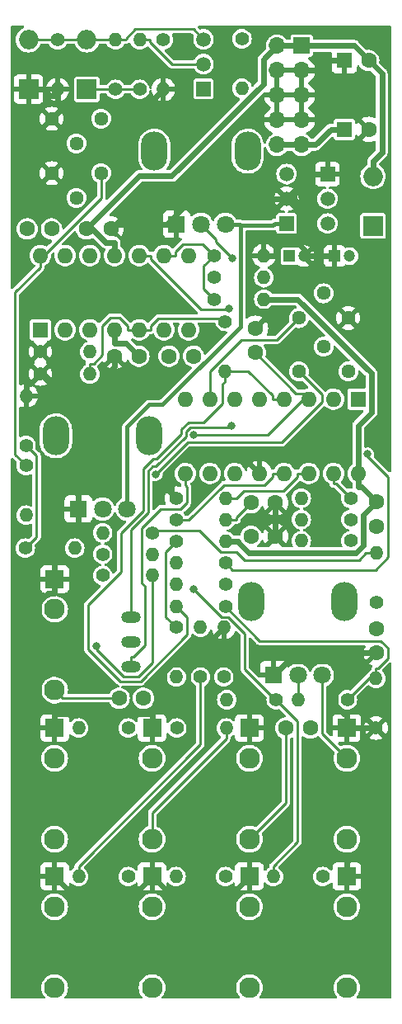
<source format=gbl>
G04 #@! TF.GenerationSoftware,KiCad,Pcbnew,7.0.7-7.0.7~ubuntu23.04.1*
G04 #@! TF.CreationDate,2023-08-20T12:14:31+00:00*
G04 #@! TF.ProjectId,as3340,61733333-3430-42e6-9b69-6361645f7063,1*
G04 #@! TF.SameCoordinates,Original*
G04 #@! TF.FileFunction,Copper,L2,Bot*
G04 #@! TF.FilePolarity,Positive*
%FSLAX46Y46*%
G04 Gerber Fmt 4.6, Leading zero omitted, Abs format (unit mm)*
G04 Created by KiCad (PCBNEW 7.0.7-7.0.7~ubuntu23.04.1) date 2023-08-20 12:14:31*
%MOMM*%
%LPD*%
G01*
G04 APERTURE LIST*
G04 #@! TA.AperFunction,ComponentPad*
%ADD10C,1.440000*%
G04 #@! TD*
G04 #@! TA.AperFunction,ComponentPad*
%ADD11C,1.400000*%
G04 #@! TD*
G04 #@! TA.AperFunction,ComponentPad*
%ADD12O,1.400000X1.400000*%
G04 #@! TD*
G04 #@! TA.AperFunction,ComponentPad*
%ADD13R,2.000000X2.000000*%
G04 #@! TD*
G04 #@! TA.AperFunction,ComponentPad*
%ADD14O,2.000000X2.000000*%
G04 #@! TD*
G04 #@! TA.AperFunction,ComponentPad*
%ADD15R,1.500000X1.500000*%
G04 #@! TD*
G04 #@! TA.AperFunction,ComponentPad*
%ADD16C,1.500000*%
G04 #@! TD*
G04 #@! TA.AperFunction,ComponentPad*
%ADD17R,1.930000X1.830000*%
G04 #@! TD*
G04 #@! TA.AperFunction,ComponentPad*
%ADD18C,2.130000*%
G04 #@! TD*
G04 #@! TA.AperFunction,ComponentPad*
%ADD19C,1.600000*%
G04 #@! TD*
G04 #@! TA.AperFunction,ComponentPad*
%ADD20O,2.000000X1.200000*%
G04 #@! TD*
G04 #@! TA.AperFunction,ComponentPad*
%ADD21R,1.600000X1.600000*%
G04 #@! TD*
G04 #@! TA.AperFunction,ComponentPad*
%ADD22O,1.600000X1.600000*%
G04 #@! TD*
G04 #@! TA.AperFunction,ComponentPad*
%ADD23R,1.200000X1.200000*%
G04 #@! TD*
G04 #@! TA.AperFunction,ComponentPad*
%ADD24C,1.200000*%
G04 #@! TD*
G04 #@! TA.AperFunction,ComponentPad*
%ADD25O,2.720000X4.000000*%
G04 #@! TD*
G04 #@! TA.AperFunction,ComponentPad*
%ADD26R,1.800000X1.800000*%
G04 #@! TD*
G04 #@! TA.AperFunction,ComponentPad*
%ADD27C,1.800000*%
G04 #@! TD*
G04 #@! TA.AperFunction,ComponentPad*
%ADD28R,1.700000X1.700000*%
G04 #@! TD*
G04 #@! TA.AperFunction,ComponentPad*
%ADD29O,1.700000X1.700000*%
G04 #@! TD*
G04 #@! TA.AperFunction,ViaPad*
%ADD30C,0.800000*%
G04 #@! TD*
G04 #@! TA.AperFunction,Conductor*
%ADD31C,0.600000*%
G04 #@! TD*
G04 #@! TA.AperFunction,Conductor*
%ADD32C,0.250000*%
G04 #@! TD*
G04 #@! TA.AperFunction,Conductor*
%ADD33C,0.400000*%
G04 #@! TD*
G04 APERTURE END LIST*
D10*
X121107200Y-121869200D03*
X123647200Y-119329200D03*
X126187200Y-121869200D03*
D11*
X113588800Y-143733500D03*
D12*
X108508800Y-143733500D03*
D13*
X128727200Y-106934000D03*
D14*
X128727200Y-101854000D03*
D10*
X121107200Y-116382800D03*
X123647200Y-113842800D03*
X126187200Y-116382800D03*
D11*
X112420400Y-109972000D03*
D12*
X117500400Y-109972000D03*
D15*
X111302800Y-92862400D03*
D16*
X111302800Y-90322400D03*
X111302800Y-87782400D03*
D11*
X103555800Y-158456400D03*
D12*
X98475800Y-158456400D03*
D17*
X106019600Y-158456400D03*
D18*
X106019600Y-169856400D03*
X106019600Y-161556400D03*
D11*
X103555800Y-173685200D03*
D12*
X98475800Y-173685200D03*
D19*
X105136000Y-155397200D03*
X102636000Y-155397200D03*
D11*
X113588800Y-145948400D03*
D12*
X108508800Y-145948400D03*
D11*
X115265200Y-87731600D03*
D12*
X115265200Y-92811600D03*
D11*
X112420400Y-114452400D03*
D12*
X117500400Y-114452400D03*
D20*
X103866000Y-152146000D03*
X103866000Y-149606000D03*
X103866000Y-147066000D03*
D11*
X108508800Y-148132800D03*
D12*
X108508800Y-153212800D03*
D19*
X116199600Y-135331200D03*
X118699600Y-135331200D03*
D17*
X106019600Y-173685200D03*
D18*
X106019600Y-185085200D03*
X106019600Y-176785200D03*
D17*
X116027200Y-173685200D03*
D18*
X116027200Y-185085200D03*
X116027200Y-176785200D03*
D21*
X94538800Y-117592000D03*
D22*
X97078800Y-117592000D03*
X99618800Y-117592000D03*
X102158800Y-117592000D03*
X104698800Y-117592000D03*
X107238800Y-117592000D03*
X109778800Y-117592000D03*
X109778800Y-109972000D03*
X107238800Y-109972000D03*
X104698800Y-109972000D03*
X102158800Y-109972000D03*
X99618800Y-109972000D03*
X97078800Y-109972000D03*
X94538800Y-109972000D03*
D19*
X93187200Y-107238800D03*
X95687200Y-107238800D03*
D11*
X108508800Y-134874000D03*
D12*
X113588800Y-134874000D03*
D11*
X126096400Y-155549600D03*
D12*
X121016400Y-155549600D03*
D11*
X100939600Y-142798800D03*
D12*
X106019600Y-142798800D03*
D11*
X113385600Y-153212800D03*
D12*
X113385600Y-148132800D03*
D21*
X125780800Y-89966800D03*
D19*
X128280800Y-89966800D03*
D11*
X94538800Y-122123200D03*
D12*
X99618800Y-122123200D03*
D11*
X93065600Y-131521200D03*
D12*
X93065600Y-136601200D03*
D11*
X100939600Y-140614400D03*
D12*
X106019600Y-140614400D03*
D11*
X113538000Y-116738400D03*
D12*
X113538000Y-121818400D03*
D11*
X107188000Y-87833200D03*
D12*
X107188000Y-92913200D03*
D11*
X106019600Y-138430000D03*
D12*
X100939600Y-138430000D03*
D23*
X124804200Y-110032800D03*
D24*
X126304200Y-110032800D03*
D11*
X110998000Y-153212800D03*
D12*
X110998000Y-148132800D03*
D17*
X96012000Y-143165600D03*
D18*
X96012000Y-154565600D03*
X96012000Y-146265600D03*
D11*
X96316800Y-87833200D03*
D12*
X96316800Y-92913200D03*
D11*
X126441200Y-134874000D03*
D12*
X121361200Y-134874000D03*
D11*
X113588800Y-141518600D03*
D12*
X108508800Y-141518600D03*
D11*
X94538800Y-119837200D03*
D12*
X99618800Y-119837200D03*
D23*
X120130600Y-110032800D03*
D24*
X121630600Y-110032800D03*
D11*
X102260400Y-92913200D03*
D12*
X102260400Y-87833200D03*
D19*
X122281000Y-158456400D03*
X119781000Y-158456400D03*
X129082800Y-148254400D03*
X129082800Y-150754400D03*
D11*
X113563400Y-173685200D03*
D12*
X108483400Y-173685200D03*
D11*
X108508800Y-137088900D03*
D12*
X113588800Y-137088900D03*
D15*
X124049200Y-101600000D03*
D16*
X124049200Y-104140000D03*
X124049200Y-106680000D03*
D11*
X129082800Y-145592800D03*
D12*
X129082800Y-140512800D03*
D21*
X125780800Y-97028000D03*
D19*
X128280800Y-97028000D03*
D15*
X119837200Y-106680000D03*
D16*
X119837200Y-104140000D03*
X119837200Y-101600000D03*
D11*
X126441200Y-139242800D03*
D12*
X121361200Y-139242800D03*
D11*
X93065600Y-129438400D03*
D12*
X93065600Y-124358400D03*
D11*
X93000000Y-140000000D03*
D12*
X98080000Y-140000000D03*
D11*
X129032000Y-158445200D03*
D12*
X129032000Y-153365200D03*
D11*
X126441200Y-137058400D03*
D12*
X121361200Y-137058400D03*
D13*
X93319600Y-92913200D03*
D14*
X93319600Y-87833200D03*
D13*
X99314000Y-92913200D03*
D14*
X99314000Y-87833200D03*
D10*
X100785200Y-101518400D03*
X98245200Y-104058400D03*
X95705200Y-101518400D03*
D11*
X104749600Y-92913200D03*
D12*
X104749600Y-87833200D03*
D19*
X110266800Y-120294400D03*
X107766800Y-120294400D03*
D10*
X100783200Y-95930400D03*
X98243200Y-98470400D03*
X95703200Y-95930400D03*
D11*
X123571000Y-173685200D03*
D12*
X118491000Y-173685200D03*
D11*
X112420400Y-112217200D03*
D12*
X117500400Y-112217200D03*
D25*
X116216400Y-145509600D03*
X125816400Y-145509600D03*
D26*
X118516400Y-153009600D03*
D27*
X121016400Y-153009600D03*
X123516400Y-153009600D03*
D17*
X126034800Y-173685200D03*
D18*
X126034800Y-185085200D03*
X126034800Y-176785200D03*
D17*
X96012000Y-173685200D03*
D18*
X96012000Y-185085200D03*
X96012000Y-176785200D03*
D11*
X108559600Y-158456400D03*
D12*
X113639600Y-158456400D03*
D19*
X116636800Y-119938800D03*
X116636800Y-117438800D03*
D25*
X96139600Y-128476200D03*
X105739600Y-128476200D03*
D26*
X98439600Y-135976200D03*
D27*
X100939600Y-135976200D03*
X103439600Y-135976200D03*
D17*
X116027200Y-158456400D03*
D18*
X116027200Y-169856400D03*
X116027200Y-161556400D03*
D11*
X118770400Y-155549600D03*
D12*
X113690400Y-155549600D03*
D19*
X129082800Y-137749600D03*
X129082800Y-135249600D03*
X116199600Y-138785600D03*
X118699600Y-138785600D03*
X101783200Y-107238800D03*
X99283200Y-107238800D03*
D25*
X106248800Y-99266200D03*
X115848800Y-99266200D03*
D26*
X108548800Y-106766200D03*
D27*
X111048800Y-106766200D03*
X113548800Y-106766200D03*
D17*
X96012000Y-158456400D03*
D18*
X96012000Y-169856400D03*
X96012000Y-161556400D03*
D19*
X104658800Y-120294400D03*
X102158800Y-120294400D03*
D17*
X126034800Y-158456400D03*
D18*
X126034800Y-169856400D03*
X126034800Y-161556400D03*
D11*
X108508800Y-139303800D03*
D12*
X113588800Y-139303800D03*
D21*
X127203200Y-124714000D03*
D22*
X124663200Y-124714000D03*
X122123200Y-124714000D03*
X119583200Y-124714000D03*
X117043200Y-124714000D03*
X114503200Y-124714000D03*
X111963200Y-124714000D03*
X109423200Y-124714000D03*
X109423200Y-132334000D03*
X111963200Y-132334000D03*
X114503200Y-132334000D03*
X117043200Y-132334000D03*
X119583200Y-132334000D03*
X122123200Y-132334000D03*
X124663200Y-132334000D03*
X127203200Y-132334000D03*
D28*
X121412000Y-88442800D03*
D29*
X118872000Y-88442800D03*
X121412000Y-90982800D03*
X118872000Y-90982800D03*
X121412000Y-93522800D03*
X118872000Y-93522800D03*
X121412000Y-96062800D03*
X118872000Y-96062800D03*
X121412000Y-98602800D03*
X118872000Y-98602800D03*
D30*
X100265600Y-150059300D03*
X110266600Y-144161600D03*
X106408500Y-132400700D03*
X128152700Y-130360026D03*
X114257300Y-110263300D03*
X110278600Y-128342400D03*
X114149300Y-127442200D03*
X113901500Y-115381800D03*
D31*
X127594500Y-158500800D02*
X127550100Y-158456400D01*
X98137700Y-134224000D02*
X98137700Y-125386600D01*
X120649900Y-104140000D02*
X120649900Y-103699000D01*
X123414500Y-90982800D02*
X124430500Y-89966800D01*
X121412000Y-90982800D02*
X123414500Y-90982800D01*
X98439600Y-135976200D02*
X98439600Y-134525900D01*
X93065600Y-124358400D02*
X93065600Y-123108100D01*
X118750700Y-109424900D02*
X119366000Y-108809600D01*
X98439600Y-136701300D02*
X98439600Y-137426500D01*
X119996400Y-151529600D02*
X125043300Y-151529600D01*
X108029900Y-134395100D02*
X108508800Y-134874000D01*
X118516400Y-153009600D02*
X119996400Y-151529600D01*
X107219100Y-155791600D02*
X106019600Y-156991100D01*
X96316800Y-93538300D02*
X96316800Y-94163500D01*
X121137600Y-108809600D02*
X121630600Y-109302600D01*
X93319600Y-92913200D02*
X94869900Y-92913200D01*
X95279300Y-144630900D02*
X94390500Y-145519700D01*
X96012000Y-144630900D02*
X95279300Y-144630900D01*
X127650200Y-158500800D02*
X127594500Y-158500800D01*
X96616900Y-94463600D02*
X96316800Y-94163500D01*
X95703200Y-95930400D02*
X96616900Y-95016700D01*
X116027200Y-173685200D02*
X114762800Y-174949600D01*
X117500400Y-109972000D02*
X118750700Y-109972000D01*
X121630600Y-109302600D02*
X121630600Y-110032800D01*
X96012000Y-158456400D02*
X96012000Y-156991100D01*
X96316800Y-92913200D02*
X96316800Y-93538300D01*
X96012000Y-143165600D02*
X96012000Y-144630900D01*
X107532800Y-106766200D02*
X110159000Y-104140000D01*
X108029900Y-131818802D02*
X108029900Y-134395100D01*
X125818500Y-150754400D02*
X125043300Y-151529600D01*
X104762500Y-174942300D02*
X97269100Y-174942300D01*
X108910502Y-130938200D02*
X108029900Y-131818802D01*
X120649900Y-104140000D02*
X119837200Y-104140000D01*
X97269100Y-174942300D02*
X96012000Y-173685200D01*
X109317700Y-150598100D02*
X107219100Y-152696700D01*
X95495000Y-93538300D02*
X94869900Y-92913200D01*
X96012000Y-139854100D02*
X96012000Y-143165600D01*
X125737100Y-156991100D02*
X126034800Y-156991100D01*
X120649900Y-103699000D02*
X122748900Y-101600000D01*
X124804200Y-110032800D02*
X123653900Y-110032800D01*
X124844300Y-156098300D02*
X125737100Y-156991100D01*
X121630600Y-110032800D02*
X123653900Y-110032800D01*
X110920300Y-150598100D02*
X109317700Y-150598100D01*
X127650200Y-170604500D02*
X126034800Y-172219900D01*
X98439600Y-137426500D02*
X96012000Y-139854100D01*
X107284000Y-174949600D02*
X106019600Y-173685200D01*
X129032000Y-158445200D02*
X127705800Y-158445200D01*
X106019600Y-173685200D02*
X104762500Y-174942300D01*
X107188000Y-92913200D02*
X105637600Y-94463600D01*
X126034800Y-173685200D02*
X126034800Y-172219900D01*
X121137600Y-104627700D02*
X120649900Y-104140000D01*
X98137700Y-125386600D02*
X94874300Y-122123200D01*
X96316800Y-93538300D02*
X95495000Y-93538300D01*
X93553900Y-123108100D02*
X94538800Y-122123200D01*
X125043300Y-151529600D02*
X125043300Y-153863200D01*
X113385600Y-148132800D02*
X110920300Y-150598100D01*
X98439600Y-134525900D02*
X98137700Y-134224000D01*
X118750700Y-109972000D02*
X118750700Y-109424900D01*
X126034800Y-158456400D02*
X127550100Y-158456400D01*
X127650200Y-158500800D02*
X127650200Y-170604500D01*
X126034800Y-158456400D02*
X126034800Y-156991100D01*
X94390500Y-155369600D02*
X96012000Y-156991100D01*
X106019600Y-156991100D02*
X96012000Y-156991100D01*
X118699600Y-135331200D02*
X118699600Y-138785600D01*
X101783200Y-107238800D02*
X102255800Y-106766200D01*
X102158800Y-121365500D02*
X102158800Y-120294400D01*
X129082800Y-150754400D02*
X125818500Y-150754400D01*
X106019600Y-158456400D02*
X106019600Y-156991100D01*
X110159000Y-104140000D02*
X119837200Y-104140000D01*
X124844300Y-154062200D02*
X124844300Y-156098300D01*
X124049200Y-101600000D02*
X122748900Y-101600000D01*
X96616900Y-95016700D02*
X96616900Y-94463600D01*
X93065600Y-123108100D02*
X93553900Y-123108100D01*
X105637600Y-94463600D02*
X96616900Y-94463600D01*
X127705800Y-158445200D02*
X127650200Y-158500800D01*
X125780800Y-89966800D02*
X124430500Y-89966800D01*
X98439600Y-136701300D02*
X98439600Y-135976200D01*
X98137700Y-125386600D02*
X102158800Y-121365500D01*
X107219100Y-152696700D02*
X107219100Y-155791600D01*
X121137600Y-108809600D02*
X121137600Y-104627700D01*
X117043200Y-132334000D02*
X115647400Y-130938200D01*
X114762800Y-174949600D02*
X107284000Y-174949600D01*
X102255800Y-106766200D02*
X107532800Y-106766200D01*
X94390500Y-145519700D02*
X94390500Y-155369600D01*
X94874300Y-122123200D02*
X94538800Y-122123200D01*
X115647400Y-130938200D02*
X108910502Y-130938200D01*
X125043300Y-153863200D02*
X124844300Y-154062200D01*
X119366000Y-108809600D02*
X121137600Y-108809600D01*
X129082800Y-135249600D02*
X127517500Y-133684300D01*
X103306700Y-118942300D02*
X102158800Y-118942300D01*
X118872000Y-98602800D02*
X121412000Y-98602800D01*
X128552711Y-126063511D02*
X128552711Y-122032950D01*
X104658800Y-120294400D02*
X103306700Y-118942300D01*
X126963800Y-140500300D02*
X115957000Y-140500300D01*
X102158800Y-117592000D02*
X102158800Y-118942300D01*
X127203200Y-127413022D02*
X128552711Y-126063511D01*
X114839100Y-139382400D02*
X114839100Y-139303800D01*
X127203200Y-132334000D02*
X127203200Y-127413022D01*
X128552711Y-122032950D02*
X120972161Y-114452400D01*
X127203200Y-132949800D02*
X127203200Y-132334000D01*
X127732500Y-136599900D02*
X127732500Y-139731600D01*
X120972161Y-114452400D02*
X117500400Y-114452400D01*
X124387100Y-97028000D02*
X122812300Y-98602800D01*
X129082800Y-135249600D02*
X127732500Y-136599900D01*
X127517500Y-133684300D02*
X127203200Y-133684300D01*
X115957000Y-140500300D02*
X114839100Y-139382400D01*
X125780800Y-97028000D02*
X124387100Y-97028000D01*
X121412000Y-98602800D02*
X122812300Y-98602800D01*
X127732500Y-139731600D02*
X126963800Y-140500300D01*
X127203200Y-132949800D02*
X127203200Y-133684300D01*
X113588800Y-139303800D02*
X114839100Y-139303800D01*
D32*
X114664100Y-137088900D02*
X114664100Y-136866700D01*
X113588800Y-137088900D02*
X114664100Y-137088900D01*
X114664100Y-136866700D02*
X116199600Y-135331200D01*
X102636000Y-155397200D02*
X96843600Y-155397200D01*
X96843600Y-155397200D02*
X96012000Y-154565600D01*
X119781000Y-166102600D02*
X116027200Y-169856400D01*
X119781000Y-158456400D02*
X119781000Y-166102600D01*
D33*
X115008400Y-106766200D02*
X113548800Y-106766200D01*
X115107600Y-106865400D02*
X118451500Y-106865400D01*
X115008400Y-106766200D02*
X115107600Y-106865400D01*
X118451500Y-106865400D02*
X118636900Y-106680000D01*
X103439600Y-135976200D02*
X103439600Y-127559400D01*
X105725700Y-125273300D02*
X107085700Y-125273300D01*
X107085700Y-125273300D02*
X115107600Y-117251400D01*
X119837200Y-106680000D02*
X118636900Y-106680000D01*
X103439600Y-127559400D02*
X105725700Y-125273300D01*
X115107600Y-117251400D02*
X115107600Y-106865400D01*
D31*
X99872500Y-107237700D02*
X99872600Y-107237700D01*
X99284300Y-107237700D02*
X99872500Y-107237700D01*
X99283200Y-107238800D02*
X99284300Y-107237700D01*
X101256500Y-108621700D02*
X102158800Y-108621700D01*
X99283200Y-107238800D02*
X104706280Y-101815720D01*
X104706280Y-101815720D02*
X108039080Y-101815720D01*
X129636900Y-99394000D02*
X129636900Y-91322900D01*
X108039080Y-101815720D02*
X117472489Y-92382311D01*
X121412000Y-88442800D02*
X126756800Y-88442800D01*
X129636900Y-91322900D02*
X128280800Y-89966800D01*
X121412000Y-88442800D02*
X118872000Y-88442800D01*
X128727200Y-100303700D02*
X129636900Y-99394000D01*
X99872600Y-107237700D02*
X101256500Y-108621700D01*
X126756800Y-88442800D02*
X128280800Y-89966800D01*
X128727200Y-101854000D02*
X128727200Y-100303700D01*
X117472489Y-92382311D02*
X117472489Y-89842311D01*
X117472489Y-89842311D02*
X118872000Y-88442800D01*
X102158800Y-109972000D02*
X102158800Y-108621700D01*
D32*
X94155900Y-138844100D02*
X94155900Y-130528700D01*
X100265600Y-150059300D02*
X100265600Y-150348700D01*
X106019600Y-151770579D02*
X106019600Y-142798800D01*
X93000000Y-140000000D02*
X94155900Y-138844100D01*
X103057600Y-153140700D02*
X104649479Y-153140700D01*
X104649479Y-153140700D02*
X106019600Y-151770579D01*
X100265600Y-150348700D02*
X103057600Y-153140700D01*
X94155900Y-130528700D02*
X93065600Y-129438400D01*
X118770400Y-155549600D02*
X118687000Y-155549600D01*
X118491000Y-173685200D02*
X118491000Y-172609900D01*
X113827900Y-147040600D02*
X113145600Y-147040600D01*
X118491000Y-172609900D02*
X120960400Y-170140500D01*
X120960400Y-157739600D02*
X118770400Y-155549600D01*
X118687000Y-155549600D02*
X115533900Y-152396500D01*
X120960400Y-170140500D02*
X120960400Y-157739600D01*
X113145600Y-147040600D02*
X110266600Y-144161600D01*
X115533900Y-152396500D02*
X115533900Y-148746600D01*
X115533900Y-148746600D02*
X113827900Y-147040600D01*
X93319600Y-87833200D02*
X96316800Y-87833200D01*
X103335700Y-87833200D02*
X103335700Y-87698800D01*
X110271000Y-86750600D02*
X111302800Y-87782400D01*
X99314000Y-87833200D02*
X102260400Y-87833200D01*
X103335700Y-87698800D02*
X104283900Y-86750600D01*
X104283900Y-86750600D02*
X110271000Y-86750600D01*
X99314000Y-87833200D02*
X96316800Y-87833200D01*
X102260400Y-87833200D02*
X103335700Y-87833200D01*
X104749600Y-92913200D02*
X102260400Y-92913200D01*
X102260400Y-92913200D02*
X99314000Y-92913200D01*
X105824900Y-88102000D02*
X108045300Y-90322400D01*
X104749600Y-87833200D02*
X105824900Y-87833200D01*
X108045300Y-90322400D02*
X111302800Y-90322400D01*
X105824900Y-87833200D02*
X105824900Y-88102000D01*
X119364610Y-129133600D02*
X123488689Y-125009521D01*
X123488689Y-124250689D02*
X121107200Y-121869200D01*
X109675600Y-129133600D02*
X119364610Y-129133600D01*
X123488689Y-125009521D02*
X123488689Y-124250689D01*
X106408500Y-132400700D02*
X109675600Y-129133600D01*
X130259700Y-140918500D02*
X130259700Y-132661600D01*
X130259700Y-132661600D02*
X128152700Y-130554600D01*
X128152700Y-130554600D02*
X128152700Y-130360026D01*
X114288800Y-142218600D02*
X128959600Y-142218600D01*
X113588800Y-141518600D02*
X114288800Y-142218600D01*
X128959600Y-142218600D02*
X130259700Y-140918500D01*
X110998000Y-160087700D02*
X98475800Y-172609900D01*
X98475800Y-173685200D02*
X98475800Y-172609900D01*
X110998000Y-153212800D02*
X110998000Y-160087700D01*
X113378100Y-133509300D02*
X109798500Y-137088900D01*
X108508800Y-148132800D02*
X107433400Y-147057400D01*
X119583200Y-132334000D02*
X118407900Y-132334000D01*
X117600000Y-133509300D02*
X113378100Y-133509300D01*
X118407900Y-132701400D02*
X117600000Y-133509300D01*
X107433400Y-140379200D02*
X108508800Y-139303800D01*
X118407900Y-132334000D02*
X118407900Y-132701400D01*
X107433400Y-147057400D02*
X107433400Y-140379200D01*
X109798500Y-137088900D02*
X108508800Y-137088900D01*
X113588800Y-134874000D02*
X114664100Y-134874000D01*
X115419000Y-134119100D02*
X114664100Y-134874000D01*
X120947900Y-132701300D02*
X119530100Y-134119100D01*
X120947900Y-132334000D02*
X120947900Y-132701300D01*
X122123200Y-132334000D02*
X120947900Y-132334000D01*
X119530100Y-134119100D02*
X115419000Y-134119100D01*
X108414100Y-109604700D02*
X109222500Y-108796300D01*
X107238800Y-109972000D02*
X108414100Y-109972000D01*
X108414100Y-109972000D02*
X108414100Y-109604700D01*
X112420400Y-114452400D02*
X111342600Y-113374600D01*
X109222500Y-108796300D02*
X111244700Y-108796300D01*
X111342600Y-111049800D02*
X112420400Y-109972000D01*
X111342600Y-113374600D02*
X111342600Y-111049800D01*
X111244700Y-108796300D02*
X112420400Y-109972000D01*
X124951400Y-133384200D02*
X124663200Y-133384200D01*
X113106600Y-140411200D02*
X110891800Y-138196400D01*
X128007500Y-140512800D02*
X127293400Y-141226900D01*
X115523500Y-141226900D02*
X114707800Y-140411200D01*
X124663200Y-132334000D02*
X124663200Y-133384200D01*
X129082800Y-140512800D02*
X128007500Y-140512800D01*
X127293400Y-141226900D02*
X115523500Y-141226900D01*
X106253200Y-138196400D02*
X106019600Y-138430000D01*
X126441200Y-134874000D02*
X124951400Y-133384200D01*
X114707800Y-140411200D02*
X113106600Y-140411200D01*
X110891800Y-138196400D02*
X106253200Y-138196400D01*
X112560700Y-108278100D02*
X111048800Y-106766200D01*
X112560700Y-108566700D02*
X112560700Y-108278100D01*
X112560700Y-108566700D02*
X114257300Y-110263300D01*
X106019600Y-167151700D02*
X106019600Y-169856400D01*
X113639600Y-158456400D02*
X113639600Y-159531700D01*
X113639600Y-159531700D02*
X106019600Y-167151700D01*
X109003000Y-128328000D02*
X106475600Y-130855400D01*
X99471500Y-145787800D02*
X99471500Y-150376900D01*
X115879600Y-121818400D02*
X114613300Y-121818400D01*
X113558100Y-121818400D02*
X113538000Y-121818400D01*
X118407900Y-124714000D02*
X118407900Y-124346700D01*
X113538000Y-122893700D02*
X113233200Y-123198500D01*
X113558100Y-121818400D02*
X114613300Y-121818400D01*
X118407900Y-124346700D02*
X115879600Y-121818400D01*
X109617800Y-147057400D02*
X108508800Y-145948400D01*
X109003000Y-127814000D02*
X109003000Y-128328000D01*
X102754600Y-153660000D02*
X104836594Y-153660000D01*
X111290000Y-127066800D02*
X109750200Y-127066800D01*
X102839200Y-142420100D02*
X99471500Y-145787800D01*
X113233200Y-125123600D02*
X111290000Y-127066800D01*
X105132900Y-136150300D02*
X102839200Y-138444000D01*
X102839200Y-138444000D02*
X102839200Y-142420100D01*
X104836594Y-153660000D02*
X109617800Y-148878794D01*
X109617800Y-148878794D02*
X109617800Y-147057400D01*
X106149800Y-130855400D02*
X105132900Y-131872300D01*
X113233200Y-123198500D02*
X113233200Y-125123600D01*
X99471500Y-150376900D02*
X102754600Y-153660000D01*
X106475600Y-130855400D02*
X106149800Y-130855400D01*
X105132900Y-131872300D02*
X105132900Y-136150300D01*
X119583200Y-124714000D02*
X118407900Y-124714000D01*
X109750200Y-127066800D02*
X109003000Y-127814000D01*
X113538000Y-121818400D02*
X113538000Y-122893700D01*
X99618800Y-121047900D02*
X100022000Y-121047900D01*
X100022000Y-121047900D02*
X100888800Y-120181100D01*
X100888800Y-117189200D02*
X101712000Y-116366000D01*
X113538000Y-116738400D02*
X113216200Y-116416600D01*
X100888800Y-120181100D02*
X100888800Y-117189200D01*
X103523500Y-117226700D02*
X103523500Y-117592000D01*
X105874100Y-117226700D02*
X105874100Y-117592000D01*
X99618800Y-122123200D02*
X99618800Y-121047900D01*
X102662800Y-116366000D02*
X103523500Y-117226700D01*
X113216200Y-116416600D02*
X106684200Y-116416600D01*
X104698800Y-117592000D02*
X105874100Y-117592000D01*
X106684200Y-116416600D02*
X105874100Y-117226700D01*
X104698800Y-117592000D02*
X103523500Y-117592000D01*
X101712000Y-116366000D02*
X102662800Y-116366000D01*
X121016400Y-153009600D02*
X121016400Y-155549600D01*
X117907100Y-128342400D02*
X110278600Y-128342400D01*
X122123200Y-124714000D02*
X122123200Y-124126300D01*
X122123200Y-124126300D02*
X117907100Y-128342400D01*
X120824300Y-124126300D02*
X122123200Y-124126300D01*
X116636800Y-119938800D02*
X120824300Y-124126300D01*
X93065600Y-131521200D02*
X91944400Y-130400000D01*
X91944400Y-130400000D02*
X91944400Y-113741700D01*
X94888990Y-109972000D02*
X100785200Y-104075790D01*
X94538800Y-109972000D02*
X94538800Y-111147300D01*
X91944400Y-113741700D02*
X94538800Y-111147300D01*
X100785200Y-104075790D02*
X100785200Y-101518400D01*
X94538800Y-109972000D02*
X94888990Y-109972000D01*
X121107200Y-116382800D02*
X118876689Y-118613311D01*
X111963200Y-121873611D02*
X111963200Y-124714000D01*
X115223500Y-118613311D02*
X111963200Y-121873611D01*
X118876689Y-118613311D02*
X115223500Y-118613311D01*
X123516400Y-153009600D02*
X123516400Y-159038000D01*
X123516400Y-159038000D02*
X126034800Y-161556400D01*
X109503300Y-128021300D02*
X109957500Y-127567100D01*
X114024400Y-127567100D02*
X114149300Y-127442200D01*
X103866000Y-147066000D02*
X103866000Y-146090700D01*
X103866000Y-138125000D02*
X105633200Y-136357800D01*
X103866000Y-146090700D02*
X103866000Y-138125000D01*
X109503300Y-128535400D02*
X109503300Y-128021300D01*
X105633200Y-136357800D02*
X105633200Y-132079600D01*
X109957500Y-127567100D02*
X114024400Y-127567100D01*
X105633200Y-132079600D02*
X106087400Y-131625400D01*
X106087400Y-131625400D02*
X106413300Y-131625400D01*
X106413300Y-131625400D02*
X109503300Y-128535400D01*
X104924900Y-143557700D02*
X104924900Y-137962000D01*
X104924900Y-137962000D02*
X106905500Y-135981400D01*
X103866000Y-152146000D02*
X103866000Y-151170700D01*
X108949500Y-135981400D02*
X109588700Y-135342200D01*
X105304200Y-149958700D02*
X105304200Y-143937000D01*
X103866000Y-151170700D02*
X104092200Y-151170700D01*
X109588700Y-133674800D02*
X109423200Y-133509300D01*
X109588700Y-135342200D02*
X109588700Y-133674800D01*
X104092200Y-151170700D02*
X105304200Y-149958700D01*
X106905500Y-135981400D02*
X108949500Y-135981400D01*
X109423200Y-132334000D02*
X109423200Y-133509300D01*
X105304200Y-143937000D02*
X104924900Y-143557700D01*
X104698800Y-109972000D02*
X105874100Y-109972000D01*
X111062600Y-115527800D02*
X113755500Y-115527800D01*
X113755500Y-115527800D02*
X113901500Y-115381800D01*
X105874100Y-109972000D02*
X105874100Y-110339300D01*
X105874100Y-110339300D02*
X111062600Y-115527800D01*
X128818500Y-152827500D02*
X126096400Y-155549600D01*
X129254800Y-152289900D02*
X129032000Y-152289900D01*
X129032000Y-153365200D02*
X129032000Y-152827500D01*
X130263500Y-151281200D02*
X129254800Y-152289900D01*
X117091000Y-149504400D02*
X129511600Y-149504400D01*
X130263500Y-150256300D02*
X130263500Y-151281200D01*
X129032000Y-152827500D02*
X128818500Y-152827500D01*
X129511600Y-149504400D02*
X130263500Y-150256300D01*
X113588800Y-146002200D02*
X117091000Y-149504400D01*
X129032000Y-152827500D02*
X129032000Y-152289900D01*
X113588800Y-145948400D02*
X113588800Y-146002200D01*
G04 #@! TA.AperFunction,Conductor*
G36*
X121332887Y-110071354D02*
G01*
X121326459Y-110059582D01*
X121328783Y-110027075D01*
X121332887Y-110071354D01*
G37*
G04 #@! TD.AperFunction*
G04 #@! TA.AperFunction,Conductor*
G36*
X92822281Y-86416902D02*
G01*
X92868774Y-86470558D01*
X92878878Y-86540832D01*
X92849384Y-86605412D01*
X92807410Y-86637095D01*
X92666862Y-86702633D01*
X92480465Y-86833148D01*
X92480455Y-86833157D01*
X92319557Y-86994055D01*
X92319548Y-86994065D01*
X92189033Y-87180462D01*
X92092862Y-87386701D01*
X92092860Y-87386706D01*
X92033965Y-87606504D01*
X92014132Y-87833200D01*
X92033965Y-88059895D01*
X92092860Y-88279693D01*
X92092862Y-88279698D01*
X92189033Y-88485937D01*
X92319548Y-88672334D01*
X92319557Y-88672344D01*
X92480455Y-88833242D01*
X92480465Y-88833251D01*
X92666862Y-88963766D01*
X92666861Y-88963766D01*
X92696211Y-88977452D01*
X92873104Y-89059939D01*
X93092908Y-89118835D01*
X93319600Y-89138668D01*
X93546292Y-89118835D01*
X93766096Y-89059939D01*
X93972334Y-88963768D01*
X93975606Y-88961477D01*
X94158734Y-88833251D01*
X94158736Y-88833248D01*
X94158739Y-88833247D01*
X94319647Y-88672339D01*
X94327525Y-88661089D01*
X94450166Y-88485937D01*
X94450166Y-88485936D01*
X94450168Y-88485934D01*
X94522206Y-88331450D01*
X94569124Y-88278165D01*
X94636401Y-88258700D01*
X95334258Y-88258700D01*
X95402379Y-88278702D01*
X95445380Y-88325304D01*
X95468656Y-88368850D01*
X95480890Y-88391738D01*
X95605917Y-88544083D01*
X95758262Y-88669110D01*
X95932073Y-88762014D01*
X96120668Y-88819224D01*
X96120672Y-88819224D01*
X96120674Y-88819225D01*
X96316797Y-88838541D01*
X96316800Y-88838541D01*
X96316803Y-88838541D01*
X96512924Y-88819225D01*
X96512926Y-88819225D01*
X96512927Y-88819224D01*
X96512932Y-88819224D01*
X96701527Y-88762014D01*
X96875338Y-88669110D01*
X97027683Y-88544083D01*
X97152710Y-88391738D01*
X97177485Y-88345386D01*
X97188220Y-88325304D01*
X97237973Y-88274656D01*
X97299342Y-88258700D01*
X97997199Y-88258700D01*
X98065320Y-88278702D01*
X98111394Y-88331450D01*
X98183433Y-88485937D01*
X98313948Y-88672334D01*
X98313957Y-88672344D01*
X98474855Y-88833242D01*
X98474865Y-88833251D01*
X98661262Y-88963766D01*
X98661261Y-88963766D01*
X98690611Y-88977452D01*
X98867504Y-89059939D01*
X99087308Y-89118835D01*
X99314000Y-89138668D01*
X99540692Y-89118835D01*
X99760496Y-89059939D01*
X99966734Y-88963768D01*
X99970006Y-88961477D01*
X100153134Y-88833251D01*
X100153136Y-88833248D01*
X100153139Y-88833247D01*
X100314047Y-88672339D01*
X100321925Y-88661089D01*
X100444566Y-88485937D01*
X100444566Y-88485936D01*
X100444568Y-88485934D01*
X100516606Y-88331450D01*
X100563524Y-88278165D01*
X100630801Y-88258700D01*
X101277858Y-88258700D01*
X101345979Y-88278702D01*
X101388980Y-88325304D01*
X101412256Y-88368850D01*
X101424490Y-88391738D01*
X101549517Y-88544083D01*
X101701862Y-88669110D01*
X101875673Y-88762014D01*
X102064268Y-88819224D01*
X102064272Y-88819224D01*
X102064274Y-88819225D01*
X102260397Y-88838541D01*
X102260400Y-88838541D01*
X102260403Y-88838541D01*
X102456524Y-88819225D01*
X102456526Y-88819225D01*
X102456527Y-88819224D01*
X102456532Y-88819224D01*
X102645127Y-88762014D01*
X102818938Y-88669110D01*
X102971283Y-88544083D01*
X103096310Y-88391738D01*
X103121085Y-88345386D01*
X103131820Y-88325304D01*
X103181573Y-88274656D01*
X103242942Y-88258700D01*
X103292294Y-88258700D01*
X103312004Y-88260251D01*
X103314365Y-88260624D01*
X103335700Y-88264004D01*
X103468826Y-88242919D01*
X103588920Y-88181728D01*
X103609750Y-88160897D01*
X103672058Y-88126874D01*
X103742873Y-88131938D01*
X103799710Y-88174483D01*
X103819416Y-88213413D01*
X103820784Y-88217924D01*
X103820785Y-88217926D01*
X103878180Y-88325304D01*
X103913690Y-88391738D01*
X104038717Y-88544083D01*
X104191062Y-88669110D01*
X104364873Y-88762014D01*
X104553468Y-88819224D01*
X104553472Y-88819224D01*
X104553474Y-88819225D01*
X104749597Y-88838541D01*
X104749600Y-88838541D01*
X104749603Y-88838541D01*
X104945724Y-88819225D01*
X104945726Y-88819225D01*
X104945727Y-88819224D01*
X104945732Y-88819224D01*
X105134327Y-88762014D01*
X105308138Y-88669110D01*
X105460483Y-88544083D01*
X105464580Y-88539090D01*
X105523253Y-88499120D01*
X105594224Y-88497215D01*
X105651077Y-88529925D01*
X107696772Y-90575620D01*
X107792080Y-90670928D01*
X107813449Y-90681816D01*
X107830306Y-90692146D01*
X107849717Y-90706249D01*
X107849718Y-90706249D01*
X107849719Y-90706250D01*
X107872532Y-90713661D01*
X107890794Y-90721225D01*
X107912174Y-90732119D01*
X107935872Y-90735872D01*
X107955086Y-90740484D01*
X107977907Y-90747900D01*
X108011812Y-90747900D01*
X110263564Y-90747900D01*
X110331685Y-90767902D01*
X110374686Y-90814504D01*
X110417507Y-90894618D01*
X110425115Y-90908850D01*
X110556390Y-91068810D01*
X110716350Y-91200085D01*
X110898846Y-91297632D01*
X111096866Y-91357700D01*
X111096870Y-91357700D01*
X111096872Y-91357701D01*
X111302797Y-91377983D01*
X111302800Y-91377983D01*
X111302803Y-91377983D01*
X111508727Y-91357701D01*
X111508728Y-91357700D01*
X111508734Y-91357700D01*
X111706754Y-91297632D01*
X111889250Y-91200085D01*
X112049210Y-91068810D01*
X112180485Y-90908850D01*
X112278032Y-90726354D01*
X112338100Y-90528334D01*
X112338780Y-90521436D01*
X112358383Y-90322403D01*
X112358383Y-90322396D01*
X112338101Y-90116472D01*
X112338100Y-90116470D01*
X112338100Y-90116466D01*
X112278032Y-89918446D01*
X112180485Y-89735950D01*
X112049210Y-89575990D01*
X111889250Y-89444715D01*
X111889248Y-89444714D01*
X111889247Y-89444713D01*
X111706754Y-89347168D01*
X111508727Y-89287098D01*
X111302803Y-89266817D01*
X111302797Y-89266817D01*
X111096872Y-89287098D01*
X110898845Y-89347168D01*
X110716352Y-89444713D01*
X110556390Y-89575990D01*
X110425113Y-89735952D01*
X110374686Y-89830296D01*
X110324934Y-89880944D01*
X110263564Y-89896900D01*
X108273738Y-89896900D01*
X108205617Y-89876898D01*
X108184643Y-89859995D01*
X107348437Y-89023789D01*
X107314411Y-88961477D01*
X107319476Y-88890662D01*
X107362023Y-88833826D01*
X107400951Y-88814121D01*
X107572727Y-88762014D01*
X107746538Y-88669110D01*
X107898883Y-88544083D01*
X108023910Y-88391738D01*
X108116814Y-88217927D01*
X108174024Y-88029332D01*
X108178063Y-87988327D01*
X108193341Y-87833203D01*
X108193341Y-87833196D01*
X108174025Y-87637075D01*
X108174025Y-87637073D01*
X108174024Y-87637070D01*
X108174024Y-87637068D01*
X108116814Y-87448473D01*
X108103456Y-87423482D01*
X108070324Y-87361496D01*
X108055852Y-87291990D01*
X108081256Y-87225694D01*
X108138469Y-87183656D01*
X108181446Y-87176100D01*
X110042562Y-87176100D01*
X110110683Y-87196102D01*
X110131657Y-87213005D01*
X110267074Y-87348422D01*
X110301100Y-87410734D01*
X110298554Y-87474091D01*
X110267498Y-87576471D01*
X110247217Y-87782396D01*
X110247217Y-87782403D01*
X110267498Y-87988327D01*
X110267499Y-87988333D01*
X110267500Y-87988334D01*
X110285884Y-88048937D01*
X110327568Y-88186354D01*
X110369072Y-88264003D01*
X110425115Y-88368850D01*
X110556390Y-88528810D01*
X110716350Y-88660085D01*
X110898846Y-88757632D01*
X111096866Y-88817700D01*
X111096870Y-88817700D01*
X111096872Y-88817701D01*
X111302797Y-88837983D01*
X111302800Y-88837983D01*
X111302803Y-88837983D01*
X111508727Y-88817701D01*
X111508728Y-88817700D01*
X111508734Y-88817700D01*
X111706754Y-88757632D01*
X111889250Y-88660085D01*
X112049210Y-88528810D01*
X112180485Y-88368850D01*
X112278032Y-88186354D01*
X112338100Y-87988334D01*
X112344070Y-87927726D01*
X112358383Y-87782403D01*
X112358383Y-87782396D01*
X112353380Y-87731603D01*
X114259859Y-87731603D01*
X114279174Y-87927724D01*
X114279174Y-87927726D01*
X114336386Y-88116328D01*
X114415321Y-88264004D01*
X114429290Y-88290138D01*
X114554317Y-88442483D01*
X114706662Y-88567510D01*
X114880473Y-88660414D01*
X115069068Y-88717624D01*
X115069072Y-88717624D01*
X115069074Y-88717625D01*
X115265197Y-88736941D01*
X115265200Y-88736941D01*
X115265203Y-88736941D01*
X115461324Y-88717625D01*
X115461326Y-88717625D01*
X115461327Y-88717624D01*
X115461332Y-88717624D01*
X115649927Y-88660414D01*
X115823738Y-88567510D01*
X115976083Y-88442483D01*
X116101110Y-88290138D01*
X116194014Y-88116327D01*
X116251224Y-87927732D01*
X116251225Y-87927724D01*
X116270541Y-87731603D01*
X116270541Y-87731596D01*
X116251225Y-87535475D01*
X116251225Y-87535473D01*
X116251224Y-87535470D01*
X116251224Y-87535468D01*
X116194014Y-87346873D01*
X116101110Y-87173062D01*
X115976083Y-87020717D01*
X115823738Y-86895690D01*
X115732975Y-86847176D01*
X115649928Y-86802786D01*
X115466349Y-86747098D01*
X115461332Y-86745576D01*
X115461331Y-86745575D01*
X115461325Y-86745574D01*
X115265203Y-86726259D01*
X115265197Y-86726259D01*
X115069075Y-86745574D01*
X115069073Y-86745574D01*
X114880471Y-86802786D01*
X114706661Y-86895690D01*
X114554317Y-87020717D01*
X114429290Y-87173061D01*
X114336386Y-87346871D01*
X114279174Y-87535473D01*
X114279174Y-87535475D01*
X114259859Y-87731596D01*
X114259859Y-87731603D01*
X112353380Y-87731603D01*
X112338101Y-87576472D01*
X112338100Y-87576470D01*
X112338100Y-87576466D01*
X112278032Y-87378446D01*
X112180485Y-87195950D01*
X112049210Y-87035990D01*
X111889250Y-86904715D01*
X111889248Y-86904714D01*
X111889247Y-86904713D01*
X111706754Y-86807168D01*
X111692308Y-86802786D01*
X111508734Y-86747100D01*
X111508733Y-86747099D01*
X111508727Y-86747098D01*
X111302803Y-86726817D01*
X111302797Y-86726817D01*
X111096871Y-86747098D01*
X110994491Y-86778154D01*
X110923498Y-86778787D01*
X110868822Y-86746674D01*
X110734143Y-86611995D01*
X110700117Y-86549683D01*
X110705182Y-86478868D01*
X110747729Y-86422032D01*
X110814249Y-86397221D01*
X110823238Y-86396900D01*
X130472300Y-86396900D01*
X130540421Y-86416902D01*
X130586914Y-86470558D01*
X130598300Y-86522900D01*
X130598299Y-132094261D01*
X130578297Y-132162382D01*
X130524641Y-132208875D01*
X130454367Y-132218979D01*
X130389787Y-132189485D01*
X130383204Y-132183356D01*
X128865447Y-130665599D01*
X128831421Y-130603287D01*
X128836209Y-130536339D01*
X128836017Y-130536292D01*
X128836292Y-130535173D01*
X128836486Y-130532472D01*
X128836731Y-130531822D01*
X128837840Y-130528898D01*
X128841930Y-130495212D01*
X128858345Y-130360028D01*
X128858345Y-130360023D01*
X128837840Y-130191154D01*
X128777520Y-130032100D01*
X128777518Y-130032096D01*
X128680883Y-129892097D01*
X128680881Y-129892095D01*
X128553557Y-129779296D01*
X128553551Y-129779291D01*
X128402925Y-129700236D01*
X128402921Y-129700234D01*
X128237759Y-129659526D01*
X128237756Y-129659526D01*
X128067644Y-129659526D01*
X128067640Y-129659526D01*
X127959853Y-129686093D01*
X127888925Y-129682974D01*
X127830943Y-129642003D01*
X127804315Y-129576189D01*
X127803700Y-129563754D01*
X127803700Y-127713945D01*
X127823702Y-127645824D01*
X127840600Y-127624855D01*
X128946583Y-126518872D01*
X128952765Y-126513451D01*
X128980993Y-126491793D01*
X129077247Y-126366352D01*
X129137755Y-126220273D01*
X129153211Y-126102872D01*
X129158393Y-126063511D01*
X129153751Y-126028248D01*
X129153211Y-126020016D01*
X129153211Y-122076444D01*
X129153751Y-122068212D01*
X129158393Y-122032950D01*
X129158393Y-122032949D01*
X129137755Y-121876189D01*
X129129737Y-121856830D01*
X129077247Y-121730109D01*
X129030469Y-121669147D01*
X128980993Y-121604668D01*
X128968673Y-121595215D01*
X128952766Y-121583008D01*
X128946572Y-121577576D01*
X123751795Y-116382799D01*
X124954509Y-116382799D01*
X124973236Y-116596852D01*
X125028848Y-116804403D01*
X125028850Y-116804407D01*
X125119659Y-116999147D01*
X125157540Y-117053247D01*
X125788472Y-116422315D01*
X125802035Y-116507948D01*
X125859559Y-116620845D01*
X125949155Y-116710441D01*
X126062052Y-116767965D01*
X126147682Y-116781527D01*
X125516751Y-117412459D01*
X125516751Y-117412460D01*
X125570850Y-117450340D01*
X125765591Y-117541149D01*
X125765596Y-117541151D01*
X125973147Y-117596763D01*
X126187200Y-117615490D01*
X126401252Y-117596763D01*
X126608803Y-117541151D01*
X126608808Y-117541149D01*
X126803545Y-117450342D01*
X126857647Y-117412459D01*
X126857647Y-117412458D01*
X126226717Y-116781527D01*
X126312348Y-116767965D01*
X126425245Y-116710441D01*
X126514841Y-116620845D01*
X126572365Y-116507948D01*
X126585927Y-116422316D01*
X127216858Y-117053247D01*
X127216859Y-117053247D01*
X127254742Y-116999145D01*
X127345549Y-116804408D01*
X127345551Y-116804403D01*
X127401163Y-116596852D01*
X127419890Y-116382799D01*
X127401163Y-116168747D01*
X127345551Y-115961196D01*
X127345549Y-115961192D01*
X127254742Y-115766455D01*
X127216858Y-115712352D01*
X127216856Y-115712352D01*
X126585927Y-116343281D01*
X126572365Y-116257652D01*
X126514841Y-116144755D01*
X126425245Y-116055159D01*
X126312348Y-115997635D01*
X126226715Y-115984072D01*
X126857647Y-115353140D01*
X126803547Y-115315259D01*
X126608807Y-115224450D01*
X126608803Y-115224448D01*
X126401252Y-115168836D01*
X126187200Y-115150109D01*
X125973147Y-115168836D01*
X125765596Y-115224448D01*
X125765592Y-115224450D01*
X125570851Y-115315259D01*
X125516752Y-115353139D01*
X125516752Y-115353140D01*
X126147684Y-115984072D01*
X126062052Y-115997635D01*
X125949155Y-116055159D01*
X125859559Y-116144755D01*
X125802035Y-116257652D01*
X125788472Y-116343284D01*
X125157540Y-115712352D01*
X125157539Y-115712352D01*
X125119659Y-115766451D01*
X125028850Y-115961192D01*
X125028848Y-115961196D01*
X124973236Y-116168747D01*
X124954509Y-116382799D01*
X123751795Y-116382799D01*
X121427528Y-114058532D01*
X121422101Y-114052344D01*
X121400443Y-114024118D01*
X121400441Y-114024117D01*
X121400441Y-114024116D01*
X121275003Y-113927865D01*
X121275002Y-113927864D01*
X121161967Y-113881043D01*
X121128921Y-113867355D01*
X121011522Y-113851900D01*
X120972161Y-113846718D01*
X120972160Y-113846718D01*
X120936899Y-113851360D01*
X120928667Y-113851900D01*
X118361465Y-113851900D01*
X118330480Y-113842802D01*
X122621762Y-113842802D01*
X122641464Y-114042845D01*
X122641465Y-114042850D01*
X122641466Y-114042853D01*
X122699819Y-114235218D01*
X122794579Y-114412503D01*
X122922106Y-114567894D01*
X123077497Y-114695421D01*
X123254782Y-114790181D01*
X123447147Y-114848534D01*
X123447152Y-114848534D01*
X123447154Y-114848535D01*
X123447153Y-114848535D01*
X123647197Y-114868238D01*
X123647200Y-114868238D01*
X123647203Y-114868238D01*
X123847245Y-114848535D01*
X123847246Y-114848534D01*
X123847253Y-114848534D01*
X124039618Y-114790181D01*
X124216903Y-114695421D01*
X124372294Y-114567894D01*
X124499821Y-114412503D01*
X124594581Y-114235218D01*
X124652934Y-114042853D01*
X124654780Y-114024116D01*
X124672638Y-113842802D01*
X124672638Y-113842797D01*
X124652935Y-113642754D01*
X124652934Y-113642752D01*
X124652934Y-113642747D01*
X124594581Y-113450382D01*
X124499821Y-113273097D01*
X124372294Y-113117706D01*
X124216903Y-112990179D01*
X124039618Y-112895419D01*
X123847253Y-112837066D01*
X123847250Y-112837065D01*
X123847245Y-112837064D01*
X123847246Y-112837064D01*
X123647203Y-112817362D01*
X123647197Y-112817362D01*
X123447154Y-112837064D01*
X123254781Y-112895419D01*
X123077496Y-112990179D01*
X122922106Y-113117706D01*
X122794579Y-113273096D01*
X122699819Y-113450381D01*
X122689612Y-113484031D01*
X122645997Y-113627812D01*
X122641464Y-113642754D01*
X122621762Y-113842797D01*
X122621762Y-113842802D01*
X118330480Y-113842802D01*
X118293344Y-113831898D01*
X118264068Y-113805836D01*
X118211283Y-113741517D01*
X118211280Y-113741514D01*
X118058938Y-113616490D01*
X117885128Y-113523586D01*
X117696525Y-113466374D01*
X117633759Y-113460193D01*
X117567927Y-113433611D01*
X117526917Y-113375657D01*
X117523750Y-113304731D01*
X117559430Y-113243352D01*
X117622631Y-113211007D01*
X117633759Y-113209407D01*
X117696524Y-113203225D01*
X117696526Y-113203225D01*
X117696527Y-113203224D01*
X117696532Y-113203224D01*
X117885127Y-113146014D01*
X118058938Y-113053110D01*
X118211283Y-112928083D01*
X118336310Y-112775738D01*
X118429214Y-112601927D01*
X118486424Y-112413332D01*
X118505741Y-112217200D01*
X118486425Y-112021075D01*
X118486425Y-112021073D01*
X118486424Y-112021070D01*
X118486424Y-112021068D01*
X118429214Y-111832473D01*
X118336310Y-111658662D01*
X118211283Y-111506317D01*
X118058938Y-111381290D01*
X118054938Y-111379152D01*
X117944621Y-111320186D01*
X117893973Y-111270434D01*
X117878263Y-111201197D01*
X117902479Y-111134458D01*
X117950768Y-111094869D01*
X118106701Y-111022157D01*
X118106705Y-111022155D01*
X118279853Y-110900915D01*
X118279857Y-110900912D01*
X118429312Y-110751457D01*
X118429315Y-110751453D01*
X118480986Y-110677659D01*
X119230100Y-110677659D01*
X119230101Y-110677666D01*
X119233014Y-110702790D01*
X119233016Y-110702794D01*
X119278393Y-110805565D01*
X119357832Y-110885004D01*
X119357834Y-110885005D01*
X119357835Y-110885006D01*
X119460609Y-110930385D01*
X119485735Y-110933300D01*
X120775464Y-110933299D01*
X120800591Y-110930385D01*
X120841942Y-110912126D01*
X120912335Y-110902908D01*
X120959166Y-110920263D01*
X121134596Y-111028885D01*
X121134611Y-111028892D01*
X121326074Y-111103066D01*
X121326077Y-111103067D01*
X121527931Y-111140800D01*
X121733269Y-111140800D01*
X121935122Y-111103067D01*
X121935125Y-111103066D01*
X122126588Y-111028892D01*
X122126597Y-111028887D01*
X122213604Y-110975015D01*
X121569410Y-110330820D01*
X121574520Y-110332800D01*
X121658402Y-110332800D01*
X121740850Y-110317388D01*
X121836210Y-110258343D01*
X121903801Y-110168838D01*
X121934495Y-110060960D01*
X121931885Y-110032799D01*
X121989810Y-110032799D01*
X122576211Y-110619200D01*
X122576212Y-110619200D01*
X122576674Y-110618589D01*
X122576677Y-110618585D01*
X122668205Y-110434770D01*
X122668208Y-110434762D01*
X122710306Y-110286800D01*
X123696200Y-110286800D01*
X123696200Y-110681397D01*
X123702705Y-110741893D01*
X123753755Y-110878764D01*
X123753755Y-110878765D01*
X123841295Y-110995704D01*
X123958234Y-111083244D01*
X124095106Y-111134294D01*
X124155602Y-111140799D01*
X124155615Y-111140800D01*
X124550200Y-111140800D01*
X124550200Y-110286800D01*
X123696200Y-110286800D01*
X122710306Y-110286800D01*
X122724400Y-110237265D01*
X122724400Y-110237261D01*
X122743347Y-110032804D01*
X122743347Y-110032795D01*
X122740738Y-110004640D01*
X124500305Y-110004640D01*
X124510654Y-110116321D01*
X124560648Y-110216722D01*
X124643534Y-110292284D01*
X124748120Y-110332800D01*
X124832002Y-110332800D01*
X124914450Y-110317388D01*
X125009810Y-110258343D01*
X125058200Y-110194264D01*
X125058200Y-111140800D01*
X125452785Y-111140800D01*
X125452797Y-111140799D01*
X125513293Y-111134294D01*
X125650164Y-111083244D01*
X125650165Y-111083244D01*
X125767103Y-110995704D01*
X125828296Y-110913959D01*
X125885131Y-110871412D01*
X125955947Y-110866346D01*
X125980406Y-110874357D01*
X126024397Y-110893944D01*
X126209554Y-110933300D01*
X126398846Y-110933300D01*
X126584003Y-110893944D01*
X126756930Y-110816951D01*
X126756930Y-110816950D01*
X126756932Y-110816950D01*
X126756932Y-110816949D01*
X126910071Y-110705688D01*
X126912680Y-110702791D01*
X127036733Y-110565016D01*
X127036734Y-110565014D01*
X127131379Y-110401084D01*
X127189874Y-110221056D01*
X127209660Y-110032800D01*
X127189874Y-109844544D01*
X127184974Y-109829462D01*
X127131381Y-109664521D01*
X127131377Y-109664513D01*
X127036734Y-109500585D01*
X127036733Y-109500583D01*
X126910073Y-109359913D01*
X126756932Y-109248650D01*
X126756932Y-109248649D01*
X126618093Y-109186834D01*
X126584003Y-109171656D01*
X126584001Y-109171655D01*
X126584000Y-109171655D01*
X126398846Y-109132300D01*
X126209554Y-109132300D01*
X126024394Y-109171656D01*
X125980413Y-109191238D01*
X125910046Y-109200672D01*
X125845749Y-109170565D01*
X125828297Y-109151640D01*
X125767104Y-109069895D01*
X125650165Y-108982355D01*
X125513293Y-108931305D01*
X125452797Y-108924800D01*
X125058200Y-108924800D01*
X125058200Y-109869860D01*
X125047752Y-109848878D01*
X124964866Y-109773316D01*
X124860280Y-109732800D01*
X124776398Y-109732800D01*
X124693950Y-109748212D01*
X124598590Y-109807257D01*
X124530999Y-109896762D01*
X124500305Y-110004640D01*
X122740738Y-110004640D01*
X122724400Y-109828338D01*
X122724400Y-109828334D01*
X122710307Y-109778800D01*
X123696200Y-109778800D01*
X124550200Y-109778800D01*
X124550200Y-108924800D01*
X124155602Y-108924800D01*
X124095106Y-108931305D01*
X123958235Y-108982355D01*
X123958234Y-108982355D01*
X123841295Y-109069895D01*
X123753755Y-109186834D01*
X123753755Y-109186835D01*
X123702705Y-109323706D01*
X123696200Y-109384202D01*
X123696200Y-109778800D01*
X122710307Y-109778800D01*
X122668208Y-109630837D01*
X122668205Y-109630829D01*
X122576676Y-109447013D01*
X122576212Y-109446398D01*
X122576210Y-109446398D01*
X121989810Y-110032799D01*
X121931885Y-110032799D01*
X121924146Y-109949279D01*
X121874152Y-109848878D01*
X121791266Y-109773316D01*
X121686680Y-109732800D01*
X121602798Y-109732800D01*
X121564168Y-109740021D01*
X121630601Y-109673589D01*
X122213604Y-109090584D01*
X122126595Y-109036710D01*
X122126588Y-109036707D01*
X121935125Y-108962533D01*
X121935122Y-108962532D01*
X121733269Y-108924800D01*
X121527931Y-108924800D01*
X121326077Y-108962532D01*
X121326074Y-108962533D01*
X121134611Y-109036707D01*
X121134604Y-109036710D01*
X120959166Y-109145337D01*
X120890719Y-109164191D01*
X120841943Y-109153473D01*
X120800592Y-109135215D01*
X120800590Y-109135214D01*
X120775468Y-109132300D01*
X119485740Y-109132300D01*
X119485733Y-109132301D01*
X119460609Y-109135214D01*
X119460605Y-109135216D01*
X119357834Y-109180593D01*
X119278395Y-109260032D01*
X119278394Y-109260034D01*
X119233014Y-109362809D01*
X119230100Y-109387929D01*
X119230100Y-110677659D01*
X118480986Y-110677659D01*
X118550555Y-110578305D01*
X118639882Y-110386741D01*
X118639884Y-110386735D01*
X118682954Y-110226000D01*
X117742299Y-110226000D01*
X117797460Y-110166079D01*
X117844382Y-110059108D01*
X117854028Y-109942698D01*
X117825353Y-109829462D01*
X117761464Y-109731673D01*
X117669285Y-109659928D01*
X117558805Y-109622000D01*
X117471395Y-109622000D01*
X117385184Y-109636386D01*
X117282453Y-109691981D01*
X117203340Y-109777921D01*
X117156418Y-109884892D01*
X117146772Y-110001302D01*
X117175447Y-110114538D01*
X117239336Y-110212327D01*
X117256903Y-110226000D01*
X116317846Y-110226000D01*
X116360915Y-110386735D01*
X116360917Y-110386741D01*
X116450244Y-110578305D01*
X116571484Y-110751453D01*
X116571487Y-110751457D01*
X116720942Y-110900912D01*
X116720946Y-110900915D01*
X116894094Y-111022155D01*
X116894098Y-111022157D01*
X117050031Y-111094869D01*
X117103317Y-111141786D01*
X117122778Y-111210063D01*
X117102237Y-111278023D01*
X117056179Y-111320186D01*
X116941859Y-111381291D01*
X116789517Y-111506317D01*
X116664490Y-111658661D01*
X116571586Y-111832471D01*
X116514374Y-112021073D01*
X116514374Y-112021075D01*
X116495059Y-112217196D01*
X116495059Y-112217203D01*
X116514374Y-112413324D01*
X116514374Y-112413326D01*
X116571586Y-112601928D01*
X116664489Y-112775738D01*
X116664490Y-112775738D01*
X116789517Y-112928083D01*
X116941862Y-113053110D01*
X117115673Y-113146014D01*
X117304268Y-113203224D01*
X117304272Y-113203224D01*
X117304274Y-113203225D01*
X117367040Y-113209407D01*
X117432872Y-113235989D01*
X117473882Y-113293943D01*
X117477049Y-113364869D01*
X117441369Y-113426248D01*
X117378168Y-113458593D01*
X117367040Y-113460193D01*
X117304275Y-113466374D01*
X117304273Y-113466374D01*
X117115671Y-113523586D01*
X116941861Y-113616490D01*
X116789517Y-113741517D01*
X116664490Y-113893861D01*
X116571586Y-114067671D01*
X116514374Y-114256273D01*
X116514374Y-114256275D01*
X116495059Y-114452396D01*
X116495059Y-114452403D01*
X116514374Y-114648524D01*
X116514374Y-114648526D01*
X116571586Y-114837128D01*
X116651379Y-114986410D01*
X116664490Y-115010938D01*
X116789517Y-115163283D01*
X116941862Y-115288310D01*
X117115673Y-115381214D01*
X117304268Y-115438424D01*
X117304272Y-115438424D01*
X117304274Y-115438425D01*
X117500397Y-115457741D01*
X117500400Y-115457741D01*
X117500403Y-115457741D01*
X117696524Y-115438425D01*
X117696526Y-115438425D01*
X117696527Y-115438424D01*
X117696532Y-115438424D01*
X117885127Y-115381214D01*
X118058938Y-115288310D01*
X118211283Y-115163283D01*
X118264067Y-115098965D01*
X118322743Y-115058997D01*
X118361465Y-115052900D01*
X120671236Y-115052900D01*
X120739357Y-115072902D01*
X120760331Y-115089805D01*
X120866257Y-115195731D01*
X120900283Y-115258043D01*
X120895218Y-115328858D01*
X120852671Y-115385694D01*
X120813738Y-115405400D01*
X120714787Y-115435416D01*
X120714782Y-115435418D01*
X120537496Y-115530179D01*
X120382106Y-115657706D01*
X120254579Y-115813096D01*
X120159819Y-115990381D01*
X120101464Y-116182754D01*
X120081762Y-116382797D01*
X120081762Y-116382802D01*
X120101464Y-116582844D01*
X120101465Y-116582849D01*
X120101466Y-116582853D01*
X120127008Y-116667053D01*
X120127641Y-116738045D01*
X120095528Y-116792722D01*
X118737344Y-118150907D01*
X118675034Y-118184931D01*
X118648251Y-118187811D01*
X117928529Y-118187811D01*
X117860408Y-118167809D01*
X117813915Y-118114153D01*
X117803811Y-118043879D01*
X117814334Y-118008561D01*
X117870611Y-117887873D01*
X117870613Y-117887868D01*
X117929848Y-117666802D01*
X117949795Y-117438799D01*
X117929848Y-117210797D01*
X117870613Y-116989731D01*
X117870611Y-116989726D01*
X117773886Y-116782298D01*
X117723900Y-116710910D01*
X117723897Y-116710910D01*
X117035526Y-117399280D01*
X117021965Y-117313652D01*
X116964441Y-117200755D01*
X116874845Y-117111159D01*
X116761948Y-117053635D01*
X116676315Y-117040072D01*
X117364688Y-116351700D01*
X117364688Y-116351698D01*
X117293301Y-116301713D01*
X117085873Y-116204988D01*
X117085868Y-116204986D01*
X116864800Y-116145751D01*
X116864804Y-116145751D01*
X116636800Y-116125804D01*
X116408797Y-116145751D01*
X116187731Y-116204986D01*
X116187726Y-116204988D01*
X115980298Y-116301713D01*
X115806370Y-116423499D01*
X115739096Y-116446187D01*
X115670236Y-116428902D01*
X115621652Y-116377132D01*
X115608100Y-116320286D01*
X115608100Y-109718000D01*
X116317845Y-109718000D01*
X117246400Y-109718000D01*
X117246400Y-108789444D01*
X117754400Y-108789444D01*
X117754400Y-109718000D01*
X118682954Y-109718000D01*
X118639884Y-109557264D01*
X118639882Y-109557258D01*
X118550555Y-109365694D01*
X118429315Y-109192546D01*
X118429312Y-109192542D01*
X118279857Y-109043087D01*
X118279853Y-109043084D01*
X118106705Y-108921844D01*
X117915133Y-108832513D01*
X117754400Y-108789444D01*
X117246400Y-108789444D01*
X117246399Y-108789444D01*
X117085666Y-108832513D01*
X116894094Y-108921844D01*
X116720946Y-109043084D01*
X116720942Y-109043087D01*
X116571487Y-109192542D01*
X116571484Y-109192546D01*
X116450244Y-109365694D01*
X116360917Y-109557258D01*
X116360915Y-109557264D01*
X116317845Y-109718000D01*
X115608100Y-109718000D01*
X115608100Y-107978859D01*
X127426700Y-107978859D01*
X127426701Y-107978866D01*
X127429614Y-108003990D01*
X127429616Y-108003994D01*
X127474993Y-108106765D01*
X127554432Y-108186204D01*
X127554434Y-108186205D01*
X127554435Y-108186206D01*
X127657209Y-108231585D01*
X127682335Y-108234500D01*
X129772064Y-108234499D01*
X129797191Y-108231585D01*
X129899965Y-108186206D01*
X129979406Y-108106765D01*
X130024785Y-108003991D01*
X130027700Y-107978865D01*
X130027699Y-105889136D01*
X130024785Y-105864009D01*
X130004294Y-105817602D01*
X129979406Y-105761234D01*
X129899967Y-105681795D01*
X129899965Y-105681794D01*
X129797189Y-105636414D01*
X129797190Y-105636414D01*
X129772068Y-105633500D01*
X127682340Y-105633500D01*
X127682333Y-105633501D01*
X127657209Y-105636414D01*
X127657205Y-105636416D01*
X127554434Y-105681793D01*
X127474995Y-105761232D01*
X127474994Y-105761234D01*
X127429614Y-105864009D01*
X127426700Y-105889129D01*
X127426700Y-107978859D01*
X115608100Y-107978859D01*
X115608100Y-107491900D01*
X115628102Y-107423779D01*
X115681758Y-107377286D01*
X115734100Y-107365900D01*
X118384142Y-107365900D01*
X118410926Y-107368779D01*
X118415427Y-107369759D01*
X118451765Y-107367159D01*
X118467134Y-107366061D01*
X118471630Y-107365900D01*
X118487298Y-107365900D01*
X118487299Y-107365900D01*
X118502838Y-107363665D01*
X118507270Y-107363189D01*
X118558983Y-107359491D01*
X118563291Y-107357883D01*
X118589401Y-107351219D01*
X118593957Y-107350565D01*
X118608354Y-107343989D01*
X118678626Y-107333883D01*
X118743208Y-107363373D01*
X118781594Y-107423097D01*
X118786700Y-107458595D01*
X118786700Y-107474857D01*
X118786701Y-107474866D01*
X118789614Y-107499989D01*
X118789616Y-107499994D01*
X118834993Y-107602765D01*
X118914432Y-107682204D01*
X118914434Y-107682205D01*
X118914435Y-107682206D01*
X119017209Y-107727585D01*
X119042335Y-107730500D01*
X120632064Y-107730499D01*
X120657191Y-107727585D01*
X120759965Y-107682206D01*
X120839406Y-107602765D01*
X120884785Y-107499991D01*
X120887700Y-107474865D01*
X120887700Y-106680003D01*
X122993617Y-106680003D01*
X123013898Y-106885927D01*
X123073968Y-107083954D01*
X123171051Y-107265583D01*
X123171515Y-107266450D01*
X123302790Y-107426410D01*
X123462750Y-107557685D01*
X123645246Y-107655232D01*
X123843266Y-107715300D01*
X123843270Y-107715300D01*
X123843272Y-107715301D01*
X124049197Y-107735583D01*
X124049200Y-107735583D01*
X124049203Y-107735583D01*
X124255127Y-107715301D01*
X124255128Y-107715300D01*
X124255134Y-107715300D01*
X124453154Y-107655232D01*
X124635650Y-107557685D01*
X124795610Y-107426410D01*
X124926885Y-107266450D01*
X125024432Y-107083954D01*
X125084500Y-106885934D01*
X125087682Y-106853635D01*
X125104783Y-106680003D01*
X125104783Y-106679996D01*
X125084501Y-106474072D01*
X125084500Y-106474070D01*
X125084500Y-106474066D01*
X125024432Y-106276046D01*
X124926885Y-106093550D01*
X124795610Y-105933590D01*
X124635650Y-105802315D01*
X124635648Y-105802314D01*
X124635647Y-105802313D01*
X124453154Y-105704768D01*
X124394425Y-105686953D01*
X124255134Y-105644700D01*
X124255133Y-105644699D01*
X124255127Y-105644698D01*
X124049203Y-105624417D01*
X124049197Y-105624417D01*
X123843272Y-105644698D01*
X123645245Y-105704768D01*
X123462752Y-105802313D01*
X123302790Y-105933590D01*
X123171513Y-106093552D01*
X123073968Y-106276045D01*
X123013898Y-106474072D01*
X122993617Y-106679996D01*
X122993617Y-106680003D01*
X120887700Y-106680003D01*
X120887699Y-105885136D01*
X120884785Y-105860009D01*
X120860088Y-105804075D01*
X120839406Y-105757234D01*
X120759967Y-105677795D01*
X120759965Y-105677794D01*
X120657189Y-105632414D01*
X120657190Y-105632414D01*
X120632070Y-105629500D01*
X120095912Y-105629500D01*
X120027791Y-105609498D01*
X119981298Y-105555842D01*
X119971194Y-105485568D01*
X120000688Y-105420988D01*
X120060414Y-105382604D01*
X120063301Y-105381793D01*
X120269103Y-105326649D01*
X120269112Y-105326645D01*
X120468605Y-105233619D01*
X120468612Y-105233615D01*
X120529186Y-105191198D01*
X120529186Y-105191197D01*
X119876717Y-104538727D01*
X119962348Y-104525165D01*
X120075245Y-104467641D01*
X120164841Y-104378045D01*
X120222365Y-104265148D01*
X120235927Y-104179516D01*
X120888397Y-104831986D01*
X120888398Y-104831986D01*
X120930815Y-104771412D01*
X120930819Y-104771405D01*
X121023845Y-104571912D01*
X121023849Y-104571903D01*
X121080819Y-104359287D01*
X121100004Y-104140000D01*
X121080819Y-103920712D01*
X121023849Y-103708096D01*
X121023847Y-103708092D01*
X120930821Y-103508598D01*
X120888398Y-103448012D01*
X120888396Y-103448012D01*
X120235927Y-104100481D01*
X120222365Y-104014852D01*
X120164841Y-103901955D01*
X120075245Y-103812359D01*
X119962348Y-103754835D01*
X119876716Y-103741272D01*
X120529186Y-103088801D01*
X120529186Y-103088800D01*
X120468601Y-103046378D01*
X120468602Y-103046378D01*
X120269107Y-102953352D01*
X120269103Y-102953350D01*
X120056487Y-102896380D01*
X119995477Y-102891043D01*
X119929359Y-102865179D01*
X119887719Y-102807676D01*
X119883779Y-102736788D01*
X119918789Y-102675024D01*
X119981633Y-102641992D01*
X119994109Y-102640129D01*
X120043127Y-102635301D01*
X120043128Y-102635300D01*
X120043134Y-102635300D01*
X120241154Y-102575232D01*
X120423650Y-102477685D01*
X120520020Y-102398597D01*
X122791200Y-102398597D01*
X122797705Y-102459093D01*
X122848755Y-102595964D01*
X122848755Y-102595965D01*
X122936295Y-102712904D01*
X123053234Y-102800444D01*
X123190106Y-102851494D01*
X123250602Y-102857999D01*
X123250615Y-102858000D01*
X123807105Y-102858000D01*
X123875226Y-102878002D01*
X123921719Y-102931658D01*
X123931823Y-103001932D01*
X123902329Y-103066512D01*
X123843680Y-103104575D01*
X123843268Y-103104699D01*
X123843266Y-103104700D01*
X123713077Y-103144191D01*
X123645245Y-103164768D01*
X123462752Y-103262313D01*
X123302790Y-103393590D01*
X123171513Y-103553552D01*
X123073968Y-103736045D01*
X123013898Y-103934072D01*
X122993617Y-104139996D01*
X122993617Y-104140003D01*
X123013898Y-104345927D01*
X123013899Y-104345933D01*
X123013900Y-104345934D01*
X123073968Y-104543954D01*
X123171515Y-104726450D01*
X123302790Y-104886410D01*
X123462750Y-105017685D01*
X123645246Y-105115232D01*
X123843266Y-105175300D01*
X123843270Y-105175300D01*
X123843272Y-105175301D01*
X124049197Y-105195583D01*
X124049200Y-105195583D01*
X124049203Y-105195583D01*
X124255127Y-105175301D01*
X124255128Y-105175300D01*
X124255134Y-105175300D01*
X124453154Y-105115232D01*
X124635650Y-105017685D01*
X124795610Y-104886410D01*
X124926885Y-104726450D01*
X125024432Y-104543954D01*
X125084500Y-104345934D01*
X125091307Y-104276828D01*
X125104783Y-104140003D01*
X125104783Y-104139996D01*
X125084501Y-103934072D01*
X125084500Y-103934070D01*
X125084500Y-103934066D01*
X125024432Y-103736046D01*
X124926885Y-103553550D01*
X124795610Y-103393590D01*
X124635650Y-103262315D01*
X124635648Y-103262314D01*
X124635647Y-103262313D01*
X124453154Y-103164768D01*
X124435679Y-103159467D01*
X124255134Y-103104700D01*
X124255131Y-103104699D01*
X124254720Y-103104575D01*
X124195338Y-103065660D01*
X124166423Y-103000819D01*
X124177153Y-102930638D01*
X124224122Y-102877399D01*
X124291295Y-102858000D01*
X124847785Y-102858000D01*
X124847797Y-102857999D01*
X124908293Y-102851494D01*
X125045164Y-102800444D01*
X125045165Y-102800444D01*
X125162104Y-102712904D01*
X125249644Y-102595965D01*
X125249644Y-102595964D01*
X125300694Y-102459093D01*
X125307199Y-102398597D01*
X125307200Y-102398585D01*
X125307200Y-101854000D01*
X124360886Y-101854000D01*
X124376841Y-101838045D01*
X124434365Y-101725148D01*
X124454186Y-101600000D01*
X124434365Y-101474852D01*
X124376841Y-101361955D01*
X124360886Y-101346000D01*
X125307200Y-101346000D01*
X125307200Y-100801414D01*
X125307199Y-100801402D01*
X125300694Y-100740906D01*
X125249644Y-100604035D01*
X125249644Y-100604034D01*
X125162104Y-100487095D01*
X125045165Y-100399555D01*
X124908293Y-100348505D01*
X124847797Y-100342000D01*
X124303200Y-100342000D01*
X124303200Y-101288314D01*
X124287245Y-101272359D01*
X124174348Y-101214835D01*
X124080681Y-101200000D01*
X124017719Y-101200000D01*
X123924052Y-101214835D01*
X123811155Y-101272359D01*
X123795200Y-101288314D01*
X123795200Y-100342000D01*
X123250602Y-100342000D01*
X123190106Y-100348505D01*
X123053235Y-100399555D01*
X123053234Y-100399555D01*
X122936295Y-100487095D01*
X122848755Y-100604034D01*
X122848755Y-100604035D01*
X122797705Y-100740906D01*
X122791200Y-100801402D01*
X122791200Y-101346000D01*
X123737514Y-101346000D01*
X123721559Y-101361955D01*
X123664035Y-101474852D01*
X123644214Y-101600000D01*
X123664035Y-101725148D01*
X123721559Y-101838045D01*
X123737514Y-101854000D01*
X122791200Y-101854000D01*
X122791200Y-102398597D01*
X120520020Y-102398597D01*
X120583610Y-102346410D01*
X120714885Y-102186450D01*
X120812432Y-102003954D01*
X120872500Y-101805934D01*
X120877375Y-101756445D01*
X120892783Y-101600003D01*
X120892783Y-101599996D01*
X120872501Y-101394072D01*
X120872500Y-101394070D01*
X120872500Y-101394066D01*
X120812432Y-101196046D01*
X120714885Y-101013550D01*
X120583610Y-100853590D01*
X120423650Y-100722315D01*
X120423648Y-100722314D01*
X120423647Y-100722313D01*
X120241154Y-100624768D01*
X120043127Y-100564698D01*
X119837203Y-100544417D01*
X119837197Y-100544417D01*
X119631272Y-100564698D01*
X119433245Y-100624768D01*
X119250752Y-100722313D01*
X119090790Y-100853590D01*
X118959513Y-101013552D01*
X118861968Y-101196045D01*
X118801898Y-101394072D01*
X118781617Y-101599996D01*
X118781617Y-101600003D01*
X118801898Y-101805927D01*
X118801899Y-101805933D01*
X118801900Y-101805934D01*
X118861968Y-102003954D01*
X118959515Y-102186450D01*
X119090790Y-102346410D01*
X119250750Y-102477685D01*
X119433246Y-102575232D01*
X119631266Y-102635300D01*
X119631270Y-102635300D01*
X119631272Y-102635301D01*
X119680290Y-102640129D01*
X119746122Y-102666711D01*
X119787132Y-102724666D01*
X119790299Y-102795591D01*
X119754619Y-102856971D01*
X119691418Y-102889315D01*
X119678922Y-102891042D01*
X119617921Y-102896379D01*
X119617914Y-102896380D01*
X119405296Y-102953350D01*
X119405292Y-102953352D01*
X119205798Y-103046378D01*
X119145211Y-103088801D01*
X119797682Y-103741272D01*
X119712052Y-103754835D01*
X119599155Y-103812359D01*
X119509559Y-103901955D01*
X119452035Y-104014852D01*
X119438472Y-104100482D01*
X118786001Y-103448012D01*
X118743578Y-103508598D01*
X118650552Y-103708092D01*
X118650550Y-103708096D01*
X118593580Y-103920712D01*
X118574395Y-104140000D01*
X118593580Y-104359287D01*
X118650550Y-104571903D01*
X118650552Y-104571907D01*
X118743578Y-104771402D01*
X118786000Y-104831986D01*
X118786002Y-104831986D01*
X119438472Y-104179516D01*
X119452035Y-104265148D01*
X119509559Y-104378045D01*
X119599155Y-104467641D01*
X119712052Y-104525165D01*
X119797681Y-104538727D01*
X119145212Y-105191196D01*
X119145212Y-105191197D01*
X119205800Y-105233622D01*
X119405292Y-105326647D01*
X119405296Y-105326649D01*
X119611099Y-105381793D01*
X119671722Y-105418744D01*
X119702743Y-105482605D01*
X119694315Y-105553099D01*
X119649112Y-105607847D01*
X119581487Y-105629464D01*
X119578488Y-105629500D01*
X119042340Y-105629500D01*
X119042333Y-105629501D01*
X119017209Y-105632414D01*
X119017205Y-105632416D01*
X118914434Y-105677793D01*
X118834995Y-105757232D01*
X118834994Y-105757234D01*
X118789614Y-105860009D01*
X118786700Y-105885129D01*
X118786700Y-106050196D01*
X118766698Y-106118317D01*
X118713042Y-106164810D01*
X118669692Y-106175875D01*
X118621267Y-106179339D01*
X118616770Y-106179500D01*
X118601101Y-106179500D01*
X118585590Y-106181729D01*
X118581123Y-106182209D01*
X118529416Y-106185909D01*
X118529412Y-106185909D01*
X118525086Y-106187523D01*
X118499017Y-106194176D01*
X118494448Y-106194833D01*
X118494444Y-106194834D01*
X118447289Y-106216369D01*
X118443139Y-106218087D01*
X118436762Y-106220466D01*
X118394570Y-106236202D01*
X118390875Y-106238969D01*
X118367719Y-106252707D01*
X118366869Y-106253096D01*
X118363525Y-106254623D01*
X118324354Y-106288564D01*
X118320855Y-106291384D01*
X118308311Y-106300775D01*
X118308309Y-106300776D01*
X118297218Y-106311866D01*
X118293933Y-106314924D01*
X118271781Y-106334120D01*
X118207202Y-106363617D01*
X118189264Y-106364900D01*
X115356235Y-106364900D01*
X115288114Y-106344898D01*
X115288113Y-106344897D01*
X115281771Y-106340821D01*
X115277578Y-106338906D01*
X115254424Y-106325168D01*
X115250732Y-106322405D01*
X115250731Y-106322404D01*
X115222478Y-106311866D01*
X115202157Y-106304286D01*
X115198003Y-106302565D01*
X115150862Y-106281036D01*
X115150855Y-106281034D01*
X115146283Y-106280377D01*
X115120208Y-106273721D01*
X115115888Y-106272110D01*
X115115880Y-106272108D01*
X115064178Y-106268409D01*
X115059711Y-106267929D01*
X115044199Y-106265700D01*
X115028530Y-106265700D01*
X115024034Y-106265539D01*
X114972327Y-106261841D01*
X114972326Y-106261841D01*
X114967827Y-106262820D01*
X114941042Y-106265700D01*
X114718693Y-106265700D01*
X114650572Y-106245698D01*
X114605903Y-106195864D01*
X114588112Y-106160136D01*
X114573858Y-106131511D01*
X114512452Y-106050196D01*
X114439782Y-105953964D01*
X114275361Y-105804075D01*
X114275360Y-105804074D01*
X114086212Y-105686959D01*
X114086205Y-105686955D01*
X114086201Y-105686953D01*
X114062559Y-105677794D01*
X113878746Y-105606583D01*
X113839772Y-105599297D01*
X113660043Y-105565700D01*
X113437557Y-105565700D01*
X113296474Y-105592073D01*
X113218853Y-105606583D01*
X113011403Y-105686951D01*
X113011387Y-105686959D01*
X112822239Y-105804074D01*
X112822238Y-105804075D01*
X112657817Y-105953964D01*
X112523742Y-106131510D01*
X112523738Y-106131515D01*
X112424574Y-106330662D01*
X112424570Y-106330674D01*
X112419990Y-106346772D01*
X112382108Y-106406818D01*
X112317777Y-106436852D01*
X112247421Y-106427338D01*
X112193377Y-106381297D01*
X112177610Y-106346772D01*
X112174010Y-106334120D01*
X112173029Y-106330672D01*
X112173026Y-106330667D01*
X112173025Y-106330662D01*
X112073861Y-106131515D01*
X112073857Y-106131510D01*
X111939782Y-105953964D01*
X111775361Y-105804075D01*
X111775360Y-105804074D01*
X111586212Y-105686959D01*
X111586205Y-105686955D01*
X111586201Y-105686953D01*
X111562559Y-105677794D01*
X111378746Y-105606583D01*
X111339772Y-105599297D01*
X111160043Y-105565700D01*
X110937557Y-105565700D01*
X110796474Y-105592073D01*
X110718853Y-105606583D01*
X110511403Y-105686951D01*
X110511387Y-105686959D01*
X110322239Y-105804074D01*
X110322232Y-105804079D01*
X110167684Y-105944968D01*
X110103867Y-105976079D01*
X110033361Y-105967749D01*
X109978551Y-105922623D01*
X109956839Y-105855027D01*
X109956799Y-105851850D01*
X109956799Y-105817602D01*
X109950294Y-105757106D01*
X109899244Y-105620235D01*
X109899244Y-105620234D01*
X109811704Y-105503295D01*
X109694765Y-105415755D01*
X109557893Y-105364705D01*
X109497397Y-105358200D01*
X108802800Y-105358200D01*
X108802800Y-106332525D01*
X108691115Y-106281520D01*
X108584563Y-106266200D01*
X108513037Y-106266200D01*
X108406485Y-106281520D01*
X108294800Y-106332525D01*
X108294800Y-105358200D01*
X107600202Y-105358200D01*
X107539706Y-105364705D01*
X107402835Y-105415755D01*
X107402834Y-105415755D01*
X107285895Y-105503295D01*
X107198355Y-105620234D01*
X107198355Y-105620235D01*
X107147305Y-105757106D01*
X107140800Y-105817602D01*
X107140800Y-106512200D01*
X108117684Y-106512200D01*
X108089307Y-106556356D01*
X108048800Y-106694311D01*
X108048800Y-106838089D01*
X108089307Y-106976044D01*
X108117684Y-107020200D01*
X107140800Y-107020200D01*
X107140800Y-107714797D01*
X107147305Y-107775293D01*
X107198355Y-107912164D01*
X107198355Y-107912165D01*
X107285895Y-108029104D01*
X107402834Y-108116644D01*
X107539706Y-108167694D01*
X107600202Y-108174199D01*
X107600215Y-108174200D01*
X108294800Y-108174200D01*
X108294800Y-107199874D01*
X108406485Y-107250880D01*
X108513037Y-107266200D01*
X108584563Y-107266200D01*
X108691115Y-107250880D01*
X108802800Y-107199874D01*
X108802800Y-108174200D01*
X108969685Y-108174200D01*
X109037806Y-108194202D01*
X109084299Y-108247858D01*
X109094403Y-108318132D01*
X109064909Y-108382712D01*
X109034724Y-108406333D01*
X109034937Y-108406626D01*
X109007502Y-108426556D01*
X108990656Y-108436879D01*
X108969280Y-108447771D01*
X108962704Y-108454348D01*
X108945306Y-108471745D01*
X108945304Y-108471746D01*
X108945305Y-108471747D01*
X108210767Y-109206283D01*
X108148455Y-109240308D01*
X108077639Y-109235243D01*
X108036786Y-109210302D01*
X107904840Y-109090018D01*
X107904839Y-109090017D01*
X107731448Y-108982658D01*
X107731441Y-108982654D01*
X107731437Y-108982652D01*
X107582103Y-108924800D01*
X107541257Y-108908976D01*
X107474429Y-108896483D01*
X107340776Y-108871500D01*
X107136824Y-108871500D01*
X107062551Y-108885384D01*
X106936342Y-108908976D01*
X106817825Y-108954890D01*
X106746163Y-108982652D01*
X106746162Y-108982652D01*
X106746161Y-108982653D01*
X106746151Y-108982658D01*
X106572760Y-109090017D01*
X106572759Y-109090018D01*
X106422034Y-109227421D01*
X106299128Y-109390176D01*
X106299125Y-109390181D01*
X106228385Y-109532247D01*
X106180116Y-109584311D01*
X106111362Y-109602013D01*
X106058393Y-109588351D01*
X106007229Y-109562282D01*
X106007227Y-109562281D01*
X106007226Y-109562281D01*
X105907588Y-109546500D01*
X105874100Y-109541196D01*
X105874099Y-109541196D01*
X105850404Y-109544949D01*
X105830694Y-109546500D01*
X105794327Y-109546500D01*
X105726206Y-109526498D01*
X105681537Y-109476664D01*
X105638473Y-109390179D01*
X105615617Y-109359913D01*
X105515565Y-109227421D01*
X105364840Y-109090018D01*
X105364839Y-109090017D01*
X105191448Y-108982658D01*
X105191441Y-108982654D01*
X105191437Y-108982652D01*
X105042103Y-108924800D01*
X105001257Y-108908976D01*
X104934429Y-108896483D01*
X104800776Y-108871500D01*
X104596824Y-108871500D01*
X104522551Y-108885384D01*
X104396342Y-108908976D01*
X104277825Y-108954890D01*
X104206163Y-108982652D01*
X104206162Y-108982652D01*
X104206161Y-108982653D01*
X104206151Y-108982658D01*
X104032760Y-109090017D01*
X104032759Y-109090018D01*
X103882034Y-109227421D01*
X103759129Y-109390175D01*
X103668216Y-109572754D01*
X103612403Y-109768915D01*
X103601126Y-109890619D01*
X103593585Y-109972000D01*
X103601828Y-110060960D01*
X103612403Y-110175084D01*
X103668216Y-110371245D01*
X103668217Y-110371247D01*
X103668218Y-110371250D01*
X103759127Y-110553821D01*
X103759128Y-110553822D01*
X103759129Y-110553824D01*
X103882034Y-110716578D01*
X104032759Y-110853981D01*
X104032760Y-110853982D01*
X104206151Y-110961341D01*
X104206154Y-110961342D01*
X104206163Y-110961348D01*
X104396344Y-111035024D01*
X104596824Y-111072500D01*
X104596826Y-111072500D01*
X104800774Y-111072500D01*
X104800776Y-111072500D01*
X105001256Y-111035024D01*
X105191437Y-110961348D01*
X105364841Y-110853981D01*
X105496788Y-110733695D01*
X105560604Y-110702585D01*
X105631110Y-110710915D01*
X105670768Y-110737716D01*
X110709058Y-115776005D01*
X110743084Y-115838317D01*
X110738019Y-115909132D01*
X110695472Y-115965968D01*
X110628952Y-115990779D01*
X110619963Y-115991100D01*
X106751593Y-115991100D01*
X106616807Y-115991100D01*
X106593986Y-115998514D01*
X106574772Y-116003127D01*
X106551074Y-116006880D01*
X106529698Y-116017772D01*
X106511436Y-116025336D01*
X106488621Y-116032749D01*
X106488618Y-116032751D01*
X106469202Y-116046856D01*
X106452356Y-116057179D01*
X106430980Y-116068071D01*
X106418993Y-116080058D01*
X106407006Y-116092046D01*
X106407005Y-116092047D01*
X106270949Y-116228103D01*
X105671813Y-116827237D01*
X105609501Y-116861262D01*
X105538685Y-116856197D01*
X105497832Y-116831256D01*
X105364840Y-116710018D01*
X105364839Y-116710017D01*
X105191448Y-116602658D01*
X105191441Y-116602654D01*
X105191437Y-116602652D01*
X105035567Y-116542268D01*
X105001257Y-116528976D01*
X104934429Y-116516483D01*
X104800776Y-116491500D01*
X104596824Y-116491500D01*
X104496583Y-116510238D01*
X104396342Y-116528976D01*
X104257294Y-116582844D01*
X104206163Y-116602652D01*
X104206162Y-116602652D01*
X104206161Y-116602653D01*
X104206151Y-116602658D01*
X104032760Y-116710017D01*
X104032753Y-116710022D01*
X103899765Y-116831257D01*
X103835948Y-116862368D01*
X103765442Y-116854038D01*
X103725785Y-116827237D01*
X103344735Y-116446187D01*
X102939994Y-116041446D01*
X102916020Y-116017472D01*
X102916019Y-116017471D01*
X102916018Y-116017470D01*
X102894643Y-116006579D01*
X102877785Y-115996249D01*
X102859274Y-115982800D01*
X102858381Y-115982151D01*
X102858379Y-115982150D01*
X102858380Y-115982150D01*
X102835564Y-115974737D01*
X102817298Y-115967171D01*
X102805572Y-115961196D01*
X102795925Y-115956280D01*
X102772231Y-115952528D01*
X102753005Y-115947912D01*
X102730193Y-115940500D01*
X102696288Y-115940500D01*
X101779393Y-115940500D01*
X101644607Y-115940500D01*
X101644605Y-115940500D01*
X101621789Y-115947913D01*
X101602570Y-115952527D01*
X101578876Y-115956280D01*
X101578870Y-115956282D01*
X101557502Y-115967170D01*
X101539237Y-115974736D01*
X101516420Y-115982149D01*
X101516418Y-115982150D01*
X101497005Y-115996254D01*
X101480160Y-116006577D01*
X101458778Y-116017473D01*
X101375301Y-116100947D01*
X101375275Y-116100977D01*
X100635577Y-116840675D01*
X100621033Y-116855218D01*
X100558719Y-116889238D01*
X100487903Y-116884169D01*
X100438829Y-116851001D01*
X100435569Y-116847425D01*
X100284840Y-116710018D01*
X100284839Y-116710017D01*
X100111448Y-116602658D01*
X100111441Y-116602654D01*
X100111437Y-116602652D01*
X99955567Y-116542268D01*
X99921257Y-116528976D01*
X99854429Y-116516483D01*
X99720776Y-116491500D01*
X99516824Y-116491500D01*
X99416583Y-116510238D01*
X99316342Y-116528976D01*
X99177294Y-116582844D01*
X99126163Y-116602652D01*
X99126162Y-116602652D01*
X99126161Y-116602653D01*
X99126151Y-116602658D01*
X98952760Y-116710017D01*
X98952759Y-116710018D01*
X98802034Y-116847421D01*
X98679129Y-117010175D01*
X98588216Y-117192754D01*
X98532403Y-117388915D01*
X98513585Y-117592000D01*
X98532403Y-117795084D01*
X98588216Y-117991245D01*
X98588217Y-117991247D01*
X98588218Y-117991250D01*
X98679127Y-118173821D01*
X98679128Y-118173822D01*
X98679129Y-118173824D01*
X98802034Y-118336578D01*
X98952759Y-118473981D01*
X98952760Y-118473982D01*
X99126151Y-118581341D01*
X99126154Y-118581342D01*
X99126163Y-118581348D01*
X99306283Y-118651126D01*
X99362578Y-118694386D01*
X99386549Y-118761213D01*
X99370585Y-118830392D01*
X99319754Y-118879958D01*
X99297344Y-118889192D01*
X99234075Y-118908384D01*
X99234073Y-118908385D01*
X99060261Y-119001290D01*
X98907917Y-119126317D01*
X98782890Y-119278661D01*
X98689986Y-119452471D01*
X98632774Y-119641073D01*
X98632774Y-119641075D01*
X98613459Y-119837196D01*
X98613459Y-119837203D01*
X98632774Y-120033324D01*
X98632774Y-120033326D01*
X98689986Y-120221928D01*
X98762611Y-120357799D01*
X98782890Y-120395738D01*
X98907917Y-120548083D01*
X99060262Y-120673110D01*
X99098690Y-120693650D01*
X99165041Y-120729116D01*
X99215689Y-120778868D01*
X99231399Y-120848105D01*
X99217913Y-120897438D01*
X99209082Y-120914770D01*
X99209081Y-120914772D01*
X99209081Y-120914774D01*
X99193300Y-121014413D01*
X99187996Y-121047901D01*
X99191749Y-121071596D01*
X99193300Y-121091306D01*
X99193300Y-121140657D01*
X99173298Y-121208778D01*
X99126698Y-121251778D01*
X99060261Y-121287290D01*
X98907917Y-121412317D01*
X98782890Y-121564661D01*
X98689986Y-121738471D01*
X98632774Y-121927073D01*
X98632774Y-121927075D01*
X98613459Y-122123196D01*
X98613459Y-122123203D01*
X98632774Y-122319324D01*
X98632774Y-122319326D01*
X98689986Y-122507928D01*
X98782890Y-122681737D01*
X98782890Y-122681738D01*
X98907917Y-122834083D01*
X99060262Y-122959110D01*
X99234073Y-123052014D01*
X99422668Y-123109224D01*
X99422672Y-123109224D01*
X99422674Y-123109225D01*
X99618797Y-123128541D01*
X99618800Y-123128541D01*
X99618803Y-123128541D01*
X99814924Y-123109225D01*
X99814926Y-123109225D01*
X99814927Y-123109224D01*
X99814932Y-123109224D01*
X100003527Y-123052014D01*
X100177338Y-122959110D01*
X100329683Y-122834083D01*
X100454710Y-122681738D01*
X100547614Y-122507927D01*
X100604824Y-122319332D01*
X100605026Y-122317279D01*
X100624141Y-122123203D01*
X100624141Y-122123196D01*
X100604825Y-121927075D01*
X100604825Y-121927073D01*
X100604824Y-121927070D01*
X100604824Y-121927068D01*
X100547614Y-121738473D01*
X100454710Y-121564662D01*
X100370418Y-121461953D01*
X100342665Y-121396607D01*
X100354647Y-121326629D01*
X100378727Y-121292920D01*
X100388248Y-121283399D01*
X100388247Y-121283399D01*
X100798762Y-120872885D01*
X100861071Y-120838861D01*
X100931886Y-120843926D01*
X100988722Y-120886473D01*
X101002048Y-120908731D01*
X101021710Y-120950896D01*
X101021713Y-120950901D01*
X101071698Y-121022288D01*
X101071700Y-121022288D01*
X101760072Y-120333916D01*
X101773635Y-120419548D01*
X101831159Y-120532445D01*
X101920755Y-120622041D01*
X102033652Y-120679565D01*
X102119282Y-120693127D01*
X101430910Y-121381498D01*
X101430910Y-121381500D01*
X101502298Y-121431486D01*
X101709726Y-121528211D01*
X101709731Y-121528213D01*
X101930799Y-121587448D01*
X101930795Y-121587448D01*
X102158799Y-121607395D01*
X102386802Y-121587448D01*
X102607868Y-121528213D01*
X102607873Y-121528211D01*
X102815297Y-121431488D01*
X102886688Y-121381499D01*
X102886688Y-121381497D01*
X102198318Y-120693127D01*
X102283948Y-120679565D01*
X102396845Y-120622041D01*
X102486441Y-120532445D01*
X102543965Y-120419548D01*
X102557527Y-120333918D01*
X103245897Y-121022288D01*
X103245899Y-121022288D01*
X103295888Y-120950897D01*
X103392611Y-120743473D01*
X103392612Y-120743470D01*
X103397575Y-120724949D01*
X103434524Y-120664325D01*
X103498384Y-120633301D01*
X103568879Y-120641727D01*
X103623627Y-120686928D01*
X103632070Y-120701387D01*
X103719127Y-120876221D01*
X103719128Y-120876222D01*
X103719129Y-120876224D01*
X103842034Y-121038978D01*
X103992759Y-121176381D01*
X103992760Y-121176382D01*
X104166151Y-121283741D01*
X104166154Y-121283742D01*
X104166163Y-121283748D01*
X104356344Y-121357424D01*
X104556824Y-121394900D01*
X104556826Y-121394900D01*
X104760774Y-121394900D01*
X104760776Y-121394900D01*
X104961256Y-121357424D01*
X105151437Y-121283748D01*
X105324841Y-121176381D01*
X105475564Y-121038979D01*
X105488169Y-121022288D01*
X105542081Y-120950896D01*
X105598473Y-120876221D01*
X105689382Y-120693650D01*
X105745197Y-120497483D01*
X105764015Y-120294400D01*
X105764015Y-120294399D01*
X106661585Y-120294399D01*
X106680403Y-120497484D01*
X106736216Y-120693645D01*
X106736217Y-120693647D01*
X106736218Y-120693650D01*
X106827127Y-120876221D01*
X106827128Y-120876222D01*
X106827129Y-120876224D01*
X106950034Y-121038978D01*
X107100759Y-121176381D01*
X107100760Y-121176382D01*
X107274151Y-121283741D01*
X107274154Y-121283742D01*
X107274163Y-121283748D01*
X107464344Y-121357424D01*
X107664824Y-121394900D01*
X107664826Y-121394900D01*
X107868774Y-121394900D01*
X107868776Y-121394900D01*
X108069256Y-121357424D01*
X108259437Y-121283748D01*
X108432841Y-121176381D01*
X108583564Y-121038979D01*
X108596169Y-121022288D01*
X108650081Y-120950896D01*
X108706473Y-120876221D01*
X108797382Y-120693650D01*
X108853197Y-120497483D01*
X108872015Y-120294400D01*
X108853197Y-120091317D01*
X108797382Y-119895150D01*
X108706473Y-119712579D01*
X108652476Y-119641075D01*
X108583565Y-119549821D01*
X108432840Y-119412418D01*
X108432839Y-119412417D01*
X108259448Y-119305058D01*
X108259441Y-119305054D01*
X108259437Y-119305052D01*
X108104788Y-119245141D01*
X108069257Y-119231376D01*
X107983690Y-119215381D01*
X107868776Y-119193900D01*
X107664824Y-119193900D01*
X107604337Y-119205207D01*
X107464342Y-119231376D01*
X107342286Y-119278661D01*
X107274163Y-119305052D01*
X107274162Y-119305052D01*
X107274161Y-119305053D01*
X107274151Y-119305058D01*
X107100760Y-119412417D01*
X107100759Y-119412418D01*
X106950034Y-119549821D01*
X106827129Y-119712575D01*
X106736216Y-119895154D01*
X106680403Y-120091315D01*
X106661585Y-120294399D01*
X105764015Y-120294399D01*
X105745197Y-120091317D01*
X105689382Y-119895150D01*
X105598473Y-119712579D01*
X105544476Y-119641075D01*
X105475565Y-119549821D01*
X105324840Y-119412418D01*
X105324839Y-119412417D01*
X105151448Y-119305058D01*
X105151441Y-119305054D01*
X105151437Y-119305052D01*
X104996788Y-119245141D01*
X104961257Y-119231376D01*
X104875690Y-119215381D01*
X104760776Y-119193900D01*
X104556824Y-119193900D01*
X104556822Y-119193900D01*
X104496326Y-119205207D01*
X104425690Y-119198061D01*
X104384082Y-119170447D01*
X103894414Y-118680779D01*
X103860388Y-118618467D01*
X103865453Y-118547652D01*
X103908000Y-118490816D01*
X103974520Y-118466005D01*
X104043894Y-118481096D01*
X104049840Y-118484557D01*
X104206156Y-118581344D01*
X104206157Y-118581344D01*
X104206163Y-118581348D01*
X104396344Y-118655024D01*
X104596824Y-118692500D01*
X104596826Y-118692500D01*
X104800774Y-118692500D01*
X104800776Y-118692500D01*
X105001256Y-118655024D01*
X105191437Y-118581348D01*
X105364841Y-118473981D01*
X105515564Y-118336579D01*
X105525467Y-118323466D01*
X105569782Y-118264783D01*
X105638473Y-118173821D01*
X105681537Y-118087335D01*
X105729805Y-118035274D01*
X105794327Y-118017500D01*
X105830694Y-118017500D01*
X105850404Y-118019051D01*
X105852765Y-118019424D01*
X105874100Y-118022804D01*
X106007226Y-118001719D01*
X106027773Y-117991250D01*
X106058392Y-117975649D01*
X106128168Y-117962544D01*
X106193953Y-117989244D01*
X106228384Y-118031750D01*
X106299127Y-118173821D01*
X106299128Y-118173822D01*
X106299129Y-118173824D01*
X106422034Y-118336578D01*
X106572759Y-118473981D01*
X106572760Y-118473982D01*
X106746151Y-118581341D01*
X106746154Y-118581342D01*
X106746163Y-118581348D01*
X106936344Y-118655024D01*
X107136824Y-118692500D01*
X107136826Y-118692500D01*
X107340774Y-118692500D01*
X107340776Y-118692500D01*
X107541256Y-118655024D01*
X107731437Y-118581348D01*
X107904841Y-118473981D01*
X108055564Y-118336579D01*
X108065467Y-118323466D01*
X108109782Y-118264783D01*
X108178473Y-118173821D01*
X108269382Y-117991250D01*
X108325197Y-117795083D01*
X108344015Y-117592000D01*
X108325197Y-117388917D01*
X108269382Y-117192750D01*
X108185484Y-117024260D01*
X108173027Y-116954368D01*
X108200334Y-116888833D01*
X108258737Y-116848465D01*
X108298276Y-116842100D01*
X108719324Y-116842100D01*
X108787445Y-116862102D01*
X108833938Y-116915758D01*
X108844042Y-116986032D01*
X108832116Y-117024257D01*
X108782886Y-117123127D01*
X108748216Y-117192754D01*
X108692403Y-117388915D01*
X108673585Y-117592000D01*
X108692403Y-117795084D01*
X108748216Y-117991245D01*
X108748217Y-117991247D01*
X108748218Y-117991250D01*
X108839127Y-118173821D01*
X108839128Y-118173822D01*
X108839129Y-118173824D01*
X108962034Y-118336578D01*
X109112759Y-118473981D01*
X109112760Y-118473982D01*
X109286151Y-118581341D01*
X109286154Y-118581342D01*
X109286163Y-118581348D01*
X109476344Y-118655024D01*
X109676824Y-118692500D01*
X109676826Y-118692500D01*
X109880774Y-118692500D01*
X109880776Y-118692500D01*
X110081256Y-118655024D01*
X110271437Y-118581348D01*
X110444841Y-118473981D01*
X110595564Y-118336579D01*
X110605467Y-118323466D01*
X110649782Y-118264783D01*
X110718473Y-118173821D01*
X110809382Y-117991250D01*
X110865197Y-117795083D01*
X110884015Y-117592000D01*
X110865197Y-117388917D01*
X110809382Y-117192750D01*
X110725484Y-117024260D01*
X110713027Y-116954368D01*
X110740334Y-116888833D01*
X110798737Y-116848465D01*
X110838276Y-116842100D01*
X112430489Y-116842100D01*
X112498610Y-116862102D01*
X112545103Y-116915758D01*
X112551063Y-116931524D01*
X112609183Y-117123121D01*
X112609185Y-117123126D01*
X112658468Y-117215327D01*
X112702090Y-117296938D01*
X112827117Y-117449283D01*
X112979462Y-117574310D01*
X113153273Y-117667214D01*
X113341868Y-117724424D01*
X113341872Y-117724424D01*
X113341874Y-117724425D01*
X113537997Y-117743741D01*
X113538000Y-117743741D01*
X113538002Y-117743741D01*
X113572866Y-117740307D01*
X113597355Y-117737895D01*
X113667109Y-117751123D01*
X113718637Y-117799963D01*
X113735581Y-117868908D01*
X113712560Y-117936069D01*
X113698801Y-117952383D01*
X111550584Y-120100600D01*
X111488272Y-120134626D01*
X111417457Y-120129561D01*
X111360621Y-120087014D01*
X111340299Y-120045987D01*
X111336698Y-120033332D01*
X111297382Y-119895150D01*
X111206473Y-119712579D01*
X111152476Y-119641075D01*
X111083565Y-119549821D01*
X110932840Y-119412418D01*
X110932839Y-119412417D01*
X110759448Y-119305058D01*
X110759441Y-119305054D01*
X110759437Y-119305052D01*
X110604788Y-119245141D01*
X110569257Y-119231376D01*
X110483690Y-119215381D01*
X110368776Y-119193900D01*
X110164824Y-119193900D01*
X110104337Y-119205207D01*
X109964342Y-119231376D01*
X109842286Y-119278661D01*
X109774163Y-119305052D01*
X109774162Y-119305052D01*
X109774161Y-119305053D01*
X109774151Y-119305058D01*
X109600760Y-119412417D01*
X109600759Y-119412418D01*
X109450034Y-119549821D01*
X109327129Y-119712575D01*
X109236216Y-119895154D01*
X109180403Y-120091315D01*
X109161585Y-120294400D01*
X109180403Y-120497484D01*
X109236216Y-120693645D01*
X109236217Y-120693647D01*
X109236218Y-120693650D01*
X109327127Y-120876221D01*
X109327128Y-120876222D01*
X109327129Y-120876224D01*
X109450034Y-121038978D01*
X109600759Y-121176381D01*
X109600760Y-121176382D01*
X109774151Y-121283741D01*
X109774154Y-121283742D01*
X109774163Y-121283748D01*
X109964344Y-121357424D01*
X110006914Y-121365381D01*
X110070197Y-121397558D01*
X110106040Y-121458842D01*
X110103060Y-121529776D01*
X110072855Y-121578330D01*
X106915291Y-124735895D01*
X106852979Y-124769921D01*
X106826196Y-124772800D01*
X105793058Y-124772800D01*
X105766273Y-124769920D01*
X105761773Y-124768941D01*
X105761772Y-124768941D01*
X105710066Y-124772639D01*
X105705570Y-124772800D01*
X105689901Y-124772800D01*
X105674390Y-124775029D01*
X105669923Y-124775509D01*
X105618216Y-124779209D01*
X105618212Y-124779209D01*
X105613886Y-124780823D01*
X105587817Y-124787476D01*
X105583248Y-124788133D01*
X105583244Y-124788134D01*
X105536089Y-124809669D01*
X105531939Y-124811387D01*
X105525562Y-124813766D01*
X105483370Y-124829502D01*
X105479675Y-124832269D01*
X105456519Y-124846007D01*
X105455669Y-124846396D01*
X105452325Y-124847923D01*
X105413154Y-124881864D01*
X105409655Y-124884684D01*
X105397111Y-124894075D01*
X105397108Y-124894078D01*
X105386017Y-124905166D01*
X105382731Y-124908225D01*
X105343559Y-124942168D01*
X105343556Y-124942173D01*
X105341059Y-124946058D01*
X105324163Y-124967021D01*
X103133321Y-127157863D01*
X103112358Y-127174759D01*
X103108473Y-127177256D01*
X103108468Y-127177259D01*
X103074525Y-127216431D01*
X103071466Y-127219717D01*
X103060378Y-127230808D01*
X103060375Y-127230811D01*
X103050984Y-127243355D01*
X103048164Y-127246854D01*
X103014223Y-127286025D01*
X103012309Y-127290218D01*
X102998569Y-127313375D01*
X102995802Y-127317070D01*
X102977690Y-127365634D01*
X102975969Y-127369789D01*
X102954434Y-127416944D01*
X102954433Y-127416948D01*
X102953776Y-127421517D01*
X102947123Y-127447586D01*
X102945509Y-127451912D01*
X102945509Y-127451916D01*
X102941809Y-127503623D01*
X102941329Y-127508090D01*
X102939100Y-127523601D01*
X102939100Y-127539267D01*
X102938939Y-127543763D01*
X102935240Y-127595471D01*
X102935241Y-127595473D01*
X102936221Y-127599979D01*
X102939099Y-127626757D01*
X102939099Y-134803923D01*
X102919097Y-134872044D01*
X102879430Y-134911050D01*
X102713036Y-135014076D01*
X102548617Y-135163964D01*
X102414542Y-135341510D01*
X102414538Y-135341515D01*
X102315374Y-135540662D01*
X102315367Y-135540682D01*
X102310787Y-135556777D01*
X102272903Y-135616821D01*
X102208571Y-135646852D01*
X102138215Y-135637336D01*
X102084173Y-135591292D01*
X102068408Y-135556767D01*
X102068161Y-135555900D01*
X102063829Y-135540672D01*
X102063828Y-135540670D01*
X102063825Y-135540662D01*
X101964661Y-135341515D01*
X101964657Y-135341510D01*
X101956871Y-135331200D01*
X101924808Y-135288741D01*
X101830582Y-135163964D01*
X101666161Y-135014075D01*
X101666160Y-135014074D01*
X101477012Y-134896959D01*
X101477005Y-134896955D01*
X101477001Y-134896953D01*
X101476996Y-134896951D01*
X101269546Y-134816583D01*
X101201821Y-134803923D01*
X101050843Y-134775700D01*
X100828357Y-134775700D01*
X100687274Y-134802073D01*
X100609653Y-134816583D01*
X100402203Y-134896951D01*
X100402187Y-134896959D01*
X100213039Y-135014074D01*
X100213038Y-135014075D01*
X100058486Y-135154968D01*
X99994668Y-135186079D01*
X99924162Y-135177749D01*
X99869352Y-135132623D01*
X99847640Y-135065028D01*
X99847600Y-135061853D01*
X99847600Y-135027614D01*
X99847599Y-135027602D01*
X99841094Y-134967106D01*
X99790044Y-134830235D01*
X99790044Y-134830234D01*
X99702504Y-134713295D01*
X99585565Y-134625755D01*
X99448693Y-134574705D01*
X99388197Y-134568200D01*
X98693600Y-134568200D01*
X98693600Y-135542525D01*
X98581915Y-135491520D01*
X98475363Y-135476200D01*
X98403837Y-135476200D01*
X98297285Y-135491520D01*
X98185600Y-135542525D01*
X98185600Y-134568200D01*
X97491002Y-134568200D01*
X97430506Y-134574705D01*
X97293635Y-134625755D01*
X97293634Y-134625755D01*
X97176695Y-134713295D01*
X97089155Y-134830234D01*
X97089155Y-134830235D01*
X97038105Y-134967106D01*
X97031600Y-135027602D01*
X97031600Y-135722200D01*
X98008484Y-135722200D01*
X97980107Y-135766356D01*
X97939600Y-135904311D01*
X97939600Y-136048089D01*
X97980107Y-136186044D01*
X98008484Y-136230200D01*
X97031600Y-136230200D01*
X97031600Y-136924797D01*
X97038105Y-136985293D01*
X97089155Y-137122164D01*
X97089155Y-137122165D01*
X97176695Y-137239104D01*
X97293634Y-137326644D01*
X97430506Y-137377694D01*
X97491002Y-137384199D01*
X97491015Y-137384200D01*
X98185600Y-137384200D01*
X98185600Y-136409874D01*
X98297285Y-136460880D01*
X98403837Y-136476200D01*
X98475363Y-136476200D01*
X98581915Y-136460880D01*
X98693600Y-136409874D01*
X98693600Y-137384200D01*
X99388185Y-137384200D01*
X99388197Y-137384199D01*
X99448693Y-137377694D01*
X99585564Y-137326644D01*
X99585565Y-137326644D01*
X99702504Y-137239104D01*
X99790044Y-137122165D01*
X99790044Y-137122164D01*
X99841094Y-136985293D01*
X99847599Y-136924797D01*
X99847600Y-136924785D01*
X99847600Y-136890546D01*
X99867602Y-136822425D01*
X99921258Y-136775932D01*
X99991532Y-136765828D01*
X100056112Y-136795322D01*
X100058486Y-136797431D01*
X100213038Y-136938324D01*
X100213039Y-136938325D01*
X100402187Y-137055440D01*
X100402190Y-137055441D01*
X100402199Y-137055447D01*
X100488541Y-137088896D01*
X100609653Y-137135816D01*
X100609656Y-137135816D01*
X100609660Y-137135818D01*
X100828357Y-137176700D01*
X100828360Y-137176700D01*
X100892380Y-137176700D01*
X100940211Y-137190744D01*
X100963342Y-137178907D01*
X100986820Y-137176700D01*
X101050840Y-137176700D01*
X101050843Y-137176700D01*
X101269540Y-137135818D01*
X101269544Y-137135816D01*
X101269546Y-137135816D01*
X101322898Y-137115146D01*
X101477001Y-137055447D01*
X101666162Y-136938324D01*
X101830581Y-136788436D01*
X101964658Y-136610889D01*
X101964659Y-136610885D01*
X101964661Y-136610884D01*
X102063825Y-136411737D01*
X102063826Y-136411733D01*
X102063829Y-136411728D01*
X102068410Y-136395629D01*
X102106290Y-136335582D01*
X102170621Y-136305548D01*
X102240978Y-136315061D01*
X102295022Y-136361101D01*
X102310790Y-136395629D01*
X102315368Y-136411720D01*
X102315374Y-136411737D01*
X102414538Y-136610884D01*
X102414542Y-136610889D01*
X102548617Y-136788435D01*
X102713038Y-136938324D01*
X102713039Y-136938325D01*
X102902187Y-137055440D01*
X102902190Y-137055441D01*
X102902199Y-137055447D01*
X103109655Y-137135816D01*
X103109656Y-137135816D01*
X103109660Y-137135818D01*
X103242004Y-137160557D01*
X103305287Y-137192735D01*
X103341129Y-137254020D01*
X103338148Y-137324954D01*
X103307944Y-137373506D01*
X102568257Y-138113193D01*
X102568255Y-138113196D01*
X102490673Y-138190777D01*
X102490669Y-138190782D01*
X102479781Y-138212153D01*
X102469454Y-138229006D01*
X102455350Y-138248419D01*
X102455348Y-138248422D01*
X102447936Y-138271235D01*
X102440372Y-138289498D01*
X102429480Y-138310874D01*
X102425727Y-138334572D01*
X102421114Y-138353786D01*
X102413700Y-138376607D01*
X102413700Y-138376609D01*
X102413700Y-142191660D01*
X102393698Y-142259781D01*
X102376795Y-142280756D01*
X102104354Y-142553196D01*
X102042042Y-142587221D01*
X101971226Y-142582156D01*
X101914391Y-142539609D01*
X101894685Y-142500677D01*
X101868414Y-142414073D01*
X101775510Y-142240262D01*
X101650483Y-142087917D01*
X101498138Y-141962890D01*
X101450478Y-141937415D01*
X101324328Y-141869986D01*
X101274259Y-141854798D01*
X101183193Y-141827173D01*
X101123815Y-141788260D01*
X101094899Y-141723418D01*
X101105630Y-141653237D01*
X101152600Y-141599998D01*
X101183190Y-141586027D01*
X101324327Y-141543214D01*
X101498138Y-141450310D01*
X101650483Y-141325283D01*
X101775510Y-141172938D01*
X101868414Y-140999127D01*
X101925624Y-140810532D01*
X101930628Y-140759728D01*
X101944941Y-140614403D01*
X101944941Y-140614396D01*
X101925625Y-140418275D01*
X101925625Y-140418273D01*
X101925624Y-140418270D01*
X101925624Y-140418268D01*
X101868414Y-140229673D01*
X101775510Y-140055862D01*
X101650483Y-139903517D01*
X101498138Y-139778490D01*
X101450478Y-139753015D01*
X101324328Y-139685586D01*
X101287822Y-139674512D01*
X101183193Y-139642773D01*
X101123815Y-139603860D01*
X101094899Y-139539018D01*
X101105630Y-139468837D01*
X101152600Y-139415598D01*
X101183190Y-139401627D01*
X101324327Y-139358814D01*
X101498138Y-139265910D01*
X101650483Y-139140883D01*
X101775510Y-138988538D01*
X101868414Y-138814727D01*
X101925624Y-138626132D01*
X101926204Y-138620248D01*
X101944941Y-138430003D01*
X101944941Y-138429996D01*
X101925625Y-138233875D01*
X101925625Y-138233873D01*
X101925624Y-138233870D01*
X101925624Y-138233868D01*
X101868414Y-138045273D01*
X101867732Y-138043998D01*
X101804025Y-137924810D01*
X101775510Y-137871462D01*
X101650483Y-137719117D01*
X101498138Y-137594090D01*
X101482075Y-137585504D01*
X101324328Y-137501186D01*
X101184115Y-137458653D01*
X101135732Y-137443976D01*
X101135731Y-137443975D01*
X101135725Y-137443974D01*
X100974470Y-137428093D01*
X100941558Y-137414803D01*
X100927878Y-137423596D01*
X100904730Y-137428093D01*
X100743475Y-137443974D01*
X100743473Y-137443974D01*
X100554871Y-137501186D01*
X100381061Y-137594090D01*
X100228717Y-137719117D01*
X100103690Y-137871461D01*
X100010786Y-138045271D01*
X99953574Y-138233873D01*
X99953574Y-138233875D01*
X99934259Y-138429996D01*
X99934259Y-138430003D01*
X99953574Y-138626124D01*
X99953574Y-138626126D01*
X100010786Y-138814728D01*
X100064575Y-138915359D01*
X100103690Y-138988538D01*
X100228717Y-139140883D01*
X100381062Y-139265910D01*
X100451955Y-139303803D01*
X100554873Y-139358814D01*
X100554877Y-139358816D01*
X100696003Y-139401626D01*
X100755384Y-139440541D01*
X100784300Y-139505382D01*
X100773569Y-139575563D01*
X100726599Y-139628802D01*
X100696003Y-139642774D01*
X100554877Y-139685583D01*
X100554873Y-139685585D01*
X100381061Y-139778490D01*
X100228717Y-139903517D01*
X100103690Y-140055861D01*
X100010786Y-140229671D01*
X99953574Y-140418273D01*
X99953574Y-140418275D01*
X99934259Y-140614396D01*
X99934259Y-140614403D01*
X99953574Y-140810524D01*
X99953574Y-140810526D01*
X100010786Y-140999128D01*
X100063452Y-141097659D01*
X100103690Y-141172938D01*
X100228717Y-141325283D01*
X100381062Y-141450310D01*
X100508829Y-141518603D01*
X100554873Y-141543214D01*
X100554877Y-141543216D01*
X100696003Y-141586026D01*
X100755384Y-141624941D01*
X100784300Y-141689782D01*
X100773569Y-141759963D01*
X100726599Y-141813202D01*
X100696003Y-141827174D01*
X100554877Y-141869983D01*
X100554873Y-141869985D01*
X100381061Y-141962890D01*
X100228717Y-142087917D01*
X100103690Y-142240261D01*
X100010786Y-142414071D01*
X99953574Y-142602673D01*
X99953574Y-142602675D01*
X99934259Y-142798796D01*
X99934259Y-142798803D01*
X99953574Y-142994924D01*
X99953574Y-142994926D01*
X100010786Y-143183528D01*
X100062785Y-143280811D01*
X100103690Y-143357338D01*
X100228717Y-143509683D01*
X100381062Y-143634710D01*
X100554873Y-143727614D01*
X100641478Y-143753885D01*
X100700857Y-143792799D01*
X100729773Y-143857640D01*
X100719043Y-143927821D01*
X100693996Y-143963554D01*
X99218280Y-145439272D01*
X99170625Y-145486926D01*
X99122971Y-145534580D01*
X99122969Y-145534582D01*
X99112081Y-145555953D01*
X99101754Y-145572806D01*
X99087650Y-145592219D01*
X99087648Y-145592222D01*
X99080236Y-145615035D01*
X99072672Y-145633298D01*
X99061780Y-145654674D01*
X99058027Y-145678372D01*
X99053414Y-145697586D01*
X99046000Y-145720407D01*
X99046000Y-145720409D01*
X99046000Y-150444293D01*
X99053412Y-150467105D01*
X99058028Y-150486331D01*
X99061780Y-150510025D01*
X99072670Y-150531396D01*
X99080237Y-150549664D01*
X99087650Y-150572480D01*
X99101749Y-150591885D01*
X99112079Y-150608743D01*
X99122967Y-150630112D01*
X99122970Y-150630116D01*
X99122972Y-150630120D01*
X99122974Y-150630122D01*
X99122977Y-150630126D01*
X99129223Y-150636372D01*
X99975140Y-151482288D01*
X102406072Y-153913220D01*
X102464574Y-153971722D01*
X102501380Y-154008528D01*
X102522751Y-154019417D01*
X102539611Y-154029749D01*
X102559016Y-154043848D01*
X102559022Y-154043851D01*
X102580615Y-154050867D01*
X102639221Y-154090940D01*
X102666859Y-154156336D01*
X102654753Y-154226293D01*
X102606747Y-154278599D01*
X102541680Y-154296700D01*
X102534024Y-154296700D01*
X102433784Y-154315438D01*
X102333542Y-154334176D01*
X102239674Y-154370541D01*
X102143363Y-154407852D01*
X102143362Y-154407852D01*
X102143361Y-154407853D01*
X102143351Y-154407858D01*
X101969960Y-154515217D01*
X101969959Y-154515218D01*
X101819234Y-154652621D01*
X101696329Y-154815375D01*
X101696327Y-154815378D01*
X101696327Y-154815379D01*
X101653262Y-154901864D01*
X101604995Y-154953926D01*
X101540473Y-154971700D01*
X97479650Y-154971700D01*
X97411529Y-154951698D01*
X97365036Y-154898042D01*
X97354932Y-154827768D01*
X97357505Y-154814769D01*
X97363493Y-154791124D01*
X97382180Y-154565600D01*
X97363493Y-154340076D01*
X97351828Y-154294014D01*
X97307941Y-154120706D01*
X97307938Y-154120699D01*
X97307552Y-154119820D01*
X97217037Y-153913466D01*
X97216876Y-153913220D01*
X97093265Y-153724017D01*
X96940004Y-153557531D01*
X96878422Y-153509600D01*
X96761417Y-153418531D01*
X96761416Y-153418530D01*
X96614360Y-153338948D01*
X96562395Y-153310826D01*
X96562392Y-153310825D01*
X96562391Y-153310824D01*
X96348363Y-153237348D01*
X96348356Y-153237346D01*
X96252827Y-153221405D01*
X96125149Y-153200100D01*
X95898851Y-153200100D01*
X95787147Y-153218740D01*
X95675643Y-153237346D01*
X95675636Y-153237348D01*
X95461608Y-153310824D01*
X95461605Y-153310826D01*
X95262583Y-153418530D01*
X95262582Y-153418531D01*
X95083995Y-153557531D01*
X94930734Y-153724017D01*
X94806962Y-153913466D01*
X94716061Y-154120699D01*
X94716058Y-154120706D01*
X94660509Y-154340063D01*
X94660507Y-154340072D01*
X94641820Y-154565599D01*
X94660507Y-154791127D01*
X94660509Y-154791136D01*
X94716058Y-155010493D01*
X94716061Y-155010500D01*
X94806962Y-155217733D01*
X94930734Y-155407182D01*
X95083995Y-155573668D01*
X95084000Y-155573672D01*
X95084002Y-155573674D01*
X95262583Y-155712669D01*
X95461605Y-155820374D01*
X95675641Y-155893853D01*
X95898851Y-155931100D01*
X95898855Y-155931100D01*
X96125145Y-155931100D01*
X96125149Y-155931100D01*
X96348359Y-155893853D01*
X96562395Y-155820374D01*
X96588806Y-155806080D01*
X96658230Y-155791249D01*
X96705983Y-155804630D01*
X96710474Y-155806919D01*
X96734172Y-155810671D01*
X96753392Y-155815286D01*
X96776207Y-155822700D01*
X96810112Y-155822700D01*
X101540473Y-155822700D01*
X101608594Y-155842702D01*
X101653262Y-155892535D01*
X101696327Y-155979021D01*
X101696328Y-155979022D01*
X101696329Y-155979024D01*
X101819234Y-156141778D01*
X101969959Y-156279181D01*
X101969960Y-156279182D01*
X102143351Y-156386541D01*
X102143354Y-156386542D01*
X102143363Y-156386548D01*
X102333544Y-156460224D01*
X102534024Y-156497700D01*
X102534026Y-156497700D01*
X102737974Y-156497700D01*
X102737976Y-156497700D01*
X102938456Y-156460224D01*
X103128637Y-156386548D01*
X103302041Y-156279181D01*
X103452764Y-156141779D01*
X103478169Y-156108138D01*
X103519541Y-156053352D01*
X103575673Y-155979021D01*
X103666582Y-155796450D01*
X103722397Y-155600283D01*
X103741215Y-155397200D01*
X103722397Y-155194117D01*
X103666582Y-154997950D01*
X103575673Y-154815379D01*
X103557358Y-154791126D01*
X103452765Y-154652621D01*
X103302040Y-154515218D01*
X103302039Y-154515217D01*
X103128648Y-154407858D01*
X103128641Y-154407854D01*
X103128637Y-154407852D01*
X102938456Y-154334176D01*
X102933235Y-154332691D01*
X102873188Y-154294812D01*
X102843152Y-154230481D01*
X102852664Y-154160125D01*
X102898703Y-154106080D01*
X102966653Y-154085504D01*
X102967714Y-154085500D01*
X104804286Y-154085500D01*
X104872407Y-154105502D01*
X104918900Y-154159158D01*
X104929004Y-154229432D01*
X104899510Y-154294012D01*
X104839784Y-154332396D01*
X104838765Y-154332691D01*
X104833543Y-154334176D01*
X104739674Y-154370541D01*
X104643363Y-154407852D01*
X104643362Y-154407852D01*
X104643361Y-154407853D01*
X104643351Y-154407858D01*
X104469960Y-154515217D01*
X104469959Y-154515218D01*
X104319234Y-154652621D01*
X104196329Y-154815375D01*
X104105416Y-154997954D01*
X104049603Y-155194115D01*
X104030785Y-155397200D01*
X104049603Y-155600284D01*
X104105416Y-155796445D01*
X104105417Y-155796447D01*
X104105418Y-155796450D01*
X104196327Y-155979021D01*
X104196328Y-155979022D01*
X104196329Y-155979024D01*
X104319234Y-156141778D01*
X104469959Y-156279181D01*
X104469960Y-156279182D01*
X104643351Y-156386541D01*
X104643354Y-156386542D01*
X104643363Y-156386548D01*
X104833544Y-156460224D01*
X105034024Y-156497700D01*
X105034026Y-156497700D01*
X105237974Y-156497700D01*
X105237976Y-156497700D01*
X105438456Y-156460224D01*
X105628637Y-156386548D01*
X105802041Y-156279181D01*
X105952764Y-156141779D01*
X105978169Y-156108138D01*
X106019541Y-156053352D01*
X106075673Y-155979021D01*
X106166582Y-155796450D01*
X106222397Y-155600283D01*
X106241215Y-155397200D01*
X106222397Y-155194117D01*
X106166582Y-154997950D01*
X106075673Y-154815379D01*
X106057358Y-154791126D01*
X105952765Y-154652621D01*
X105802040Y-154515218D01*
X105802039Y-154515217D01*
X105628648Y-154407858D01*
X105628641Y-154407854D01*
X105628637Y-154407852D01*
X105512132Y-154362718D01*
X105438457Y-154334176D01*
X105371629Y-154321684D01*
X105237976Y-154296700D01*
X105049510Y-154296700D01*
X104981389Y-154276698D01*
X104934896Y-154223042D01*
X104924792Y-154152768D01*
X104954286Y-154088188D01*
X105010578Y-154050865D01*
X105032175Y-154043849D01*
X105051575Y-154029752D01*
X105068442Y-154019417D01*
X105076369Y-154015377D01*
X105089814Y-154008528D01*
X105185122Y-153913220D01*
X105885539Y-153212803D01*
X107503459Y-153212803D01*
X107522774Y-153408924D01*
X107522774Y-153408926D01*
X107579986Y-153597528D01*
X107647596Y-153724017D01*
X107672890Y-153771338D01*
X107797917Y-153923683D01*
X107950262Y-154048710D01*
X108124073Y-154141614D01*
X108312668Y-154198824D01*
X108312672Y-154198824D01*
X108312674Y-154198825D01*
X108508797Y-154218141D01*
X108508800Y-154218141D01*
X108508803Y-154218141D01*
X108704924Y-154198825D01*
X108704926Y-154198825D01*
X108704927Y-154198824D01*
X108704932Y-154198824D01*
X108893527Y-154141614D01*
X109067338Y-154048710D01*
X109219683Y-153923683D01*
X109344710Y-153771338D01*
X109437614Y-153597527D01*
X109494824Y-153408932D01*
X109496246Y-153394497D01*
X109514141Y-153212803D01*
X109514141Y-153212796D01*
X109494825Y-153016675D01*
X109494825Y-153016673D01*
X109494824Y-153016670D01*
X109494824Y-153016668D01*
X109437614Y-152828073D01*
X109344710Y-152654262D01*
X109219683Y-152501917D01*
X109067338Y-152376890D01*
X108985789Y-152333301D01*
X108893528Y-152283986D01*
X108704925Y-152226774D01*
X108508803Y-152207459D01*
X108508797Y-152207459D01*
X108312675Y-152226774D01*
X108312673Y-152226774D01*
X108124071Y-152283986D01*
X107950261Y-152376890D01*
X107797917Y-152501917D01*
X107672890Y-152654261D01*
X107579986Y-152828071D01*
X107522774Y-153016673D01*
X107522774Y-153016675D01*
X107503459Y-153212796D01*
X107503459Y-153212803D01*
X105885539Y-153212803D01*
X109942353Y-149155989D01*
X109970244Y-149128098D01*
X109973989Y-149116976D01*
X109977220Y-149110635D01*
X109987544Y-149093787D01*
X110001649Y-149074375D01*
X110009060Y-149051561D01*
X110016627Y-149033294D01*
X110027519Y-149011920D01*
X110031271Y-148988222D01*
X110035888Y-148968996D01*
X110043300Y-148946187D01*
X110043300Y-148898737D01*
X110063302Y-148830616D01*
X110116958Y-148784123D01*
X110187232Y-148774019D01*
X110251812Y-148803513D01*
X110266695Y-148818798D01*
X110287117Y-148843683D01*
X110439462Y-148968710D01*
X110613273Y-149061614D01*
X110801868Y-149118824D01*
X110801872Y-149118824D01*
X110801874Y-149118825D01*
X110997997Y-149138141D01*
X110998000Y-149138141D01*
X110998003Y-149138141D01*
X111194124Y-149118825D01*
X111194126Y-149118825D01*
X111194127Y-149118824D01*
X111194132Y-149118824D01*
X111382727Y-149061614D01*
X111556538Y-148968710D01*
X111708883Y-148843683D01*
X111833910Y-148691338D01*
X111926814Y-148517527D01*
X111964005Y-148394923D01*
X112002919Y-148335545D01*
X112067761Y-148306629D01*
X112137942Y-148317360D01*
X112191181Y-148364330D01*
X112206286Y-148398891D01*
X112246115Y-148547535D01*
X112246117Y-148547541D01*
X112335444Y-148739105D01*
X112456684Y-148912253D01*
X112456687Y-148912257D01*
X112606142Y-149061712D01*
X112606146Y-149061715D01*
X112779294Y-149182955D01*
X112970858Y-149272282D01*
X112970864Y-149272284D01*
X113131600Y-149315353D01*
X113131600Y-148378625D01*
X113216715Y-148444872D01*
X113327195Y-148482800D01*
X113414605Y-148482800D01*
X113500816Y-148468414D01*
X113603547Y-148412819D01*
X113639600Y-148373654D01*
X113639600Y-149315353D01*
X113800335Y-149272284D01*
X113800341Y-149272282D01*
X113991905Y-149182955D01*
X114165053Y-149061715D01*
X114165057Y-149061712D01*
X114314512Y-148912257D01*
X114314515Y-148912253D01*
X114435755Y-148739105D01*
X114435757Y-148739101D01*
X114515184Y-148568768D01*
X114562101Y-148515482D01*
X114630378Y-148496021D01*
X114698338Y-148516562D01*
X114718474Y-148532922D01*
X115071495Y-148885943D01*
X115105521Y-148948255D01*
X115108400Y-148975038D01*
X115108400Y-152463893D01*
X115115812Y-152486705D01*
X115120428Y-152505931D01*
X115124180Y-152529625D01*
X115135070Y-152550996D01*
X115142637Y-152569264D01*
X115150050Y-152592080D01*
X115164149Y-152611485D01*
X115174479Y-152628343D01*
X115185367Y-152649712D01*
X115185370Y-152649716D01*
X115185372Y-152649720D01*
X115185374Y-152649722D01*
X115185377Y-152649726D01*
X115191623Y-152655972D01*
X117755352Y-155219700D01*
X117789377Y-155282012D01*
X117786832Y-155345369D01*
X117784375Y-155353468D01*
X117765059Y-155549596D01*
X117765059Y-155549603D01*
X117784374Y-155745724D01*
X117784374Y-155745726D01*
X117841586Y-155934328D01*
X117905206Y-156053352D01*
X117934490Y-156108138D01*
X118059517Y-156260483D01*
X118211862Y-156385510D01*
X118385673Y-156478414D01*
X118574268Y-156535624D01*
X118574272Y-156535624D01*
X118574274Y-156535625D01*
X118770397Y-156554941D01*
X118770400Y-156554941D01*
X118770403Y-156554941D01*
X118966524Y-156535625D01*
X118966525Y-156535624D01*
X118966532Y-156535624D01*
X119038616Y-156513756D01*
X119109610Y-156513123D01*
X119164288Y-156545236D01*
X119760063Y-157141011D01*
X119794089Y-157203323D01*
X119789024Y-157274138D01*
X119746477Y-157330974D01*
X119684734Y-157354747D01*
X119684750Y-157354830D01*
X119684304Y-157354913D01*
X119682604Y-157355568D01*
X119679027Y-157355899D01*
X119478542Y-157393376D01*
X119384256Y-157429903D01*
X119288363Y-157467052D01*
X119288362Y-157467052D01*
X119288361Y-157467053D01*
X119288351Y-157467058D01*
X119114960Y-157574417D01*
X119114959Y-157574418D01*
X118964234Y-157711821D01*
X118841329Y-157874575D01*
X118750416Y-158057154D01*
X118694603Y-158253315D01*
X118675785Y-158456400D01*
X118694603Y-158659484D01*
X118750416Y-158855645D01*
X118750417Y-158855647D01*
X118750418Y-158855650D01*
X118841327Y-159038221D01*
X118841328Y-159038222D01*
X118841329Y-159038224D01*
X118964234Y-159200978D01*
X119114956Y-159338379D01*
X119114958Y-159338380D01*
X119114959Y-159338381D01*
X119288363Y-159445748D01*
X119288366Y-159445749D01*
X119293316Y-159448814D01*
X119292258Y-159450522D01*
X119337719Y-159492660D01*
X119355499Y-159557193D01*
X119355499Y-165874161D01*
X119335497Y-165942282D01*
X119318594Y-165963256D01*
X116709612Y-168572238D01*
X116647300Y-168606264D01*
X116579605Y-168602316D01*
X116363563Y-168528148D01*
X116363556Y-168528146D01*
X116268027Y-168512205D01*
X116140349Y-168490900D01*
X115914051Y-168490900D01*
X115802347Y-168509540D01*
X115690843Y-168528146D01*
X115690836Y-168528148D01*
X115476808Y-168601624D01*
X115476805Y-168601626D01*
X115277783Y-168709330D01*
X115277782Y-168709331D01*
X115099195Y-168848331D01*
X114945934Y-169014817D01*
X114822162Y-169204266D01*
X114731261Y-169411499D01*
X114731258Y-169411506D01*
X114675709Y-169630863D01*
X114675707Y-169630872D01*
X114657020Y-169856400D01*
X114675707Y-170081927D01*
X114675709Y-170081936D01*
X114731258Y-170301293D01*
X114731261Y-170301300D01*
X114822162Y-170508533D01*
X114945934Y-170697982D01*
X115099195Y-170864468D01*
X115099200Y-170864472D01*
X115099202Y-170864474D01*
X115277783Y-171003469D01*
X115476805Y-171111174D01*
X115690841Y-171184653D01*
X115914051Y-171221900D01*
X115914055Y-171221900D01*
X116140345Y-171221900D01*
X116140349Y-171221900D01*
X116363559Y-171184653D01*
X116577595Y-171111174D01*
X116776617Y-171003469D01*
X116955198Y-170864474D01*
X117108465Y-170697982D01*
X117232237Y-170508534D01*
X117323140Y-170301297D01*
X117378693Y-170081924D01*
X117397380Y-169856400D01*
X117378693Y-169630876D01*
X117323140Y-169411503D01*
X117281709Y-169317053D01*
X117272663Y-169246636D01*
X117303123Y-169182506D01*
X117307984Y-169177362D01*
X120105554Y-166379794D01*
X120129528Y-166355820D01*
X120140417Y-166334448D01*
X120150753Y-166317581D01*
X120164850Y-166298179D01*
X120172259Y-166275373D01*
X120179827Y-166257100D01*
X120190719Y-166235726D01*
X120194471Y-166212028D01*
X120199088Y-166192802D01*
X120206500Y-166169993D01*
X120206500Y-166035207D01*
X120206499Y-159557194D01*
X120226501Y-159489073D01*
X120269660Y-159450391D01*
X120268684Y-159448814D01*
X120273633Y-159445749D01*
X120273637Y-159445748D01*
X120342571Y-159403065D01*
X120411017Y-159384212D01*
X120478792Y-159405356D01*
X120524377Y-159459785D01*
X120534900Y-159510194D01*
X120534899Y-169912060D01*
X120514897Y-169980181D01*
X120497994Y-170001155D01*
X118220057Y-172279093D01*
X118220055Y-172279096D01*
X118142473Y-172356677D01*
X118142469Y-172356682D01*
X118131581Y-172378053D01*
X118121254Y-172394906D01*
X118107150Y-172414319D01*
X118107148Y-172414322D01*
X118099736Y-172437135D01*
X118092172Y-172455398D01*
X118081280Y-172476774D01*
X118077527Y-172500472D01*
X118072914Y-172519686D01*
X118065500Y-172542507D01*
X118065500Y-172542509D01*
X118065500Y-172702657D01*
X118045498Y-172770778D01*
X117998898Y-172813778D01*
X117932461Y-172849290D01*
X117780117Y-172974317D01*
X117723599Y-173043184D01*
X117664922Y-173083153D01*
X117593951Y-173085053D01*
X117533218Y-173048282D01*
X117502007Y-172984514D01*
X117500200Y-172963250D01*
X117500200Y-172721614D01*
X117500199Y-172721602D01*
X117493694Y-172661106D01*
X117442644Y-172524235D01*
X117442644Y-172524234D01*
X117355104Y-172407295D01*
X117238165Y-172319755D01*
X117101293Y-172268705D01*
X117040797Y-172262200D01*
X116281200Y-172262200D01*
X116281200Y-173128734D01*
X116253541Y-173113529D01*
X116104261Y-173075200D01*
X115988825Y-173075200D01*
X115874294Y-173089669D01*
X115773200Y-173129694D01*
X115773200Y-172262200D01*
X115013602Y-172262200D01*
X114953106Y-172268705D01*
X114816235Y-172319755D01*
X114816234Y-172319755D01*
X114699295Y-172407295D01*
X114611755Y-172524234D01*
X114611755Y-172524235D01*
X114560705Y-172661106D01*
X114554200Y-172721602D01*
X114554200Y-172963250D01*
X114534198Y-173031371D01*
X114480542Y-173077864D01*
X114410268Y-173087968D01*
X114345688Y-173058474D01*
X114330801Y-173043184D01*
X114321105Y-173031370D01*
X114274283Y-172974317D01*
X114121938Y-172849290D01*
X114055500Y-172813778D01*
X113948128Y-172756386D01*
X113759525Y-172699174D01*
X113563403Y-172679859D01*
X113563397Y-172679859D01*
X113367275Y-172699174D01*
X113367273Y-172699174D01*
X113178671Y-172756386D01*
X113004861Y-172849290D01*
X112852517Y-172974317D01*
X112727490Y-173126661D01*
X112634586Y-173300471D01*
X112577374Y-173489073D01*
X112577374Y-173489075D01*
X112558059Y-173685196D01*
X112558059Y-173685203D01*
X112577374Y-173881324D01*
X112577374Y-173881326D01*
X112634586Y-174069928D01*
X112694823Y-174182622D01*
X112727490Y-174243738D01*
X112852517Y-174396083D01*
X113004862Y-174521110D01*
X113178673Y-174614014D01*
X113367268Y-174671224D01*
X113367272Y-174671224D01*
X113367274Y-174671225D01*
X113563397Y-174690541D01*
X113563400Y-174690541D01*
X113563403Y-174690541D01*
X113759524Y-174671225D01*
X113759526Y-174671225D01*
X113759527Y-174671224D01*
X113759532Y-174671224D01*
X113948127Y-174614014D01*
X114121938Y-174521110D01*
X114274283Y-174396083D01*
X114330802Y-174327214D01*
X114389477Y-174287247D01*
X114460449Y-174285346D01*
X114521181Y-174322116D01*
X114552393Y-174385884D01*
X114554200Y-174407149D01*
X114554200Y-174648797D01*
X114560705Y-174709293D01*
X114611755Y-174846164D01*
X114611755Y-174846165D01*
X114699295Y-174963104D01*
X114816234Y-175050644D01*
X114953106Y-175101694D01*
X115013602Y-175108199D01*
X115013615Y-175108200D01*
X115773200Y-175108200D01*
X115773200Y-174241665D01*
X115800859Y-174256871D01*
X115950139Y-174295200D01*
X116065575Y-174295200D01*
X116180106Y-174280731D01*
X116281200Y-174240705D01*
X116281200Y-175108200D01*
X117040785Y-175108200D01*
X117040797Y-175108199D01*
X117101293Y-175101694D01*
X117238164Y-175050644D01*
X117238165Y-175050644D01*
X117355104Y-174963104D01*
X117442644Y-174846165D01*
X117442644Y-174846164D01*
X117493694Y-174709293D01*
X117500199Y-174648797D01*
X117500200Y-174648785D01*
X117500200Y-174407149D01*
X117520202Y-174339028D01*
X117573858Y-174292535D01*
X117644132Y-174282431D01*
X117708712Y-174311925D01*
X117723593Y-174327209D01*
X117780117Y-174396083D01*
X117932462Y-174521110D01*
X118106273Y-174614014D01*
X118294868Y-174671224D01*
X118294872Y-174671224D01*
X118294874Y-174671225D01*
X118490997Y-174690541D01*
X118491000Y-174690541D01*
X118491003Y-174690541D01*
X118687124Y-174671225D01*
X118687126Y-174671225D01*
X118687127Y-174671224D01*
X118687132Y-174671224D01*
X118875727Y-174614014D01*
X119049538Y-174521110D01*
X119201883Y-174396083D01*
X119326910Y-174243738D01*
X119419814Y-174069927D01*
X119477024Y-173881332D01*
X119496341Y-173685203D01*
X122565659Y-173685203D01*
X122584974Y-173881324D01*
X122584974Y-173881326D01*
X122642186Y-174069928D01*
X122702423Y-174182622D01*
X122735090Y-174243738D01*
X122860117Y-174396083D01*
X123012462Y-174521110D01*
X123186273Y-174614014D01*
X123374868Y-174671224D01*
X123374872Y-174671224D01*
X123374874Y-174671225D01*
X123570997Y-174690541D01*
X123571000Y-174690541D01*
X123571003Y-174690541D01*
X123767124Y-174671225D01*
X123767126Y-174671225D01*
X123767127Y-174671224D01*
X123767132Y-174671224D01*
X123955727Y-174614014D01*
X124129538Y-174521110D01*
X124281883Y-174396083D01*
X124338401Y-174327215D01*
X124397076Y-174287248D01*
X124468047Y-174285347D01*
X124528780Y-174322117D01*
X124559992Y-174385885D01*
X124561799Y-174407149D01*
X124561799Y-174648784D01*
X124561800Y-174648797D01*
X124568305Y-174709293D01*
X124619355Y-174846164D01*
X124619355Y-174846165D01*
X124706895Y-174963104D01*
X124823834Y-175050644D01*
X124960706Y-175101694D01*
X125021202Y-175108199D01*
X125021215Y-175108200D01*
X125780800Y-175108200D01*
X125780800Y-174241665D01*
X125808459Y-174256871D01*
X125957739Y-174295200D01*
X126073175Y-174295200D01*
X126187706Y-174280731D01*
X126288800Y-174240705D01*
X126288800Y-175108200D01*
X127048385Y-175108200D01*
X127048397Y-175108199D01*
X127108893Y-175101694D01*
X127245764Y-175050644D01*
X127245765Y-175050644D01*
X127362704Y-174963104D01*
X127450244Y-174846165D01*
X127450244Y-174846164D01*
X127501294Y-174709293D01*
X127507799Y-174648797D01*
X127507800Y-174648785D01*
X127507800Y-173939200D01*
X126589438Y-173939200D01*
X126619555Y-173875198D01*
X126648435Y-173723807D01*
X126638757Y-173569989D01*
X126593662Y-173431200D01*
X127507800Y-173431200D01*
X127507800Y-172721614D01*
X127507799Y-172721602D01*
X127501294Y-172661106D01*
X127450244Y-172524235D01*
X127450244Y-172524234D01*
X127362704Y-172407295D01*
X127245765Y-172319755D01*
X127108893Y-172268705D01*
X127048397Y-172262200D01*
X126288800Y-172262200D01*
X126288800Y-173128734D01*
X126261141Y-173113529D01*
X126111861Y-173075200D01*
X125996425Y-173075200D01*
X125881894Y-173089669D01*
X125780800Y-173129694D01*
X125780800Y-172262200D01*
X125021202Y-172262200D01*
X124960706Y-172268705D01*
X124823835Y-172319755D01*
X124823834Y-172319755D01*
X124706895Y-172407295D01*
X124619355Y-172524234D01*
X124619355Y-172524235D01*
X124568305Y-172661106D01*
X124561800Y-172721602D01*
X124561799Y-172721615D01*
X124561799Y-172963250D01*
X124541797Y-173031370D01*
X124488141Y-173077863D01*
X124417867Y-173087966D01*
X124353286Y-173058473D01*
X124338400Y-173043183D01*
X124328705Y-173031370D01*
X124281883Y-172974317D01*
X124129538Y-172849290D01*
X124063100Y-172813778D01*
X123955728Y-172756386D01*
X123767125Y-172699174D01*
X123571003Y-172679859D01*
X123570997Y-172679859D01*
X123374875Y-172699174D01*
X123374873Y-172699174D01*
X123186271Y-172756386D01*
X123012461Y-172849290D01*
X122860117Y-172974317D01*
X122735090Y-173126661D01*
X122642186Y-173300471D01*
X122584974Y-173489073D01*
X122584974Y-173489075D01*
X122565659Y-173685196D01*
X122565659Y-173685203D01*
X119496341Y-173685203D01*
X119496341Y-173685200D01*
X119477025Y-173489075D01*
X119477025Y-173489073D01*
X119477024Y-173489070D01*
X119477024Y-173489068D01*
X119419814Y-173300473D01*
X119326910Y-173126662D01*
X119201883Y-172974317D01*
X119188398Y-172963250D01*
X119049249Y-172849052D01*
X119009280Y-172790374D01*
X119007380Y-172719403D01*
X119040085Y-172662561D01*
X121284954Y-170417694D01*
X121284953Y-170417694D01*
X121308928Y-170393720D01*
X121308929Y-170393717D01*
X121312847Y-170389800D01*
X121316599Y-170378662D01*
X121319825Y-170372329D01*
X121330152Y-170355482D01*
X121344250Y-170336079D01*
X121351659Y-170313273D01*
X121359227Y-170295000D01*
X121370119Y-170273626D01*
X121373871Y-170249928D01*
X121378488Y-170230702D01*
X121385900Y-170207893D01*
X121385900Y-169856400D01*
X124664620Y-169856400D01*
X124683307Y-170081927D01*
X124683309Y-170081936D01*
X124738858Y-170301293D01*
X124738861Y-170301300D01*
X124829762Y-170508533D01*
X124953534Y-170697982D01*
X125106795Y-170864468D01*
X125106800Y-170864472D01*
X125106802Y-170864474D01*
X125285383Y-171003469D01*
X125484405Y-171111174D01*
X125698441Y-171184653D01*
X125921651Y-171221900D01*
X125921655Y-171221900D01*
X126147945Y-171221900D01*
X126147949Y-171221900D01*
X126371159Y-171184653D01*
X126585195Y-171111174D01*
X126784217Y-171003469D01*
X126962798Y-170864474D01*
X127116065Y-170697982D01*
X127239837Y-170508534D01*
X127330740Y-170301297D01*
X127386293Y-170081924D01*
X127404980Y-169856400D01*
X127386293Y-169630876D01*
X127330740Y-169411503D01*
X127239837Y-169204266D01*
X127222248Y-169177344D01*
X127116065Y-169014817D01*
X126962804Y-168848331D01*
X126784217Y-168709331D01*
X126784216Y-168709330D01*
X126692898Y-168659912D01*
X126585195Y-168601626D01*
X126585192Y-168601625D01*
X126585191Y-168601624D01*
X126371163Y-168528148D01*
X126371156Y-168528146D01*
X126275627Y-168512205D01*
X126147949Y-168490900D01*
X125921651Y-168490900D01*
X125809947Y-168509540D01*
X125698443Y-168528146D01*
X125698436Y-168528148D01*
X125484408Y-168601624D01*
X125484405Y-168601626D01*
X125285383Y-168709330D01*
X125285382Y-168709331D01*
X125106795Y-168848331D01*
X124953534Y-169014817D01*
X124829762Y-169204266D01*
X124738861Y-169411499D01*
X124738858Y-169411506D01*
X124683309Y-169630863D01*
X124683307Y-169630872D01*
X124664620Y-169856400D01*
X121385900Y-169856400D01*
X121385900Y-159414929D01*
X121405902Y-159346808D01*
X121459558Y-159300315D01*
X121529832Y-159290211D01*
X121594412Y-159319705D01*
X121596787Y-159321815D01*
X121614959Y-159338381D01*
X121614960Y-159338382D01*
X121788351Y-159445741D01*
X121788354Y-159445742D01*
X121788363Y-159445748D01*
X121978544Y-159519424D01*
X122179024Y-159556900D01*
X122179026Y-159556900D01*
X122382974Y-159556900D01*
X122382976Y-159556900D01*
X122583456Y-159519424D01*
X122773637Y-159445748D01*
X122947041Y-159338381D01*
X122998322Y-159291631D01*
X123062137Y-159260521D01*
X123132643Y-159268850D01*
X123172304Y-159295653D01*
X123209564Y-159332914D01*
X123209570Y-159332918D01*
X124753997Y-160877345D01*
X124788023Y-160939657D01*
X124782958Y-161010472D01*
X124780289Y-161017054D01*
X124738861Y-161111499D01*
X124738858Y-161111506D01*
X124683309Y-161330863D01*
X124683307Y-161330872D01*
X124664620Y-161556399D01*
X124683307Y-161781927D01*
X124683309Y-161781936D01*
X124738858Y-162001293D01*
X124738861Y-162001300D01*
X124829762Y-162208533D01*
X124953534Y-162397982D01*
X125106795Y-162564468D01*
X125106800Y-162564472D01*
X125106802Y-162564474D01*
X125285383Y-162703469D01*
X125484405Y-162811174D01*
X125698441Y-162884653D01*
X125921651Y-162921900D01*
X125921655Y-162921900D01*
X126147945Y-162921900D01*
X126147949Y-162921900D01*
X126371159Y-162884653D01*
X126585195Y-162811174D01*
X126784217Y-162703469D01*
X126962798Y-162564474D01*
X127116065Y-162397982D01*
X127239837Y-162208534D01*
X127330740Y-162001297D01*
X127386293Y-161781924D01*
X127404980Y-161556400D01*
X127386293Y-161330876D01*
X127330740Y-161111503D01*
X127239837Y-160904266D01*
X127222249Y-160877345D01*
X127116065Y-160714817D01*
X126962804Y-160548331D01*
X126784217Y-160409331D01*
X126784216Y-160409330D01*
X126657804Y-160340920D01*
X126585195Y-160301626D01*
X126585192Y-160301625D01*
X126585191Y-160301624D01*
X126371163Y-160228148D01*
X126371156Y-160228146D01*
X126275627Y-160212205D01*
X126147949Y-160190900D01*
X125921651Y-160190900D01*
X125809947Y-160209540D01*
X125698443Y-160228146D01*
X125698436Y-160228148D01*
X125482393Y-160302316D01*
X125411468Y-160305516D01*
X125352386Y-160272238D01*
X125174643Y-160094495D01*
X125140617Y-160032183D01*
X125145682Y-159961368D01*
X125188229Y-159904532D01*
X125254749Y-159879721D01*
X125263738Y-159879400D01*
X125780800Y-159879400D01*
X125780800Y-159012865D01*
X125808459Y-159028071D01*
X125957739Y-159066400D01*
X126073175Y-159066400D01*
X126187706Y-159051931D01*
X126288800Y-159011905D01*
X126288800Y-159879400D01*
X127048385Y-159879400D01*
X127048397Y-159879399D01*
X127108893Y-159872894D01*
X127245764Y-159821844D01*
X127245765Y-159821844D01*
X127362704Y-159734304D01*
X127450244Y-159617365D01*
X127450244Y-159617364D01*
X127501294Y-159480493D01*
X127503444Y-159460497D01*
X128375912Y-159460497D01*
X128425692Y-159495354D01*
X128425697Y-159495357D01*
X128617254Y-159584680D01*
X128617264Y-159584684D01*
X128821432Y-159639391D01*
X129031999Y-159657813D01*
X129242567Y-159639391D01*
X129446735Y-159584684D01*
X129446745Y-159584680D01*
X129638304Y-159495356D01*
X129638305Y-159495355D01*
X129688087Y-159460497D01*
X129688087Y-159460496D01*
X129032001Y-158804410D01*
X129032000Y-158804410D01*
X128375912Y-159460496D01*
X128375912Y-159460497D01*
X127503444Y-159460497D01*
X127507799Y-159419997D01*
X127507800Y-159419985D01*
X127507800Y-158710400D01*
X126589438Y-158710400D01*
X126619555Y-158646398D01*
X126648435Y-158495007D01*
X126645301Y-158445200D01*
X127819386Y-158445200D01*
X127837808Y-158655767D01*
X127892515Y-158859935D01*
X127892519Y-158859945D01*
X127981842Y-159051502D01*
X127981844Y-159051505D01*
X128016702Y-159101286D01*
X128643487Y-158474502D01*
X128678372Y-158474502D01*
X128707047Y-158587738D01*
X128770936Y-158685527D01*
X128863115Y-158757272D01*
X128973595Y-158795200D01*
X129061005Y-158795200D01*
X129147216Y-158780814D01*
X129249947Y-158725219D01*
X129329060Y-158639279D01*
X129375982Y-158532308D01*
X129383200Y-158445201D01*
X129391210Y-158445201D01*
X130047296Y-159101287D01*
X130047297Y-159101287D01*
X130082155Y-159051505D01*
X130082156Y-159051504D01*
X130171480Y-158859945D01*
X130171484Y-158859935D01*
X130226191Y-158655767D01*
X130244613Y-158445200D01*
X130226191Y-158234632D01*
X130171484Y-158030464D01*
X130171480Y-158030454D01*
X130082157Y-157838897D01*
X130082154Y-157838892D01*
X130047297Y-157789112D01*
X130047296Y-157789112D01*
X129391210Y-158445199D01*
X129391210Y-158445201D01*
X129383200Y-158445201D01*
X129385628Y-158415898D01*
X129356953Y-158302662D01*
X129293064Y-158204873D01*
X129200885Y-158133128D01*
X129090405Y-158095200D01*
X129002995Y-158095200D01*
X128916784Y-158109586D01*
X128814053Y-158165181D01*
X128734940Y-158251121D01*
X128688018Y-158358092D01*
X128678372Y-158474502D01*
X128643487Y-158474502D01*
X128672790Y-158445199D01*
X128016703Y-157789112D01*
X128016701Y-157789112D01*
X127981846Y-157838890D01*
X127892517Y-158030458D01*
X127892515Y-158030464D01*
X127837808Y-158234632D01*
X127819386Y-158445200D01*
X126645301Y-158445200D01*
X126638757Y-158341189D01*
X126593662Y-158202400D01*
X127507800Y-158202400D01*
X127507800Y-157492814D01*
X127507799Y-157492802D01*
X127501294Y-157432306D01*
X127500398Y-157429903D01*
X128375912Y-157429903D01*
X129031999Y-158085990D01*
X129032000Y-158085990D01*
X129688086Y-157429902D01*
X129688086Y-157429901D01*
X129638305Y-157395044D01*
X129638302Y-157395042D01*
X129446745Y-157305719D01*
X129446735Y-157305715D01*
X129242567Y-157251008D01*
X129031999Y-157232586D01*
X128821432Y-157251008D01*
X128617264Y-157305715D01*
X128617258Y-157305717D01*
X128425690Y-157395046D01*
X128375912Y-157429901D01*
X128375912Y-157429903D01*
X127500398Y-157429903D01*
X127450244Y-157295435D01*
X127450244Y-157295434D01*
X127362704Y-157178495D01*
X127245765Y-157090955D01*
X127108893Y-157039905D01*
X127048397Y-157033400D01*
X126288800Y-157033400D01*
X126288800Y-157899934D01*
X126261141Y-157884729D01*
X126111861Y-157846400D01*
X125996425Y-157846400D01*
X125881894Y-157860869D01*
X125780799Y-157900894D01*
X125780800Y-157033400D01*
X125021202Y-157033400D01*
X124960706Y-157039905D01*
X124823835Y-157090955D01*
X124823834Y-157090955D01*
X124706895Y-157178495D01*
X124619355Y-157295434D01*
X124619355Y-157295435D01*
X124568305Y-157432306D01*
X124561800Y-157492802D01*
X124561800Y-158202400D01*
X125480162Y-158202400D01*
X125450045Y-158266402D01*
X125421165Y-158417793D01*
X125430843Y-158571611D01*
X125475938Y-158710400D01*
X124561800Y-158710400D01*
X124561800Y-159177462D01*
X124541798Y-159245583D01*
X124488142Y-159292076D01*
X124417868Y-159302180D01*
X124353288Y-159272686D01*
X124346705Y-159266557D01*
X123978805Y-158898657D01*
X123944779Y-158836345D01*
X123941900Y-158809562D01*
X123941900Y-154218509D01*
X123961902Y-154150388D01*
X124015558Y-154103895D01*
X124022372Y-154101022D01*
X124053801Y-154088847D01*
X124242962Y-153971724D01*
X124407381Y-153821836D01*
X124541458Y-153644289D01*
X124541459Y-153644285D01*
X124541461Y-153644284D01*
X124640625Y-153445137D01*
X124640626Y-153445133D01*
X124640629Y-153445128D01*
X124701515Y-153231136D01*
X124722043Y-153009600D01*
X124701515Y-152788064D01*
X124640629Y-152574072D01*
X124640627Y-152574068D01*
X124640625Y-152574062D01*
X124541461Y-152374915D01*
X124541457Y-152374910D01*
X124407382Y-152197364D01*
X124242961Y-152047475D01*
X124242960Y-152047474D01*
X124053812Y-151930359D01*
X124053805Y-151930355D01*
X124053801Y-151930353D01*
X124041775Y-151925694D01*
X123846346Y-151849983D01*
X123759261Y-151833704D01*
X123627643Y-151809100D01*
X123405157Y-151809100D01*
X123273539Y-151833704D01*
X123186453Y-151849983D01*
X122979003Y-151930351D01*
X122978987Y-151930359D01*
X122789839Y-152047474D01*
X122789838Y-152047475D01*
X122625417Y-152197364D01*
X122491342Y-152374910D01*
X122491338Y-152374915D01*
X122392174Y-152574062D01*
X122392167Y-152574082D01*
X122387587Y-152590177D01*
X122349703Y-152650221D01*
X122285371Y-152680252D01*
X122215015Y-152670736D01*
X122160973Y-152624692D01*
X122145208Y-152590167D01*
X122140630Y-152574075D01*
X122140625Y-152574062D01*
X122041461Y-152374915D01*
X122041457Y-152374910D01*
X121907382Y-152197364D01*
X121742961Y-152047475D01*
X121742960Y-152047474D01*
X121553812Y-151930359D01*
X121553805Y-151930355D01*
X121553801Y-151930353D01*
X121541775Y-151925694D01*
X121346346Y-151849983D01*
X121259261Y-151833704D01*
X121127643Y-151809100D01*
X120905157Y-151809100D01*
X120773539Y-151833704D01*
X120686453Y-151849983D01*
X120479003Y-151930351D01*
X120478987Y-151930359D01*
X120289839Y-152047474D01*
X120289832Y-152047479D01*
X120135284Y-152188368D01*
X120071467Y-152219479D01*
X120000961Y-152211149D01*
X119946151Y-152166023D01*
X119924439Y-152098427D01*
X119924399Y-152095250D01*
X119924399Y-152061002D01*
X119917894Y-152000506D01*
X119866844Y-151863635D01*
X119866844Y-151863634D01*
X119779304Y-151746695D01*
X119662365Y-151659155D01*
X119525493Y-151608105D01*
X119464997Y-151601600D01*
X118770400Y-151601600D01*
X118770400Y-152575925D01*
X118658715Y-152524920D01*
X118552163Y-152509600D01*
X118480637Y-152509600D01*
X118374085Y-152524920D01*
X118262400Y-152575925D01*
X118262400Y-151601600D01*
X117567802Y-151601600D01*
X117507306Y-151608105D01*
X117370435Y-151659155D01*
X117370434Y-151659155D01*
X117253495Y-151746695D01*
X117165955Y-151863634D01*
X117165955Y-151863635D01*
X117114905Y-152000506D01*
X117108400Y-152061002D01*
X117108400Y-152755600D01*
X118085284Y-152755600D01*
X118056907Y-152799756D01*
X118016400Y-152937711D01*
X118016400Y-153081489D01*
X118056907Y-153219444D01*
X118085284Y-153263600D01*
X117056209Y-153263600D01*
X117056209Y-153259493D01*
X117011448Y-153256256D01*
X116966478Y-153227330D01*
X115996305Y-152257157D01*
X115962279Y-152194845D01*
X115959400Y-152168062D01*
X115959400Y-150727616D01*
X115959400Y-149278735D01*
X115979401Y-149210618D01*
X116033057Y-149164125D01*
X116103331Y-149154021D01*
X116167911Y-149183515D01*
X116174494Y-149189644D01*
X116760189Y-149775339D01*
X116760194Y-149775342D01*
X116837780Y-149852928D01*
X116859149Y-149863816D01*
X116876006Y-149874146D01*
X116895417Y-149888249D01*
X116895418Y-149888249D01*
X116895419Y-149888250D01*
X116918232Y-149895661D01*
X116936494Y-149903225D01*
X116957874Y-149914119D01*
X116981572Y-149917872D01*
X117000786Y-149922484D01*
X117023607Y-149929900D01*
X117057512Y-149929900D01*
X127826272Y-149929900D01*
X127894393Y-149949902D01*
X127940886Y-150003558D01*
X127950990Y-150073832D01*
X127940467Y-150109150D01*
X127848988Y-150305326D01*
X127848986Y-150305331D01*
X127789751Y-150526397D01*
X127769804Y-150754400D01*
X127789751Y-150982402D01*
X127848986Y-151203468D01*
X127848988Y-151203473D01*
X127945713Y-151410901D01*
X127995698Y-151482288D01*
X127995700Y-151482288D01*
X128684072Y-150793915D01*
X128697635Y-150879548D01*
X128755159Y-150992445D01*
X128844755Y-151082041D01*
X128957652Y-151139565D01*
X129043280Y-151153126D01*
X128354910Y-151841497D01*
X128354910Y-151841500D01*
X128426298Y-151891486D01*
X128575624Y-151961118D01*
X128628909Y-152008035D01*
X128648370Y-152076313D01*
X128634641Y-152132515D01*
X128622282Y-152156770D01*
X128622281Y-152156772D01*
X128622281Y-152156774D01*
X128613669Y-152211149D01*
X128601196Y-152289900D01*
X128604948Y-152313593D01*
X128606499Y-152333301D01*
X128606499Y-152382657D01*
X128586497Y-152450778D01*
X128539897Y-152493778D01*
X128473463Y-152529288D01*
X128321117Y-152654317D01*
X128196088Y-152806663D01*
X128157243Y-152879336D01*
X128135217Y-152909033D01*
X126490287Y-154553963D01*
X126427975Y-154587989D01*
X126364618Y-154585443D01*
X126292532Y-154563576D01*
X126292531Y-154563575D01*
X126292525Y-154563574D01*
X126096403Y-154544259D01*
X126096397Y-154544259D01*
X125900275Y-154563574D01*
X125900273Y-154563574D01*
X125711671Y-154620786D01*
X125537861Y-154713690D01*
X125385517Y-154838717D01*
X125260490Y-154991061D01*
X125167586Y-155164871D01*
X125110374Y-155353473D01*
X125110374Y-155353475D01*
X125091059Y-155549596D01*
X125091059Y-155549603D01*
X125110374Y-155745724D01*
X125110374Y-155745726D01*
X125167586Y-155934328D01*
X125231206Y-156053352D01*
X125260490Y-156108138D01*
X125385517Y-156260483D01*
X125537862Y-156385510D01*
X125711673Y-156478414D01*
X125900268Y-156535624D01*
X125900272Y-156535624D01*
X125900274Y-156535625D01*
X126096397Y-156554941D01*
X126096400Y-156554941D01*
X126096403Y-156554941D01*
X126292524Y-156535625D01*
X126292526Y-156535625D01*
X126292527Y-156535624D01*
X126292532Y-156535624D01*
X126481127Y-156478414D01*
X126654938Y-156385510D01*
X126807283Y-156260483D01*
X126932310Y-156108138D01*
X127025214Y-155934327D01*
X127082424Y-155745732D01*
X127082425Y-155745724D01*
X127101741Y-155549603D01*
X127101741Y-155549596D01*
X127082425Y-155353475D01*
X127082424Y-155353471D01*
X127082424Y-155353468D01*
X127060555Y-155281379D01*
X127059921Y-155210390D01*
X127092033Y-155155713D01*
X128158281Y-154089465D01*
X128220591Y-154055441D01*
X128291406Y-154060506D01*
X128327304Y-154081161D01*
X128473462Y-154201110D01*
X128647273Y-154294014D01*
X128835868Y-154351224D01*
X128835872Y-154351224D01*
X128835874Y-154351225D01*
X129031997Y-154370541D01*
X129032000Y-154370541D01*
X129032003Y-154370541D01*
X129228124Y-154351225D01*
X129228126Y-154351225D01*
X129228127Y-154351224D01*
X129228132Y-154351224D01*
X129416727Y-154294014D01*
X129590538Y-154201110D01*
X129742883Y-154076083D01*
X129867910Y-153923738D01*
X129960814Y-153749927D01*
X130018024Y-153561332D01*
X130018025Y-153561324D01*
X130037341Y-153365203D01*
X130037341Y-153365196D01*
X130018025Y-153169075D01*
X130018025Y-153169073D01*
X130018024Y-153169070D01*
X130018024Y-153169068D01*
X129960814Y-152980473D01*
X129867910Y-152806662D01*
X129742883Y-152654317D01*
X129712618Y-152629479D01*
X129672652Y-152570806D01*
X129670751Y-152499835D01*
X129703459Y-152442988D01*
X130383205Y-151763242D01*
X130445517Y-151729216D01*
X130516332Y-151734281D01*
X130573168Y-151776828D01*
X130597979Y-151843348D01*
X130598300Y-151852337D01*
X130598300Y-186069900D01*
X130578298Y-186138021D01*
X130524642Y-186184514D01*
X130472300Y-186195900D01*
X127155576Y-186195900D01*
X127087455Y-186175898D01*
X127040962Y-186122242D01*
X127030858Y-186051968D01*
X127060352Y-185987388D01*
X127062874Y-185984563D01*
X127070174Y-185976632D01*
X127116065Y-185926782D01*
X127239837Y-185737334D01*
X127330740Y-185530097D01*
X127386293Y-185310724D01*
X127404980Y-185085200D01*
X127386293Y-184859676D01*
X127330740Y-184640303D01*
X127239837Y-184433066D01*
X127239836Y-184433066D01*
X127116065Y-184243617D01*
X126962804Y-184077131D01*
X126784217Y-183938131D01*
X126784216Y-183938130D01*
X126692898Y-183888712D01*
X126585195Y-183830426D01*
X126585192Y-183830425D01*
X126585191Y-183830424D01*
X126371163Y-183756948D01*
X126371156Y-183756946D01*
X126275627Y-183741005D01*
X126147949Y-183719700D01*
X125921651Y-183719700D01*
X125809947Y-183738340D01*
X125698443Y-183756946D01*
X125698436Y-183756948D01*
X125484408Y-183830424D01*
X125484405Y-183830426D01*
X125285383Y-183938130D01*
X125285382Y-183938131D01*
X125106795Y-184077131D01*
X124953534Y-184243617D01*
X124829762Y-184433066D01*
X124738861Y-184640299D01*
X124738858Y-184640306D01*
X124683309Y-184859663D01*
X124683307Y-184859672D01*
X124664620Y-185085200D01*
X124683307Y-185310727D01*
X124683309Y-185310736D01*
X124738858Y-185530093D01*
X124738861Y-185530100D01*
X124829762Y-185737333D01*
X124829763Y-185737334D01*
X124953535Y-185926782D01*
X124991739Y-185968283D01*
X125006726Y-185984563D01*
X125038146Y-186048228D01*
X125030159Y-186118774D01*
X124985300Y-186173803D01*
X124917811Y-186195843D01*
X124914024Y-186195900D01*
X117147976Y-186195900D01*
X117079855Y-186175898D01*
X117033362Y-186122242D01*
X117023258Y-186051968D01*
X117052752Y-185987388D01*
X117055274Y-185984563D01*
X117062574Y-185976632D01*
X117108465Y-185926782D01*
X117232237Y-185737334D01*
X117323140Y-185530097D01*
X117378693Y-185310724D01*
X117397380Y-185085200D01*
X117378693Y-184859676D01*
X117323140Y-184640303D01*
X117232237Y-184433066D01*
X117232237Y-184433065D01*
X117108465Y-184243617D01*
X116955204Y-184077131D01*
X116776617Y-183938131D01*
X116776616Y-183938130D01*
X116685298Y-183888712D01*
X116577595Y-183830426D01*
X116577592Y-183830425D01*
X116577591Y-183830424D01*
X116363563Y-183756948D01*
X116363556Y-183756946D01*
X116268027Y-183741005D01*
X116140349Y-183719700D01*
X115914051Y-183719700D01*
X115802347Y-183738340D01*
X115690843Y-183756946D01*
X115690836Y-183756948D01*
X115476808Y-183830424D01*
X115476805Y-183830426D01*
X115277783Y-183938130D01*
X115277782Y-183938131D01*
X115099195Y-184077131D01*
X114945934Y-184243617D01*
X114822162Y-184433066D01*
X114731261Y-184640299D01*
X114731258Y-184640306D01*
X114675709Y-184859663D01*
X114675707Y-184859672D01*
X114657020Y-185085200D01*
X114675707Y-185310727D01*
X114675709Y-185310736D01*
X114731258Y-185530093D01*
X114731261Y-185530100D01*
X114822162Y-185737333D01*
X114822163Y-185737334D01*
X114945935Y-185926782D01*
X114984139Y-185968283D01*
X114999126Y-185984563D01*
X115030546Y-186048228D01*
X115022559Y-186118774D01*
X114977700Y-186173803D01*
X114910211Y-186195843D01*
X114906424Y-186195900D01*
X107140376Y-186195900D01*
X107072255Y-186175898D01*
X107025762Y-186122242D01*
X107015658Y-186051968D01*
X107045152Y-185987388D01*
X107047674Y-185984563D01*
X107054974Y-185976632D01*
X107100865Y-185926782D01*
X107224637Y-185737334D01*
X107315540Y-185530097D01*
X107371093Y-185310724D01*
X107389780Y-185085200D01*
X107371093Y-184859676D01*
X107315540Y-184640303D01*
X107224637Y-184433066D01*
X107224636Y-184433066D01*
X107100865Y-184243617D01*
X106947604Y-184077131D01*
X106769017Y-183938131D01*
X106769016Y-183938130D01*
X106677698Y-183888712D01*
X106569995Y-183830426D01*
X106569992Y-183830425D01*
X106569991Y-183830424D01*
X106355963Y-183756948D01*
X106355956Y-183756946D01*
X106260427Y-183741005D01*
X106132749Y-183719700D01*
X105906451Y-183719700D01*
X105794747Y-183738340D01*
X105683243Y-183756946D01*
X105683236Y-183756948D01*
X105469208Y-183830424D01*
X105469205Y-183830426D01*
X105270183Y-183938130D01*
X105270182Y-183938131D01*
X105091595Y-184077131D01*
X104938334Y-184243617D01*
X104814562Y-184433066D01*
X104723661Y-184640299D01*
X104723658Y-184640306D01*
X104668109Y-184859663D01*
X104668107Y-184859672D01*
X104649420Y-185085200D01*
X104668107Y-185310727D01*
X104668109Y-185310736D01*
X104723658Y-185530093D01*
X104723661Y-185530100D01*
X104814562Y-185737333D01*
X104814563Y-185737334D01*
X104938335Y-185926782D01*
X104976539Y-185968283D01*
X104991526Y-185984563D01*
X105022946Y-186048228D01*
X105014959Y-186118774D01*
X104970100Y-186173803D01*
X104902611Y-186195843D01*
X104898824Y-186195900D01*
X97132776Y-186195900D01*
X97064655Y-186175898D01*
X97018162Y-186122242D01*
X97008058Y-186051968D01*
X97037552Y-185987388D01*
X97040074Y-185984563D01*
X97047374Y-185976632D01*
X97093265Y-185926782D01*
X97217037Y-185737334D01*
X97307940Y-185530097D01*
X97363493Y-185310724D01*
X97382180Y-185085200D01*
X97363493Y-184859676D01*
X97307940Y-184640303D01*
X97217037Y-184433066D01*
X97217036Y-184433066D01*
X97093265Y-184243617D01*
X96940004Y-184077131D01*
X96761417Y-183938131D01*
X96761416Y-183938130D01*
X96670098Y-183888712D01*
X96562395Y-183830426D01*
X96562392Y-183830425D01*
X96562391Y-183830424D01*
X96348363Y-183756948D01*
X96348356Y-183756946D01*
X96252827Y-183741005D01*
X96125149Y-183719700D01*
X95898851Y-183719700D01*
X95787147Y-183738340D01*
X95675643Y-183756946D01*
X95675636Y-183756948D01*
X95461608Y-183830424D01*
X95461605Y-183830426D01*
X95262583Y-183938130D01*
X95262582Y-183938131D01*
X95083995Y-184077131D01*
X94930734Y-184243617D01*
X94806962Y-184433066D01*
X94716061Y-184640299D01*
X94716058Y-184640306D01*
X94660509Y-184859663D01*
X94660507Y-184859672D01*
X94641820Y-185085199D01*
X94660507Y-185310727D01*
X94660509Y-185310736D01*
X94716058Y-185530093D01*
X94716061Y-185530100D01*
X94806962Y-185737333D01*
X94806963Y-185737334D01*
X94930735Y-185926782D01*
X94968939Y-185968283D01*
X94983926Y-185984563D01*
X95015346Y-186048228D01*
X95007359Y-186118774D01*
X94962500Y-186173803D01*
X94895011Y-186195843D01*
X94891224Y-186195900D01*
X91625300Y-186195900D01*
X91557179Y-186175898D01*
X91510686Y-186122242D01*
X91499300Y-186069900D01*
X91499300Y-176785200D01*
X94641820Y-176785200D01*
X94660507Y-177010727D01*
X94660509Y-177010736D01*
X94716058Y-177230093D01*
X94716061Y-177230100D01*
X94806962Y-177437333D01*
X94930734Y-177626782D01*
X95083995Y-177793268D01*
X95084000Y-177793272D01*
X95084002Y-177793274D01*
X95262583Y-177932269D01*
X95461605Y-178039974D01*
X95675641Y-178113453D01*
X95898851Y-178150700D01*
X95898855Y-178150700D01*
X96125145Y-178150700D01*
X96125149Y-178150700D01*
X96348359Y-178113453D01*
X96562395Y-178039974D01*
X96761417Y-177932269D01*
X96939998Y-177793274D01*
X97093265Y-177626782D01*
X97217037Y-177437334D01*
X97307940Y-177230097D01*
X97363493Y-177010724D01*
X97382180Y-176785200D01*
X97382180Y-176785199D01*
X104649420Y-176785199D01*
X104668107Y-177010727D01*
X104668109Y-177010736D01*
X104723658Y-177230093D01*
X104723661Y-177230100D01*
X104814562Y-177437333D01*
X104938334Y-177626782D01*
X105091595Y-177793268D01*
X105091600Y-177793272D01*
X105091602Y-177793274D01*
X105270183Y-177932269D01*
X105469205Y-178039974D01*
X105683241Y-178113453D01*
X105906451Y-178150700D01*
X105906455Y-178150700D01*
X106132745Y-178150700D01*
X106132749Y-178150700D01*
X106355959Y-178113453D01*
X106569995Y-178039974D01*
X106769017Y-177932269D01*
X106947598Y-177793274D01*
X107100865Y-177626782D01*
X107224637Y-177437334D01*
X107315540Y-177230097D01*
X107371093Y-177010724D01*
X107389780Y-176785200D01*
X107389780Y-176785199D01*
X114657020Y-176785199D01*
X114675707Y-177010727D01*
X114675709Y-177010736D01*
X114731258Y-177230093D01*
X114731261Y-177230100D01*
X114822162Y-177437333D01*
X114945934Y-177626782D01*
X115099195Y-177793268D01*
X115099200Y-177793272D01*
X115099202Y-177793274D01*
X115277783Y-177932269D01*
X115476805Y-178039974D01*
X115690841Y-178113453D01*
X115914051Y-178150700D01*
X115914055Y-178150700D01*
X116140345Y-178150700D01*
X116140349Y-178150700D01*
X116363559Y-178113453D01*
X116577595Y-178039974D01*
X116776617Y-177932269D01*
X116955198Y-177793274D01*
X117108465Y-177626782D01*
X117232237Y-177437334D01*
X117323140Y-177230097D01*
X117378693Y-177010724D01*
X117397380Y-176785200D01*
X124664620Y-176785200D01*
X124683307Y-177010727D01*
X124683309Y-177010736D01*
X124738858Y-177230093D01*
X124738861Y-177230100D01*
X124829762Y-177437333D01*
X124953534Y-177626782D01*
X125106795Y-177793268D01*
X125106800Y-177793272D01*
X125106802Y-177793274D01*
X125285383Y-177932269D01*
X125484405Y-178039974D01*
X125698441Y-178113453D01*
X125921651Y-178150700D01*
X125921655Y-178150700D01*
X126147945Y-178150700D01*
X126147949Y-178150700D01*
X126371159Y-178113453D01*
X126585195Y-178039974D01*
X126784217Y-177932269D01*
X126962798Y-177793274D01*
X127116065Y-177626782D01*
X127239837Y-177437334D01*
X127330740Y-177230097D01*
X127386293Y-177010724D01*
X127404980Y-176785200D01*
X127386293Y-176559676D01*
X127330740Y-176340303D01*
X127239837Y-176133066D01*
X127239836Y-176133066D01*
X127116065Y-175943617D01*
X126962804Y-175777131D01*
X126784217Y-175638131D01*
X126784216Y-175638130D01*
X126692898Y-175588712D01*
X126585195Y-175530426D01*
X126585192Y-175530425D01*
X126585191Y-175530424D01*
X126371163Y-175456948D01*
X126371156Y-175456946D01*
X126275627Y-175441005D01*
X126147949Y-175419700D01*
X125921651Y-175419700D01*
X125809947Y-175438340D01*
X125698443Y-175456946D01*
X125698436Y-175456948D01*
X125484408Y-175530424D01*
X125484405Y-175530426D01*
X125285383Y-175638130D01*
X125285382Y-175638131D01*
X125106795Y-175777131D01*
X124953534Y-175943617D01*
X124829762Y-176133066D01*
X124738861Y-176340299D01*
X124738858Y-176340306D01*
X124683309Y-176559663D01*
X124683307Y-176559672D01*
X124664620Y-176785200D01*
X117397380Y-176785200D01*
X117378693Y-176559676D01*
X117323140Y-176340303D01*
X117232237Y-176133066D01*
X117232237Y-176133065D01*
X117108465Y-175943617D01*
X116955204Y-175777131D01*
X116776617Y-175638131D01*
X116776616Y-175638130D01*
X116685299Y-175588712D01*
X116577595Y-175530426D01*
X116577592Y-175530425D01*
X116577591Y-175530424D01*
X116363563Y-175456948D01*
X116363556Y-175456946D01*
X116268027Y-175441005D01*
X116140349Y-175419700D01*
X115914051Y-175419700D01*
X115802347Y-175438340D01*
X115690843Y-175456946D01*
X115690836Y-175456948D01*
X115476808Y-175530424D01*
X115476805Y-175530426D01*
X115277783Y-175638130D01*
X115277782Y-175638131D01*
X115099195Y-175777131D01*
X114945934Y-175943617D01*
X114822162Y-176133066D01*
X114731261Y-176340299D01*
X114731258Y-176340306D01*
X114675709Y-176559663D01*
X114675707Y-176559672D01*
X114657020Y-176785199D01*
X107389780Y-176785199D01*
X107371093Y-176559676D01*
X107315540Y-176340303D01*
X107224637Y-176133066D01*
X107224636Y-176133066D01*
X107100865Y-175943617D01*
X106947604Y-175777131D01*
X106769017Y-175638131D01*
X106769016Y-175638130D01*
X106677698Y-175588712D01*
X106569995Y-175530426D01*
X106569992Y-175530425D01*
X106569991Y-175530424D01*
X106355963Y-175456948D01*
X106355956Y-175456946D01*
X106260427Y-175441005D01*
X106132749Y-175419700D01*
X105906451Y-175419700D01*
X105794747Y-175438340D01*
X105683243Y-175456946D01*
X105683236Y-175456948D01*
X105469208Y-175530424D01*
X105469205Y-175530426D01*
X105270183Y-175638130D01*
X105270182Y-175638131D01*
X105091595Y-175777131D01*
X104938334Y-175943617D01*
X104814562Y-176133066D01*
X104723661Y-176340299D01*
X104723658Y-176340306D01*
X104668109Y-176559663D01*
X104668107Y-176559672D01*
X104649420Y-176785199D01*
X97382180Y-176785199D01*
X97363493Y-176559676D01*
X97307940Y-176340303D01*
X97217037Y-176133066D01*
X97217036Y-176133066D01*
X97093265Y-175943617D01*
X96940004Y-175777131D01*
X96761417Y-175638131D01*
X96761416Y-175638130D01*
X96670098Y-175588712D01*
X96562395Y-175530426D01*
X96562392Y-175530425D01*
X96562391Y-175530424D01*
X96348363Y-175456948D01*
X96348356Y-175456946D01*
X96252827Y-175441005D01*
X96125149Y-175419700D01*
X95898851Y-175419700D01*
X95787147Y-175438340D01*
X95675643Y-175456946D01*
X95675636Y-175456948D01*
X95461608Y-175530424D01*
X95461605Y-175530426D01*
X95262583Y-175638130D01*
X95262582Y-175638131D01*
X95083995Y-175777131D01*
X94930734Y-175943617D01*
X94806962Y-176133066D01*
X94716061Y-176340299D01*
X94716058Y-176340306D01*
X94660509Y-176559663D01*
X94660507Y-176559672D01*
X94641820Y-176785200D01*
X91499300Y-176785200D01*
X91499300Y-174648797D01*
X94539000Y-174648797D01*
X94545505Y-174709293D01*
X94596555Y-174846164D01*
X94596555Y-174846165D01*
X94684095Y-174963104D01*
X94801034Y-175050644D01*
X94937906Y-175101694D01*
X94998402Y-175108199D01*
X94998415Y-175108200D01*
X95758000Y-175108200D01*
X95758000Y-174241665D01*
X95785659Y-174256871D01*
X95934939Y-174295200D01*
X96050375Y-174295200D01*
X96164906Y-174280731D01*
X96266000Y-174240705D01*
X96266000Y-175108200D01*
X97025585Y-175108200D01*
X97025597Y-175108199D01*
X97086093Y-175101694D01*
X97222964Y-175050644D01*
X97222965Y-175050644D01*
X97339904Y-174963104D01*
X97427444Y-174846165D01*
X97427444Y-174846164D01*
X97478494Y-174709293D01*
X97484999Y-174648797D01*
X97485000Y-174648785D01*
X97485000Y-174407149D01*
X97505002Y-174339028D01*
X97558658Y-174292535D01*
X97628932Y-174282431D01*
X97693512Y-174311925D01*
X97708393Y-174327209D01*
X97764917Y-174396083D01*
X97917262Y-174521110D01*
X98091073Y-174614014D01*
X98279668Y-174671224D01*
X98279672Y-174671224D01*
X98279674Y-174671225D01*
X98475797Y-174690541D01*
X98475800Y-174690541D01*
X98475803Y-174690541D01*
X98671924Y-174671225D01*
X98671926Y-174671225D01*
X98671927Y-174671224D01*
X98671932Y-174671224D01*
X98860527Y-174614014D01*
X99034338Y-174521110D01*
X99186683Y-174396083D01*
X99311710Y-174243738D01*
X99404614Y-174069927D01*
X99461824Y-173881332D01*
X99481141Y-173685203D01*
X102550459Y-173685203D01*
X102569774Y-173881324D01*
X102569774Y-173881326D01*
X102626986Y-174069928D01*
X102687223Y-174182622D01*
X102719890Y-174243738D01*
X102844917Y-174396083D01*
X102997262Y-174521110D01*
X103171073Y-174614014D01*
X103359668Y-174671224D01*
X103359672Y-174671224D01*
X103359674Y-174671225D01*
X103555797Y-174690541D01*
X103555800Y-174690541D01*
X103555803Y-174690541D01*
X103751924Y-174671225D01*
X103751926Y-174671225D01*
X103751927Y-174671224D01*
X103751932Y-174671224D01*
X103940527Y-174614014D01*
X104114338Y-174521110D01*
X104266683Y-174396083D01*
X104323202Y-174327214D01*
X104381877Y-174287247D01*
X104452849Y-174285346D01*
X104513581Y-174322116D01*
X104544793Y-174385884D01*
X104546600Y-174407149D01*
X104546600Y-174648797D01*
X104553105Y-174709293D01*
X104604155Y-174846164D01*
X104604155Y-174846165D01*
X104691695Y-174963104D01*
X104808634Y-175050644D01*
X104945506Y-175101694D01*
X105006002Y-175108199D01*
X105006015Y-175108200D01*
X105765600Y-175108200D01*
X105765600Y-174241665D01*
X105793259Y-174256871D01*
X105942539Y-174295200D01*
X106057975Y-174295200D01*
X106172506Y-174280731D01*
X106273600Y-174240705D01*
X106273600Y-175108200D01*
X107033185Y-175108200D01*
X107033197Y-175108199D01*
X107093693Y-175101694D01*
X107230564Y-175050644D01*
X107230565Y-175050644D01*
X107347504Y-174963104D01*
X107435044Y-174846165D01*
X107435044Y-174846164D01*
X107486094Y-174709293D01*
X107492599Y-174648797D01*
X107492600Y-174648785D01*
X107492600Y-174407149D01*
X107512602Y-174339028D01*
X107566258Y-174292535D01*
X107636532Y-174282431D01*
X107701112Y-174311925D01*
X107715993Y-174327209D01*
X107772517Y-174396083D01*
X107924862Y-174521110D01*
X108098673Y-174614014D01*
X108287268Y-174671224D01*
X108287272Y-174671224D01*
X108287274Y-174671225D01*
X108483397Y-174690541D01*
X108483400Y-174690541D01*
X108483403Y-174690541D01*
X108679524Y-174671225D01*
X108679526Y-174671225D01*
X108679527Y-174671224D01*
X108679532Y-174671224D01*
X108868127Y-174614014D01*
X109041938Y-174521110D01*
X109194283Y-174396083D01*
X109319310Y-174243738D01*
X109412214Y-174069927D01*
X109469424Y-173881332D01*
X109488741Y-173685200D01*
X109469425Y-173489075D01*
X109469425Y-173489073D01*
X109469424Y-173489070D01*
X109469424Y-173489068D01*
X109412214Y-173300473D01*
X109319310Y-173126662D01*
X109194283Y-172974317D01*
X109041938Y-172849290D01*
X108975500Y-172813778D01*
X108868128Y-172756386D01*
X108679525Y-172699174D01*
X108483403Y-172679859D01*
X108483397Y-172679859D01*
X108287275Y-172699174D01*
X108287273Y-172699174D01*
X108098671Y-172756386D01*
X107924861Y-172849290D01*
X107772517Y-172974317D01*
X107715999Y-173043184D01*
X107657322Y-173083153D01*
X107586351Y-173085053D01*
X107525618Y-173048282D01*
X107494407Y-172984514D01*
X107492600Y-172963250D01*
X107492600Y-172721614D01*
X107492599Y-172721602D01*
X107486094Y-172661106D01*
X107435044Y-172524235D01*
X107435044Y-172524234D01*
X107347504Y-172407295D01*
X107230565Y-172319755D01*
X107093693Y-172268705D01*
X107033197Y-172262200D01*
X106273600Y-172262200D01*
X106273600Y-173128734D01*
X106245941Y-173113529D01*
X106096661Y-173075200D01*
X105981225Y-173075200D01*
X105866694Y-173089669D01*
X105765600Y-173129694D01*
X105765600Y-172262200D01*
X105006002Y-172262200D01*
X104945506Y-172268705D01*
X104808635Y-172319755D01*
X104808634Y-172319755D01*
X104691695Y-172407295D01*
X104604155Y-172524234D01*
X104604155Y-172524235D01*
X104553105Y-172661106D01*
X104546600Y-172721602D01*
X104546600Y-172963250D01*
X104526598Y-173031371D01*
X104472942Y-173077864D01*
X104402668Y-173087968D01*
X104338088Y-173058474D01*
X104323201Y-173043184D01*
X104313505Y-173031370D01*
X104266683Y-172974317D01*
X104114338Y-172849290D01*
X104047900Y-172813778D01*
X103940528Y-172756386D01*
X103751925Y-172699174D01*
X103555803Y-172679859D01*
X103555797Y-172679859D01*
X103359675Y-172699174D01*
X103359673Y-172699174D01*
X103171071Y-172756386D01*
X102997261Y-172849290D01*
X102844917Y-172974317D01*
X102719890Y-173126661D01*
X102626986Y-173300471D01*
X102569774Y-173489073D01*
X102569774Y-173489075D01*
X102550459Y-173685196D01*
X102550459Y-173685203D01*
X99481141Y-173685203D01*
X99481141Y-173685200D01*
X99461825Y-173489075D01*
X99461825Y-173489073D01*
X99461824Y-173489070D01*
X99461824Y-173489068D01*
X99404614Y-173300473D01*
X99311710Y-173126662D01*
X99186683Y-172974317D01*
X99173198Y-172963250D01*
X99034049Y-172849052D01*
X98994080Y-172790374D01*
X98992180Y-172719403D01*
X99024886Y-172662560D01*
X101831046Y-169856400D01*
X104649420Y-169856400D01*
X104668107Y-170081927D01*
X104668109Y-170081936D01*
X104723658Y-170301293D01*
X104723661Y-170301300D01*
X104814562Y-170508533D01*
X104938334Y-170697982D01*
X105091595Y-170864468D01*
X105091600Y-170864472D01*
X105091602Y-170864474D01*
X105270183Y-171003469D01*
X105469205Y-171111174D01*
X105683241Y-171184653D01*
X105906451Y-171221900D01*
X105906455Y-171221900D01*
X106132745Y-171221900D01*
X106132749Y-171221900D01*
X106355959Y-171184653D01*
X106569995Y-171111174D01*
X106769017Y-171003469D01*
X106947598Y-170864474D01*
X107100865Y-170697982D01*
X107224637Y-170508534D01*
X107315540Y-170301297D01*
X107371093Y-170081924D01*
X107389780Y-169856400D01*
X107371093Y-169630876D01*
X107315540Y-169411503D01*
X107224637Y-169204266D01*
X107207048Y-169177344D01*
X107100865Y-169014817D01*
X106947604Y-168848331D01*
X106769017Y-168709331D01*
X106769016Y-168709330D01*
X106677698Y-168659912D01*
X106569995Y-168601626D01*
X106569992Y-168601625D01*
X106569991Y-168601624D01*
X106530185Y-168587958D01*
X106472251Y-168546920D01*
X106445701Y-168481074D01*
X106445100Y-168468786D01*
X106445100Y-167380138D01*
X106465102Y-167312017D01*
X106482005Y-167291043D01*
X112216648Y-161556400D01*
X114657020Y-161556400D01*
X114675707Y-161781927D01*
X114675709Y-161781936D01*
X114731258Y-162001293D01*
X114731261Y-162001300D01*
X114822162Y-162208533D01*
X114945934Y-162397982D01*
X115099195Y-162564468D01*
X115099200Y-162564472D01*
X115099202Y-162564474D01*
X115277783Y-162703469D01*
X115476805Y-162811174D01*
X115690841Y-162884653D01*
X115914051Y-162921900D01*
X115914055Y-162921900D01*
X116140345Y-162921900D01*
X116140349Y-162921900D01*
X116363559Y-162884653D01*
X116577595Y-162811174D01*
X116776617Y-162703469D01*
X116955198Y-162564474D01*
X117108465Y-162397982D01*
X117232237Y-162208534D01*
X117323140Y-162001297D01*
X117378693Y-161781924D01*
X117397380Y-161556400D01*
X117378693Y-161330876D01*
X117323140Y-161111503D01*
X117232237Y-160904266D01*
X117214649Y-160877345D01*
X117108465Y-160714817D01*
X116955204Y-160548331D01*
X116776617Y-160409331D01*
X116776616Y-160409330D01*
X116650204Y-160340920D01*
X116577595Y-160301626D01*
X116577592Y-160301625D01*
X116577591Y-160301624D01*
X116363563Y-160228148D01*
X116363556Y-160228146D01*
X116268027Y-160212205D01*
X116140349Y-160190900D01*
X115914051Y-160190900D01*
X115802347Y-160209540D01*
X115690843Y-160228146D01*
X115690836Y-160228148D01*
X115476808Y-160301624D01*
X115476805Y-160301626D01*
X115277783Y-160409330D01*
X115277782Y-160409331D01*
X115099195Y-160548331D01*
X114945934Y-160714817D01*
X114822162Y-160904266D01*
X114731261Y-161111499D01*
X114731258Y-161111506D01*
X114675709Y-161330863D01*
X114675707Y-161330872D01*
X114657020Y-161556400D01*
X112216648Y-161556400D01*
X113992044Y-159781004D01*
X113995789Y-159769882D01*
X113999020Y-159763541D01*
X114009344Y-159746693D01*
X114023449Y-159727281D01*
X114030860Y-159704467D01*
X114038427Y-159686200D01*
X114049319Y-159664826D01*
X114053071Y-159641128D01*
X114057688Y-159621902D01*
X114065100Y-159599093D01*
X114065100Y-159464308D01*
X114065100Y-159459785D01*
X114065099Y-159438943D01*
X114085098Y-159370824D01*
X114131700Y-159327821D01*
X114198138Y-159292310D01*
X114348267Y-159169101D01*
X114413613Y-159141348D01*
X114483591Y-159153329D01*
X114535983Y-159201242D01*
X114554200Y-159266501D01*
X114554200Y-159419997D01*
X114560705Y-159480493D01*
X114611755Y-159617364D01*
X114611755Y-159617365D01*
X114699295Y-159734304D01*
X114816234Y-159821844D01*
X114953106Y-159872894D01*
X115013602Y-159879399D01*
X115013615Y-159879400D01*
X115773200Y-159879400D01*
X115773200Y-159012865D01*
X115800859Y-159028071D01*
X115950139Y-159066400D01*
X116065575Y-159066400D01*
X116180106Y-159051931D01*
X116281200Y-159011905D01*
X116281200Y-159879400D01*
X117040785Y-159879400D01*
X117040797Y-159879399D01*
X117101293Y-159872894D01*
X117238164Y-159821844D01*
X117238165Y-159821844D01*
X117355104Y-159734304D01*
X117442644Y-159617365D01*
X117442644Y-159617364D01*
X117493694Y-159480493D01*
X117500199Y-159419997D01*
X117500200Y-159419985D01*
X117500200Y-158710400D01*
X116581838Y-158710400D01*
X116611955Y-158646398D01*
X116640835Y-158495007D01*
X116631157Y-158341189D01*
X116586062Y-158202400D01*
X117500200Y-158202400D01*
X117500200Y-157492814D01*
X117500199Y-157492802D01*
X117493694Y-157432306D01*
X117442644Y-157295435D01*
X117442644Y-157295434D01*
X117355104Y-157178495D01*
X117238165Y-157090955D01*
X117101293Y-157039905D01*
X117040797Y-157033400D01*
X116281200Y-157033400D01*
X116281200Y-157899934D01*
X116253541Y-157884729D01*
X116104261Y-157846400D01*
X115988825Y-157846400D01*
X115874294Y-157860869D01*
X115773200Y-157900894D01*
X115773200Y-157033400D01*
X115013602Y-157033400D01*
X114953106Y-157039905D01*
X114816235Y-157090955D01*
X114816234Y-157090955D01*
X114699295Y-157178495D01*
X114611755Y-157295434D01*
X114611755Y-157295435D01*
X114560705Y-157432306D01*
X114554200Y-157492802D01*
X114554200Y-157646298D01*
X114534198Y-157714419D01*
X114480542Y-157760912D01*
X114410268Y-157771016D01*
X114348266Y-157743697D01*
X114198138Y-157620490D01*
X114024328Y-157527586D01*
X113835725Y-157470374D01*
X113639603Y-157451059D01*
X113639597Y-157451059D01*
X113443475Y-157470374D01*
X113443473Y-157470374D01*
X113254871Y-157527586D01*
X113081061Y-157620490D01*
X112928717Y-157745517D01*
X112803690Y-157897861D01*
X112710786Y-158071671D01*
X112653574Y-158260273D01*
X112653574Y-158260275D01*
X112634259Y-158456396D01*
X112634259Y-158456403D01*
X112653574Y-158652524D01*
X112653574Y-158652526D01*
X112710786Y-158841128D01*
X112803690Y-159014938D01*
X112928717Y-159167283D01*
X113081349Y-159292546D01*
X113121318Y-159351223D01*
X113123218Y-159422195D01*
X113090510Y-159479040D01*
X105748657Y-166820893D01*
X105748655Y-166820896D01*
X105671073Y-166898477D01*
X105671069Y-166898482D01*
X105660181Y-166919853D01*
X105649854Y-166936706D01*
X105635750Y-166956119D01*
X105635748Y-166956122D01*
X105628336Y-166978935D01*
X105620772Y-166997198D01*
X105609880Y-167018574D01*
X105606127Y-167042272D01*
X105601514Y-167061486D01*
X105594100Y-167084307D01*
X105594100Y-167084309D01*
X105594100Y-168468786D01*
X105574098Y-168536907D01*
X105520442Y-168583400D01*
X105509015Y-168587958D01*
X105469208Y-168601624D01*
X105469205Y-168601626D01*
X105270183Y-168709330D01*
X105270182Y-168709331D01*
X105091595Y-168848331D01*
X104938334Y-169014817D01*
X104814562Y-169204266D01*
X104723661Y-169411499D01*
X104723658Y-169411506D01*
X104668109Y-169630863D01*
X104668107Y-169630872D01*
X104649420Y-169856400D01*
X101831046Y-169856400D01*
X111240843Y-160446602D01*
X111240853Y-160446595D01*
X111346526Y-160340922D01*
X111346528Y-160340920D01*
X111357419Y-160319544D01*
X111367748Y-160302686D01*
X111381849Y-160283281D01*
X111389259Y-160260472D01*
X111396827Y-160242200D01*
X111407719Y-160220826D01*
X111411471Y-160197128D01*
X111416088Y-160177902D01*
X111423500Y-160155093D01*
X111423500Y-155549603D01*
X112685059Y-155549603D01*
X112704374Y-155745724D01*
X112704374Y-155745726D01*
X112761586Y-155934328D01*
X112825206Y-156053352D01*
X112854490Y-156108138D01*
X112979517Y-156260483D01*
X113131862Y-156385510D01*
X113305673Y-156478414D01*
X113494268Y-156535624D01*
X113494272Y-156535624D01*
X113494274Y-156535625D01*
X113690397Y-156554941D01*
X113690400Y-156554941D01*
X113690403Y-156554941D01*
X113886524Y-156535625D01*
X113886526Y-156535625D01*
X113886527Y-156535624D01*
X113886532Y-156535624D01*
X114075127Y-156478414D01*
X114248938Y-156385510D01*
X114401283Y-156260483D01*
X114526310Y-156108138D01*
X114619214Y-155934327D01*
X114676424Y-155745732D01*
X114676425Y-155745724D01*
X114695741Y-155549603D01*
X114695741Y-155549596D01*
X114676425Y-155353475D01*
X114676425Y-155353473D01*
X114676424Y-155353470D01*
X114676424Y-155353468D01*
X114619214Y-155164873D01*
X114526310Y-154991062D01*
X114401283Y-154838717D01*
X114248938Y-154713690D01*
X114138617Y-154654722D01*
X114075128Y-154620786D01*
X113886525Y-154563574D01*
X113690403Y-154544259D01*
X113690397Y-154544259D01*
X113494275Y-154563574D01*
X113494273Y-154563574D01*
X113305671Y-154620786D01*
X113131861Y-154713690D01*
X112979517Y-154838717D01*
X112854490Y-154991061D01*
X112761586Y-155164871D01*
X112704374Y-155353473D01*
X112704374Y-155353475D01*
X112685059Y-155549596D01*
X112685059Y-155549603D01*
X111423500Y-155549603D01*
X111423500Y-154195341D01*
X111443502Y-154127220D01*
X111490105Y-154084219D01*
X111495822Y-154081163D01*
X111556538Y-154048710D01*
X111708883Y-153923683D01*
X111833910Y-153771338D01*
X111926814Y-153597527D01*
X111984024Y-153408932D01*
X111985446Y-153394497D01*
X112003341Y-153212803D01*
X112380259Y-153212803D01*
X112399574Y-153408924D01*
X112399574Y-153408926D01*
X112456786Y-153597528D01*
X112524396Y-153724017D01*
X112549690Y-153771338D01*
X112674717Y-153923683D01*
X112827062Y-154048710D01*
X113000873Y-154141614D01*
X113189468Y-154198824D01*
X113189472Y-154198824D01*
X113189474Y-154198825D01*
X113385597Y-154218141D01*
X113385600Y-154218141D01*
X113385603Y-154218141D01*
X113581724Y-154198825D01*
X113581726Y-154198825D01*
X113581727Y-154198824D01*
X113581732Y-154198824D01*
X113770327Y-154141614D01*
X113944138Y-154048710D01*
X114096483Y-153923683D01*
X114221510Y-153771338D01*
X114314414Y-153597527D01*
X114371624Y-153408932D01*
X114373046Y-153394497D01*
X114390941Y-153212803D01*
X114390941Y-153212796D01*
X114371625Y-153016675D01*
X114371625Y-153016673D01*
X114371624Y-153016670D01*
X114371624Y-153016668D01*
X114314414Y-152828073D01*
X114221510Y-152654262D01*
X114096483Y-152501917D01*
X113944138Y-152376890D01*
X113862589Y-152333301D01*
X113770328Y-152283986D01*
X113581725Y-152226774D01*
X113385603Y-152207459D01*
X113385597Y-152207459D01*
X113189475Y-152226774D01*
X113189473Y-152226774D01*
X113000871Y-152283986D01*
X112827061Y-152376890D01*
X112674717Y-152501917D01*
X112549690Y-152654261D01*
X112456786Y-152828071D01*
X112399574Y-153016673D01*
X112399574Y-153016675D01*
X112380259Y-153212796D01*
X112380259Y-153212803D01*
X112003341Y-153212803D01*
X112003341Y-153212796D01*
X111984025Y-153016675D01*
X111984025Y-153016673D01*
X111984024Y-153016670D01*
X111984024Y-153016668D01*
X111926814Y-152828073D01*
X111833910Y-152654262D01*
X111708883Y-152501917D01*
X111556538Y-152376890D01*
X111474989Y-152333301D01*
X111382728Y-152283986D01*
X111194125Y-152226774D01*
X110998003Y-152207459D01*
X110997997Y-152207459D01*
X110801875Y-152226774D01*
X110801873Y-152226774D01*
X110613271Y-152283986D01*
X110439461Y-152376890D01*
X110287117Y-152501917D01*
X110162090Y-152654261D01*
X110069186Y-152828071D01*
X110011974Y-153016673D01*
X110011974Y-153016675D01*
X109992659Y-153212796D01*
X109992659Y-153212803D01*
X110011974Y-153408924D01*
X110011974Y-153408926D01*
X110069186Y-153597528D01*
X110136796Y-153724017D01*
X110162090Y-153771338D01*
X110287117Y-153923683D01*
X110439462Y-154048710D01*
X110500178Y-154081163D01*
X110505895Y-154084219D01*
X110556543Y-154133971D01*
X110572499Y-154195341D01*
X110572499Y-159859261D01*
X110552497Y-159927382D01*
X110535594Y-159948356D01*
X98204857Y-172279093D01*
X98204855Y-172279096D01*
X98127273Y-172356677D01*
X98127269Y-172356682D01*
X98116381Y-172378053D01*
X98106054Y-172394906D01*
X98091950Y-172414319D01*
X98091948Y-172414322D01*
X98084536Y-172437135D01*
X98076972Y-172455398D01*
X98066080Y-172476774D01*
X98062327Y-172500472D01*
X98057714Y-172519686D01*
X98050300Y-172542507D01*
X98050300Y-172542509D01*
X98050300Y-172702657D01*
X98030298Y-172770778D01*
X97983698Y-172813778D01*
X97917261Y-172849290D01*
X97764917Y-172974317D01*
X97708399Y-173043184D01*
X97649722Y-173083153D01*
X97578751Y-173085053D01*
X97518018Y-173048282D01*
X97486807Y-172984514D01*
X97485000Y-172963250D01*
X97485000Y-172721614D01*
X97484999Y-172721602D01*
X97478494Y-172661106D01*
X97427444Y-172524235D01*
X97427444Y-172524234D01*
X97339904Y-172407295D01*
X97222965Y-172319755D01*
X97086093Y-172268705D01*
X97025597Y-172262200D01*
X96266000Y-172262200D01*
X96266000Y-173128734D01*
X96238341Y-173113529D01*
X96089061Y-173075200D01*
X95973625Y-173075200D01*
X95859094Y-173089669D01*
X95758000Y-173129694D01*
X95758000Y-172262200D01*
X94998402Y-172262200D01*
X94937906Y-172268705D01*
X94801035Y-172319755D01*
X94801034Y-172319755D01*
X94684095Y-172407295D01*
X94596555Y-172524234D01*
X94596555Y-172524235D01*
X94545505Y-172661106D01*
X94539000Y-172721602D01*
X94539000Y-173431200D01*
X95457362Y-173431200D01*
X95427245Y-173495202D01*
X95398365Y-173646593D01*
X95408043Y-173800411D01*
X95453138Y-173939200D01*
X94539000Y-173939200D01*
X94539000Y-174648797D01*
X91499300Y-174648797D01*
X91499300Y-169856400D01*
X94641820Y-169856400D01*
X94660507Y-170081927D01*
X94660509Y-170081936D01*
X94716058Y-170301293D01*
X94716061Y-170301300D01*
X94806962Y-170508533D01*
X94930734Y-170697982D01*
X95083995Y-170864468D01*
X95084000Y-170864472D01*
X95084002Y-170864474D01*
X95262583Y-171003469D01*
X95461605Y-171111174D01*
X95675641Y-171184653D01*
X95898851Y-171221900D01*
X95898855Y-171221900D01*
X96125145Y-171221900D01*
X96125149Y-171221900D01*
X96348359Y-171184653D01*
X96562395Y-171111174D01*
X96761417Y-171003469D01*
X96939998Y-170864474D01*
X97093265Y-170697982D01*
X97217037Y-170508534D01*
X97307940Y-170301297D01*
X97363493Y-170081924D01*
X97382180Y-169856400D01*
X97363493Y-169630876D01*
X97307940Y-169411503D01*
X97217037Y-169204266D01*
X97199448Y-169177344D01*
X97093265Y-169014817D01*
X96940004Y-168848331D01*
X96761417Y-168709331D01*
X96761416Y-168709330D01*
X96670098Y-168659912D01*
X96562395Y-168601626D01*
X96562392Y-168601625D01*
X96562391Y-168601624D01*
X96348363Y-168528148D01*
X96348356Y-168528146D01*
X96252827Y-168512205D01*
X96125149Y-168490900D01*
X95898851Y-168490900D01*
X95787147Y-168509540D01*
X95675643Y-168528146D01*
X95675636Y-168528148D01*
X95461608Y-168601624D01*
X95461605Y-168601626D01*
X95262583Y-168709330D01*
X95262582Y-168709331D01*
X95083995Y-168848331D01*
X94930734Y-169014817D01*
X94806962Y-169204266D01*
X94716061Y-169411499D01*
X94716058Y-169411506D01*
X94660509Y-169630863D01*
X94660507Y-169630872D01*
X94641820Y-169856400D01*
X91499300Y-169856400D01*
X91499300Y-161556400D01*
X94641820Y-161556400D01*
X94660507Y-161781927D01*
X94660509Y-161781936D01*
X94716058Y-162001293D01*
X94716061Y-162001300D01*
X94806962Y-162208533D01*
X94930734Y-162397982D01*
X95083995Y-162564468D01*
X95084000Y-162564472D01*
X95084002Y-162564474D01*
X95262583Y-162703469D01*
X95461605Y-162811174D01*
X95675641Y-162884653D01*
X95898851Y-162921900D01*
X95898855Y-162921900D01*
X96125145Y-162921900D01*
X96125149Y-162921900D01*
X96348359Y-162884653D01*
X96562395Y-162811174D01*
X96761417Y-162703469D01*
X96939998Y-162564474D01*
X97093265Y-162397982D01*
X97217037Y-162208534D01*
X97307940Y-162001297D01*
X97363493Y-161781924D01*
X97382180Y-161556400D01*
X97382180Y-161556399D01*
X104649420Y-161556399D01*
X104668107Y-161781927D01*
X104668109Y-161781936D01*
X104723658Y-162001293D01*
X104723661Y-162001300D01*
X104814562Y-162208533D01*
X104938334Y-162397982D01*
X105091595Y-162564468D01*
X105091600Y-162564472D01*
X105091602Y-162564474D01*
X105270183Y-162703469D01*
X105469205Y-162811174D01*
X105683241Y-162884653D01*
X105906451Y-162921900D01*
X105906455Y-162921900D01*
X106132745Y-162921900D01*
X106132749Y-162921900D01*
X106355959Y-162884653D01*
X106569995Y-162811174D01*
X106769017Y-162703469D01*
X106947598Y-162564474D01*
X107100865Y-162397982D01*
X107224637Y-162208534D01*
X107315540Y-162001297D01*
X107371093Y-161781924D01*
X107389780Y-161556400D01*
X107371093Y-161330876D01*
X107315540Y-161111503D01*
X107224637Y-160904266D01*
X107207049Y-160877345D01*
X107100865Y-160714817D01*
X106947604Y-160548331D01*
X106769017Y-160409331D01*
X106769016Y-160409330D01*
X106642604Y-160340920D01*
X106569995Y-160301626D01*
X106569992Y-160301625D01*
X106569991Y-160301624D01*
X106355963Y-160228148D01*
X106355956Y-160228146D01*
X106260427Y-160212205D01*
X106132749Y-160190900D01*
X105906451Y-160190900D01*
X105794747Y-160209540D01*
X105683243Y-160228146D01*
X105683236Y-160228148D01*
X105469208Y-160301624D01*
X105469205Y-160301626D01*
X105270183Y-160409330D01*
X105270182Y-160409331D01*
X105091595Y-160548331D01*
X104938334Y-160714817D01*
X104814562Y-160904266D01*
X104723661Y-161111499D01*
X104723658Y-161111506D01*
X104668109Y-161330863D01*
X104668107Y-161330872D01*
X104649420Y-161556399D01*
X97382180Y-161556399D01*
X97363493Y-161330876D01*
X97307940Y-161111503D01*
X97217037Y-160904266D01*
X97199449Y-160877345D01*
X97093265Y-160714817D01*
X96940004Y-160548331D01*
X96761417Y-160409331D01*
X96761416Y-160409330D01*
X96635004Y-160340920D01*
X96562395Y-160301626D01*
X96562392Y-160301625D01*
X96562391Y-160301624D01*
X96348363Y-160228148D01*
X96348356Y-160228146D01*
X96252827Y-160212205D01*
X96125149Y-160190900D01*
X95898851Y-160190900D01*
X95787147Y-160209540D01*
X95675643Y-160228146D01*
X95675636Y-160228148D01*
X95461608Y-160301624D01*
X95461605Y-160301626D01*
X95262583Y-160409330D01*
X95262582Y-160409331D01*
X95083995Y-160548331D01*
X94930734Y-160714817D01*
X94806962Y-160904266D01*
X94716061Y-161111499D01*
X94716058Y-161111506D01*
X94660509Y-161330863D01*
X94660507Y-161330872D01*
X94641820Y-161556400D01*
X91499300Y-161556400D01*
X91499300Y-159419997D01*
X94539000Y-159419997D01*
X94545505Y-159480493D01*
X94596555Y-159617364D01*
X94596555Y-159617365D01*
X94684095Y-159734304D01*
X94801034Y-159821844D01*
X94937906Y-159872894D01*
X94998402Y-159879399D01*
X94998415Y-159879400D01*
X95758000Y-159879400D01*
X95758000Y-159012865D01*
X95785659Y-159028071D01*
X95934939Y-159066400D01*
X96050375Y-159066400D01*
X96164906Y-159051931D01*
X96266000Y-159011905D01*
X96266000Y-159879400D01*
X97025585Y-159879400D01*
X97025597Y-159879399D01*
X97086093Y-159872894D01*
X97222964Y-159821844D01*
X97222965Y-159821844D01*
X97339904Y-159734304D01*
X97427444Y-159617365D01*
X97427444Y-159617364D01*
X97478494Y-159480493D01*
X97484999Y-159419997D01*
X97485000Y-159419985D01*
X97485000Y-159178349D01*
X97505002Y-159110228D01*
X97558658Y-159063735D01*
X97628932Y-159053631D01*
X97693512Y-159083125D01*
X97708393Y-159098409D01*
X97764917Y-159167283D01*
X97917262Y-159292310D01*
X98091073Y-159385214D01*
X98279668Y-159442424D01*
X98279672Y-159442424D01*
X98279674Y-159442425D01*
X98475797Y-159461741D01*
X98475800Y-159461741D01*
X98475803Y-159461741D01*
X98671924Y-159442425D01*
X98671926Y-159442425D01*
X98671927Y-159442424D01*
X98671932Y-159442424D01*
X98860527Y-159385214D01*
X99034338Y-159292310D01*
X99186683Y-159167283D01*
X99311710Y-159014938D01*
X99404614Y-158841127D01*
X99461824Y-158652532D01*
X99462428Y-158646398D01*
X99481141Y-158456403D01*
X102550459Y-158456403D01*
X102569774Y-158652524D01*
X102569774Y-158652526D01*
X102626986Y-158841128D01*
X102687223Y-158953822D01*
X102719890Y-159014938D01*
X102844917Y-159167283D01*
X102997262Y-159292310D01*
X103171073Y-159385214D01*
X103359668Y-159442424D01*
X103359672Y-159442424D01*
X103359674Y-159442425D01*
X103555797Y-159461741D01*
X103555800Y-159461741D01*
X103555803Y-159461741D01*
X103751924Y-159442425D01*
X103751926Y-159442425D01*
X103751927Y-159442424D01*
X103751932Y-159442424D01*
X103940527Y-159385214D01*
X104114338Y-159292310D01*
X104266683Y-159167283D01*
X104323202Y-159098414D01*
X104381877Y-159058447D01*
X104452849Y-159056546D01*
X104513581Y-159093316D01*
X104544793Y-159157084D01*
X104546600Y-159178349D01*
X104546600Y-159419997D01*
X104553105Y-159480493D01*
X104604155Y-159617364D01*
X104604155Y-159617365D01*
X104691695Y-159734304D01*
X104808634Y-159821844D01*
X104945506Y-159872894D01*
X105006002Y-159879399D01*
X105006015Y-159879400D01*
X105765600Y-159879400D01*
X105765600Y-159012865D01*
X105793259Y-159028071D01*
X105942539Y-159066400D01*
X106057975Y-159066400D01*
X106172506Y-159051931D01*
X106273600Y-159011905D01*
X106273600Y-159879400D01*
X107033185Y-159879400D01*
X107033197Y-159879399D01*
X107093693Y-159872894D01*
X107230564Y-159821844D01*
X107230565Y-159821844D01*
X107347504Y-159734304D01*
X107435044Y-159617365D01*
X107435044Y-159617364D01*
X107486094Y-159480493D01*
X107492599Y-159419997D01*
X107492600Y-159419985D01*
X107492600Y-159084453D01*
X107512602Y-159016332D01*
X107566258Y-158969839D01*
X107636532Y-158959735D01*
X107701112Y-158989229D01*
X107719652Y-159010243D01*
X107719763Y-159010153D01*
X107722310Y-159013256D01*
X107723370Y-159014458D01*
X107723688Y-159014935D01*
X107723690Y-159014938D01*
X107848717Y-159167283D01*
X108001062Y-159292310D01*
X108174873Y-159385214D01*
X108363468Y-159442424D01*
X108363472Y-159442424D01*
X108363474Y-159442425D01*
X108559597Y-159461741D01*
X108559600Y-159461741D01*
X108559603Y-159461741D01*
X108755724Y-159442425D01*
X108755726Y-159442425D01*
X108755727Y-159442424D01*
X108755732Y-159442424D01*
X108944327Y-159385214D01*
X109118138Y-159292310D01*
X109270483Y-159167283D01*
X109395510Y-159014938D01*
X109488414Y-158841127D01*
X109545624Y-158652532D01*
X109546228Y-158646398D01*
X109564941Y-158456403D01*
X109564941Y-158456396D01*
X109545625Y-158260275D01*
X109545625Y-158260273D01*
X109545624Y-158260270D01*
X109545624Y-158260268D01*
X109488414Y-158071673D01*
X109395510Y-157897862D01*
X109270483Y-157745517D01*
X109118138Y-157620490D01*
X109035403Y-157576267D01*
X108944328Y-157527586D01*
X108755725Y-157470374D01*
X108559603Y-157451059D01*
X108559597Y-157451059D01*
X108363475Y-157470374D01*
X108363473Y-157470374D01*
X108174871Y-157527586D01*
X108001061Y-157620490D01*
X107848717Y-157745517D01*
X107723690Y-157897861D01*
X107723364Y-157898350D01*
X107723126Y-157898548D01*
X107719763Y-157902647D01*
X107718985Y-157902009D01*
X107668886Y-157943877D01*
X107598443Y-157952723D01*
X107534399Y-157922081D01*
X107497089Y-157861679D01*
X107492600Y-157828346D01*
X107492600Y-157492814D01*
X107492599Y-157492802D01*
X107486094Y-157432306D01*
X107435044Y-157295435D01*
X107435044Y-157295434D01*
X107347504Y-157178495D01*
X107230565Y-157090955D01*
X107093693Y-157039905D01*
X107033197Y-157033400D01*
X106273600Y-157033400D01*
X106273600Y-157899934D01*
X106245941Y-157884729D01*
X106096661Y-157846400D01*
X105981225Y-157846400D01*
X105866694Y-157860869D01*
X105765600Y-157900894D01*
X105765600Y-157033400D01*
X105006002Y-157033400D01*
X104945506Y-157039905D01*
X104808635Y-157090955D01*
X104808634Y-157090955D01*
X104691695Y-157178495D01*
X104604155Y-157295434D01*
X104604155Y-157295435D01*
X104553105Y-157432306D01*
X104546600Y-157492802D01*
X104546600Y-157734450D01*
X104526598Y-157802571D01*
X104472942Y-157849064D01*
X104402668Y-157859168D01*
X104338088Y-157829674D01*
X104323201Y-157814384D01*
X104313506Y-157802571D01*
X104266683Y-157745517D01*
X104114338Y-157620490D01*
X104031603Y-157576267D01*
X103940528Y-157527586D01*
X103751925Y-157470374D01*
X103555803Y-157451059D01*
X103555797Y-157451059D01*
X103359675Y-157470374D01*
X103359673Y-157470374D01*
X103171071Y-157527586D01*
X102997261Y-157620490D01*
X102844917Y-157745517D01*
X102719890Y-157897861D01*
X102626986Y-158071671D01*
X102569774Y-158260273D01*
X102569774Y-158260275D01*
X102550459Y-158456396D01*
X102550459Y-158456403D01*
X99481141Y-158456403D01*
X99481141Y-158456396D01*
X99461825Y-158260275D01*
X99461825Y-158260273D01*
X99461824Y-158260270D01*
X99461824Y-158260268D01*
X99404614Y-158071673D01*
X99311710Y-157897862D01*
X99186683Y-157745517D01*
X99034338Y-157620490D01*
X98951603Y-157576267D01*
X98860528Y-157527586D01*
X98671925Y-157470374D01*
X98475803Y-157451059D01*
X98475797Y-157451059D01*
X98279675Y-157470374D01*
X98279673Y-157470374D01*
X98091071Y-157527586D01*
X97917261Y-157620490D01*
X97764917Y-157745517D01*
X97708399Y-157814384D01*
X97649722Y-157854353D01*
X97578751Y-157856253D01*
X97518018Y-157819482D01*
X97486807Y-157755714D01*
X97485000Y-157734450D01*
X97485000Y-157492814D01*
X97484999Y-157492802D01*
X97478494Y-157432306D01*
X97427444Y-157295435D01*
X97427444Y-157295434D01*
X97339904Y-157178495D01*
X97222965Y-157090955D01*
X97086093Y-157039905D01*
X97025597Y-157033400D01*
X96266000Y-157033400D01*
X96266000Y-157899934D01*
X96238341Y-157884729D01*
X96089061Y-157846400D01*
X95973625Y-157846400D01*
X95859094Y-157860869D01*
X95758000Y-157900894D01*
X95758000Y-157033400D01*
X94998402Y-157033400D01*
X94937906Y-157039905D01*
X94801035Y-157090955D01*
X94801034Y-157090955D01*
X94684095Y-157178495D01*
X94596555Y-157295434D01*
X94596555Y-157295435D01*
X94545505Y-157432306D01*
X94539000Y-157492802D01*
X94539000Y-158202400D01*
X95457362Y-158202400D01*
X95427245Y-158266402D01*
X95398365Y-158417793D01*
X95408043Y-158571611D01*
X95453138Y-158710400D01*
X94539000Y-158710400D01*
X94539000Y-159419997D01*
X91499300Y-159419997D01*
X91499300Y-146265600D01*
X94641820Y-146265600D01*
X94644976Y-146303683D01*
X94660507Y-146491127D01*
X94660509Y-146491136D01*
X94716058Y-146710493D01*
X94716061Y-146710500D01*
X94806962Y-146917733D01*
X94930734Y-147107182D01*
X95083995Y-147273668D01*
X95084000Y-147273672D01*
X95084002Y-147273674D01*
X95262583Y-147412669D01*
X95461605Y-147520374D01*
X95675641Y-147593853D01*
X95898851Y-147631100D01*
X95898855Y-147631100D01*
X96125145Y-147631100D01*
X96125149Y-147631100D01*
X96348359Y-147593853D01*
X96562395Y-147520374D01*
X96761417Y-147412669D01*
X96939998Y-147273674D01*
X96947935Y-147265053D01*
X97093265Y-147107182D01*
X97121285Y-147064294D01*
X97217037Y-146917734D01*
X97307940Y-146710497D01*
X97363493Y-146491124D01*
X97382180Y-146265600D01*
X97363493Y-146040076D01*
X97347653Y-145977527D01*
X97307941Y-145820706D01*
X97307938Y-145820699D01*
X97277924Y-145752275D01*
X97217037Y-145613466D01*
X97184506Y-145563673D01*
X97093265Y-145424017D01*
X96940004Y-145257531D01*
X96914287Y-145237515D01*
X96761417Y-145118531D01*
X96761416Y-145118530D01*
X96637175Y-145051295D01*
X96562395Y-145010826D01*
X96562392Y-145010825D01*
X96562391Y-145010824D01*
X96348363Y-144937348D01*
X96348356Y-144937346D01*
X96252827Y-144921405D01*
X96125149Y-144900100D01*
X95898851Y-144900100D01*
X95787147Y-144918740D01*
X95675643Y-144937346D01*
X95675636Y-144937348D01*
X95461608Y-145010824D01*
X95461605Y-145010826D01*
X95262583Y-145118530D01*
X95262582Y-145118531D01*
X95083995Y-145257531D01*
X94930734Y-145424017D01*
X94806962Y-145613466D01*
X94716061Y-145820699D01*
X94716058Y-145820706D01*
X94660509Y-146040063D01*
X94660507Y-146040072D01*
X94650207Y-146164382D01*
X94641820Y-146265600D01*
X91499300Y-146265600D01*
X91499300Y-144129197D01*
X94539000Y-144129197D01*
X94545505Y-144189693D01*
X94596555Y-144326564D01*
X94596555Y-144326565D01*
X94684095Y-144443504D01*
X94801034Y-144531044D01*
X94937906Y-144582094D01*
X94998402Y-144588599D01*
X94998415Y-144588600D01*
X95758000Y-144588600D01*
X95758000Y-143722065D01*
X95785659Y-143737271D01*
X95934939Y-143775600D01*
X96050375Y-143775600D01*
X96164906Y-143761131D01*
X96266000Y-143721105D01*
X96266000Y-144588600D01*
X97025585Y-144588600D01*
X97025597Y-144588599D01*
X97086093Y-144582094D01*
X97222964Y-144531044D01*
X97222965Y-144531044D01*
X97339904Y-144443504D01*
X97427444Y-144326565D01*
X97427444Y-144326564D01*
X97478494Y-144189693D01*
X97484999Y-144129197D01*
X97485000Y-144129185D01*
X97485000Y-143419600D01*
X96566638Y-143419600D01*
X96596755Y-143355598D01*
X96625635Y-143204207D01*
X96615957Y-143050389D01*
X96570862Y-142911600D01*
X97485000Y-142911600D01*
X97485000Y-142202014D01*
X97484999Y-142202002D01*
X97478494Y-142141506D01*
X97427444Y-142004635D01*
X97427444Y-142004634D01*
X97339904Y-141887695D01*
X97222965Y-141800155D01*
X97086093Y-141749105D01*
X97025597Y-141742600D01*
X96266000Y-141742600D01*
X96266000Y-142609134D01*
X96238341Y-142593929D01*
X96089061Y-142555600D01*
X95973625Y-142555600D01*
X95859094Y-142570069D01*
X95758000Y-142610094D01*
X95758000Y-141742600D01*
X94998402Y-141742600D01*
X94937906Y-141749105D01*
X94801035Y-141800155D01*
X94801034Y-141800155D01*
X94684095Y-141887695D01*
X94596555Y-142004634D01*
X94596555Y-142004635D01*
X94545505Y-142141506D01*
X94539000Y-142202002D01*
X94539000Y-142911600D01*
X95457362Y-142911600D01*
X95427245Y-142975602D01*
X95398365Y-143126993D01*
X95408043Y-143280811D01*
X95453138Y-143419600D01*
X94539000Y-143419600D01*
X94539000Y-144129197D01*
X91499300Y-144129197D01*
X91499300Y-130860838D01*
X91519302Y-130792717D01*
X91572958Y-130746224D01*
X91643232Y-130736120D01*
X91707812Y-130765614D01*
X91714395Y-130771743D01*
X92069963Y-131127311D01*
X92103989Y-131189623D01*
X92101443Y-131252980D01*
X92079574Y-131325072D01*
X92060259Y-131521196D01*
X92060259Y-131521203D01*
X92079574Y-131717324D01*
X92079574Y-131717326D01*
X92136786Y-131905928D01*
X92202810Y-132029449D01*
X92229690Y-132079738D01*
X92354717Y-132232083D01*
X92507062Y-132357110D01*
X92680873Y-132450014D01*
X92869468Y-132507224D01*
X92869472Y-132507224D01*
X92869474Y-132507225D01*
X93065597Y-132526541D01*
X93065600Y-132526541D01*
X93065603Y-132526541D01*
X93261724Y-132507225D01*
X93261726Y-132507225D01*
X93261727Y-132507224D01*
X93261732Y-132507224D01*
X93450327Y-132450014D01*
X93545004Y-132399407D01*
X93614510Y-132384936D01*
X93680806Y-132410340D01*
X93722844Y-132467553D01*
X93730400Y-132510530D01*
X93730400Y-135611869D01*
X93710398Y-135679990D01*
X93656742Y-135726483D01*
X93586468Y-135736587D01*
X93545005Y-135722991D01*
X93450331Y-135672387D01*
X93320071Y-135632873D01*
X93261732Y-135615176D01*
X93261731Y-135615175D01*
X93261725Y-135615174D01*
X93065603Y-135595859D01*
X93065597Y-135595859D01*
X92869475Y-135615174D01*
X92869473Y-135615174D01*
X92680871Y-135672386D01*
X92507061Y-135765290D01*
X92354717Y-135890317D01*
X92229690Y-136042661D01*
X92136786Y-136216471D01*
X92079574Y-136405073D01*
X92079574Y-136405075D01*
X92060259Y-136601196D01*
X92060259Y-136601203D01*
X92079574Y-136797324D01*
X92079574Y-136797326D01*
X92136786Y-136985928D01*
X92191824Y-137088896D01*
X92229690Y-137159738D01*
X92354717Y-137312083D01*
X92507062Y-137437110D01*
X92680873Y-137530014D01*
X92869468Y-137587224D01*
X92869472Y-137587224D01*
X92869474Y-137587225D01*
X93065597Y-137606541D01*
X93065600Y-137606541D01*
X93065603Y-137606541D01*
X93261724Y-137587225D01*
X93261726Y-137587225D01*
X93261727Y-137587224D01*
X93261732Y-137587224D01*
X93450327Y-137530014D01*
X93545004Y-137479407D01*
X93614510Y-137464936D01*
X93680806Y-137490340D01*
X93722844Y-137547553D01*
X93730400Y-137590530D01*
X93730400Y-138615660D01*
X93710398Y-138683781D01*
X93693495Y-138704756D01*
X93393887Y-139004363D01*
X93331575Y-139038388D01*
X93268218Y-139035842D01*
X93196127Y-139013974D01*
X93000003Y-138994659D01*
X92999997Y-138994659D01*
X92803875Y-139013974D01*
X92803873Y-139013974D01*
X92615271Y-139071186D01*
X92441461Y-139164090D01*
X92289117Y-139289117D01*
X92164090Y-139441461D01*
X92071186Y-139615271D01*
X92013974Y-139803873D01*
X92013974Y-139803875D01*
X91994659Y-139999996D01*
X91994659Y-140000003D01*
X92013974Y-140196124D01*
X92013974Y-140196126D01*
X92071186Y-140384728D01*
X92113858Y-140464561D01*
X92164090Y-140558538D01*
X92289117Y-140710883D01*
X92441462Y-140835910D01*
X92615273Y-140928814D01*
X92803868Y-140986024D01*
X92803872Y-140986024D01*
X92803874Y-140986025D01*
X92999997Y-141005341D01*
X93000000Y-141005341D01*
X93000003Y-141005341D01*
X93196124Y-140986025D01*
X93196126Y-140986025D01*
X93196127Y-140986024D01*
X93196132Y-140986024D01*
X93384727Y-140928814D01*
X93558538Y-140835910D01*
X93710883Y-140710883D01*
X93835910Y-140558538D01*
X93928814Y-140384727D01*
X93986024Y-140196132D01*
X93986025Y-140196124D01*
X94005341Y-140000003D01*
X97074659Y-140000003D01*
X97093974Y-140196124D01*
X97093974Y-140196126D01*
X97151186Y-140384728D01*
X97193858Y-140464561D01*
X97244090Y-140558538D01*
X97369117Y-140710883D01*
X97521462Y-140835910D01*
X97695273Y-140928814D01*
X97883868Y-140986024D01*
X97883872Y-140986024D01*
X97883874Y-140986025D01*
X98079997Y-141005341D01*
X98080000Y-141005341D01*
X98080003Y-141005341D01*
X98276124Y-140986025D01*
X98276126Y-140986025D01*
X98276127Y-140986024D01*
X98276132Y-140986024D01*
X98464727Y-140928814D01*
X98638538Y-140835910D01*
X98790883Y-140710883D01*
X98915910Y-140558538D01*
X99008814Y-140384727D01*
X99066024Y-140196132D01*
X99066025Y-140196124D01*
X99085341Y-140000003D01*
X99085341Y-139999996D01*
X99066025Y-139803875D01*
X99066025Y-139803873D01*
X99066024Y-139803870D01*
X99066024Y-139803868D01*
X99008814Y-139615273D01*
X98915910Y-139441462D01*
X98790883Y-139289117D01*
X98638538Y-139164090D01*
X98638538Y-139164089D01*
X98464728Y-139071186D01*
X98308006Y-139023645D01*
X98276132Y-139013976D01*
X98276131Y-139013975D01*
X98276125Y-139013974D01*
X98080003Y-138994659D01*
X98079997Y-138994659D01*
X97883875Y-139013974D01*
X97883873Y-139013974D01*
X97695271Y-139071186D01*
X97521461Y-139164090D01*
X97369117Y-139289117D01*
X97244090Y-139441461D01*
X97151186Y-139615271D01*
X97093974Y-139803873D01*
X97093974Y-139803875D01*
X97074659Y-139999996D01*
X97074659Y-140000003D01*
X94005341Y-140000003D01*
X94005341Y-139999996D01*
X93986025Y-139803875D01*
X93986023Y-139803864D01*
X93964157Y-139731782D01*
X93963523Y-139660788D01*
X93995634Y-139606112D01*
X94480453Y-139121295D01*
X94480452Y-139121295D01*
X94504428Y-139097320D01*
X94504429Y-139097317D01*
X94508344Y-139093403D01*
X94512089Y-139082282D01*
X94515320Y-139075941D01*
X94525644Y-139059093D01*
X94539749Y-139039681D01*
X94547160Y-139016867D01*
X94554727Y-138998600D01*
X94565619Y-138977226D01*
X94569371Y-138953528D01*
X94573988Y-138934302D01*
X94581400Y-138911493D01*
X94581400Y-130461308D01*
X94581399Y-130461305D01*
X94573987Y-130438495D01*
X94569371Y-130419272D01*
X94565619Y-130395574D01*
X94554728Y-130374200D01*
X94547161Y-130355934D01*
X94539749Y-130333119D01*
X94525647Y-130313710D01*
X94515322Y-130296861D01*
X94504428Y-130275480D01*
X94504426Y-130275478D01*
X94504425Y-130275476D01*
X94401948Y-130172999D01*
X94401933Y-130172986D01*
X94061235Y-129832287D01*
X94027210Y-129769975D01*
X94029756Y-129706616D01*
X94051624Y-129634532D01*
X94058770Y-129561979D01*
X94070941Y-129438403D01*
X94070941Y-129438396D01*
X94051625Y-129242275D01*
X94051625Y-129242273D01*
X94051624Y-129242270D01*
X94051624Y-129242268D01*
X94033174Y-129181446D01*
X94479100Y-129181446D01*
X94494472Y-129376763D01*
X94509269Y-129438396D01*
X94555486Y-129630908D01*
X94616951Y-129779296D01*
X94655508Y-129872382D01*
X94753383Y-130032100D01*
X94792074Y-130095237D01*
X94792075Y-130095239D01*
X94961817Y-130293982D01*
X95160560Y-130463724D01*
X95160564Y-130463727D01*
X95383418Y-130600292D01*
X95624890Y-130700313D01*
X95879037Y-130761328D01*
X96139600Y-130781835D01*
X96400163Y-130761328D01*
X96654310Y-130700313D01*
X96895782Y-130600292D01*
X97118636Y-130463727D01*
X97317382Y-130293982D01*
X97487127Y-130095236D01*
X97623692Y-129872382D01*
X97723713Y-129630910D01*
X97784728Y-129376763D01*
X97800100Y-129181446D01*
X97800100Y-127770954D01*
X97799766Y-127766714D01*
X97795613Y-127713945D01*
X97784728Y-127575637D01*
X97723713Y-127321490D01*
X97623692Y-127080018D01*
X97487127Y-126857164D01*
X97439818Y-126801772D01*
X97317382Y-126658417D01*
X97118639Y-126488675D01*
X97118637Y-126488674D01*
X97118636Y-126488673D01*
X96895782Y-126352108D01*
X96654310Y-126252087D01*
X96654308Y-126252086D01*
X96480452Y-126210347D01*
X96400163Y-126191072D01*
X96139600Y-126170565D01*
X96139599Y-126170565D01*
X95879037Y-126191072D01*
X95624891Y-126252086D01*
X95383419Y-126352107D01*
X95160562Y-126488674D01*
X95160560Y-126488675D01*
X94961817Y-126658417D01*
X94792075Y-126857160D01*
X94792074Y-126857162D01*
X94655507Y-127080019D01*
X94555486Y-127321491D01*
X94494472Y-127575637D01*
X94479434Y-127766714D01*
X94479100Y-127770954D01*
X94479100Y-129181446D01*
X94033174Y-129181446D01*
X93994414Y-129053673D01*
X93901510Y-128879862D01*
X93776483Y-128727517D01*
X93624138Y-128602490D01*
X93611285Y-128595620D01*
X93450328Y-128509586D01*
X93261725Y-128452374D01*
X93065603Y-128433059D01*
X93065597Y-128433059D01*
X92869475Y-128452374D01*
X92869473Y-128452374D01*
X92680871Y-128509586D01*
X92555296Y-128576708D01*
X92485790Y-128591180D01*
X92419494Y-128565776D01*
X92377456Y-128508563D01*
X92369900Y-128465586D01*
X92369900Y-125564650D01*
X92389902Y-125496529D01*
X92443558Y-125450036D01*
X92513832Y-125439932D01*
X92549150Y-125450455D01*
X92650858Y-125497882D01*
X92650864Y-125497884D01*
X92811600Y-125540953D01*
X92811600Y-124604225D01*
X92896715Y-124670472D01*
X93007195Y-124708400D01*
X93094605Y-124708400D01*
X93180816Y-124694014D01*
X93283547Y-124638419D01*
X93307499Y-124612400D01*
X93319600Y-124612400D01*
X93319600Y-125540953D01*
X93480335Y-125497884D01*
X93480341Y-125497882D01*
X93671905Y-125408555D01*
X93845053Y-125287315D01*
X93845057Y-125287312D01*
X93994512Y-125137857D01*
X93994515Y-125137853D01*
X94115755Y-124964705D01*
X94205082Y-124773141D01*
X94205084Y-124773135D01*
X94248154Y-124612400D01*
X93319600Y-124612400D01*
X93307499Y-124612400D01*
X93362660Y-124552479D01*
X93409582Y-124445508D01*
X93419228Y-124329098D01*
X93390553Y-124215862D01*
X93326664Y-124118073D01*
X93234485Y-124046328D01*
X93124005Y-124008400D01*
X93036595Y-124008400D01*
X92950384Y-124022786D01*
X92847653Y-124078381D01*
X92811600Y-124117545D01*
X92811600Y-123175844D01*
X93319599Y-123175844D01*
X93319600Y-124104400D01*
X94248154Y-124104400D01*
X94205084Y-123943664D01*
X94205082Y-123943658D01*
X94115755Y-123752094D01*
X93994515Y-123578946D01*
X93994512Y-123578942D01*
X93845057Y-123429487D01*
X93845053Y-123429484D01*
X93671905Y-123308244D01*
X93480333Y-123218913D01*
X93319600Y-123175844D01*
X93319599Y-123175844D01*
X92811600Y-123175844D01*
X92811599Y-123175844D01*
X92650864Y-123218914D01*
X92549149Y-123266344D01*
X92478957Y-123277005D01*
X92414145Y-123248024D01*
X92375289Y-123188604D01*
X92369900Y-123152149D01*
X92369900Y-123138497D01*
X93882712Y-123138497D01*
X93932492Y-123173354D01*
X93932497Y-123173357D01*
X94124054Y-123262680D01*
X94124064Y-123262684D01*
X94328232Y-123317391D01*
X94538799Y-123335813D01*
X94749367Y-123317391D01*
X94953535Y-123262684D01*
X94953545Y-123262680D01*
X95145104Y-123173356D01*
X95145105Y-123173355D01*
X95194887Y-123138497D01*
X95194887Y-123138496D01*
X94538801Y-122482410D01*
X94538800Y-122482410D01*
X93882712Y-123138496D01*
X93882712Y-123138497D01*
X92369900Y-123138497D01*
X92369900Y-122123199D01*
X93326186Y-122123199D01*
X93344608Y-122333767D01*
X93399315Y-122537935D01*
X93399319Y-122537945D01*
X93488642Y-122729502D01*
X93488644Y-122729505D01*
X93523502Y-122779286D01*
X94150287Y-122152502D01*
X94185172Y-122152502D01*
X94213847Y-122265738D01*
X94277736Y-122363527D01*
X94369915Y-122435272D01*
X94480395Y-122473200D01*
X94567805Y-122473200D01*
X94654016Y-122458814D01*
X94756747Y-122403219D01*
X94835860Y-122317279D01*
X94882782Y-122210308D01*
X94890000Y-122123201D01*
X94898010Y-122123201D01*
X95554096Y-122779287D01*
X95554097Y-122779287D01*
X95588955Y-122729505D01*
X95588956Y-122729504D01*
X95678280Y-122537945D01*
X95678284Y-122537935D01*
X95732991Y-122333767D01*
X95751413Y-122123199D01*
X95732991Y-121912632D01*
X95678284Y-121708464D01*
X95678280Y-121708454D01*
X95588957Y-121516897D01*
X95588954Y-121516892D01*
X95554097Y-121467112D01*
X95554096Y-121467112D01*
X94898010Y-122123199D01*
X94898010Y-122123201D01*
X94890000Y-122123201D01*
X94892428Y-122093898D01*
X94863753Y-121980662D01*
X94799864Y-121882873D01*
X94707685Y-121811128D01*
X94597205Y-121773200D01*
X94509795Y-121773200D01*
X94423584Y-121787586D01*
X94320853Y-121843181D01*
X94241740Y-121929121D01*
X94194818Y-122036092D01*
X94185172Y-122152502D01*
X94150287Y-122152502D01*
X94179590Y-122123199D01*
X93523503Y-121467112D01*
X93523501Y-121467112D01*
X93488646Y-121516890D01*
X93399317Y-121708458D01*
X93399315Y-121708464D01*
X93344608Y-121912632D01*
X93326186Y-122123199D01*
X92369900Y-122123199D01*
X92369900Y-121107903D01*
X93882712Y-121107903D01*
X94538799Y-121763990D01*
X94538800Y-121763990D01*
X95194886Y-121107902D01*
X95194886Y-121107901D01*
X95159913Y-121083413D01*
X95115585Y-121027955D01*
X95108276Y-120957336D01*
X95140307Y-120893976D01*
X95159912Y-120876988D01*
X95194887Y-120852497D01*
X95194887Y-120852496D01*
X94538801Y-120196410D01*
X94538800Y-120196410D01*
X93882712Y-120852496D01*
X93882712Y-120852497D01*
X93917686Y-120876986D01*
X93962014Y-120932444D01*
X93969323Y-121003063D01*
X93937292Y-121066423D01*
X93917686Y-121083412D01*
X93882712Y-121107900D01*
X93882712Y-121107903D01*
X92369900Y-121107903D01*
X92369900Y-119837199D01*
X93326186Y-119837199D01*
X93344608Y-120047767D01*
X93399315Y-120251935D01*
X93399319Y-120251945D01*
X93488642Y-120443502D01*
X93488644Y-120443505D01*
X93523502Y-120493286D01*
X94150287Y-119866502D01*
X94185172Y-119866502D01*
X94213847Y-119979738D01*
X94277736Y-120077527D01*
X94369915Y-120149272D01*
X94480395Y-120187200D01*
X94567805Y-120187200D01*
X94654016Y-120172814D01*
X94756747Y-120117219D01*
X94835860Y-120031279D01*
X94882782Y-119924308D01*
X94890000Y-119837201D01*
X94898010Y-119837201D01*
X95554096Y-120493287D01*
X95554097Y-120493287D01*
X95588955Y-120443505D01*
X95588956Y-120443504D01*
X95678280Y-120251945D01*
X95678284Y-120251935D01*
X95732991Y-120047767D01*
X95751413Y-119837200D01*
X95732991Y-119626632D01*
X95678284Y-119422464D01*
X95678280Y-119422454D01*
X95588957Y-119230897D01*
X95588954Y-119230892D01*
X95554097Y-119181112D01*
X95554096Y-119181112D01*
X94898010Y-119837199D01*
X94898010Y-119837201D01*
X94890000Y-119837201D01*
X94892428Y-119807898D01*
X94863753Y-119694662D01*
X94799864Y-119596873D01*
X94707685Y-119525128D01*
X94597205Y-119487200D01*
X94509795Y-119487200D01*
X94423584Y-119501586D01*
X94320853Y-119557181D01*
X94241740Y-119643121D01*
X94194818Y-119750092D01*
X94185172Y-119866502D01*
X94150287Y-119866502D01*
X94179590Y-119837199D01*
X94179590Y-119837198D01*
X93523503Y-119181112D01*
X93523501Y-119181112D01*
X93488646Y-119230890D01*
X93399317Y-119422458D01*
X93399315Y-119422464D01*
X93344608Y-119626632D01*
X93326186Y-119837199D01*
X92369900Y-119837199D01*
X92369900Y-118436859D01*
X93438300Y-118436859D01*
X93438301Y-118436866D01*
X93441214Y-118461990D01*
X93441216Y-118461994D01*
X93486593Y-118564765D01*
X93566032Y-118644204D01*
X93566034Y-118644205D01*
X93566035Y-118644206D01*
X93668809Y-118689585D01*
X93668808Y-118689585D01*
X93673278Y-118690103D01*
X93693935Y-118692500D01*
X93756529Y-118692499D01*
X93824647Y-118712500D01*
X93871141Y-118766155D01*
X93880334Y-118819525D01*
X94538799Y-119477990D01*
X94538800Y-119477990D01*
X95197622Y-118819166D01*
X95209538Y-118759876D01*
X95258937Y-118708884D01*
X95321069Y-118692499D01*
X95383664Y-118692499D01*
X95408791Y-118689585D01*
X95511565Y-118644206D01*
X95591006Y-118564765D01*
X95636385Y-118461991D01*
X95639300Y-118436865D01*
X95639299Y-117592000D01*
X95973585Y-117592000D01*
X95992403Y-117795084D01*
X96048216Y-117991245D01*
X96048217Y-117991247D01*
X96048218Y-117991250D01*
X96139127Y-118173821D01*
X96139128Y-118173822D01*
X96139129Y-118173824D01*
X96262034Y-118336578D01*
X96412759Y-118473981D01*
X96412760Y-118473982D01*
X96586151Y-118581341D01*
X96586154Y-118581342D01*
X96586163Y-118581348D01*
X96776344Y-118655024D01*
X96976824Y-118692500D01*
X96976826Y-118692500D01*
X97180774Y-118692500D01*
X97180776Y-118692500D01*
X97381256Y-118655024D01*
X97571437Y-118581348D01*
X97744841Y-118473981D01*
X97895564Y-118336579D01*
X97905467Y-118323466D01*
X97949782Y-118264783D01*
X98018473Y-118173821D01*
X98109382Y-117991250D01*
X98165197Y-117795083D01*
X98184015Y-117592000D01*
X98165197Y-117388917D01*
X98109382Y-117192750D01*
X98018473Y-117010179D01*
X98010141Y-116999145D01*
X97895565Y-116847421D01*
X97744840Y-116710018D01*
X97744839Y-116710017D01*
X97571448Y-116602658D01*
X97571441Y-116602654D01*
X97571437Y-116602652D01*
X97415567Y-116542268D01*
X97381257Y-116528976D01*
X97314429Y-116516483D01*
X97180776Y-116491500D01*
X96976824Y-116491500D01*
X96876583Y-116510238D01*
X96776342Y-116528976D01*
X96637294Y-116582844D01*
X96586163Y-116602652D01*
X96586162Y-116602652D01*
X96586161Y-116602653D01*
X96586151Y-116602658D01*
X96412760Y-116710017D01*
X96412759Y-116710018D01*
X96262034Y-116847421D01*
X96139129Y-117010175D01*
X96048216Y-117192754D01*
X95992403Y-117388915D01*
X95973585Y-117592000D01*
X95639299Y-117592000D01*
X95639299Y-116747136D01*
X95636385Y-116722009D01*
X95591006Y-116619235D01*
X95591006Y-116619234D01*
X95511567Y-116539795D01*
X95511565Y-116539794D01*
X95408789Y-116494414D01*
X95408790Y-116494414D01*
X95383668Y-116491500D01*
X93693940Y-116491500D01*
X93693933Y-116491501D01*
X93668809Y-116494414D01*
X93668805Y-116494416D01*
X93566034Y-116539793D01*
X93486595Y-116619232D01*
X93486594Y-116619234D01*
X93441214Y-116722009D01*
X93438300Y-116747129D01*
X93438300Y-118436859D01*
X92369900Y-118436859D01*
X92369900Y-113970138D01*
X92389902Y-113902017D01*
X92406805Y-113881043D01*
X94881071Y-111406777D01*
X94881073Y-111406774D01*
X94887328Y-111400520D01*
X94898222Y-111379138D01*
X94908537Y-111362304D01*
X94922650Y-111342881D01*
X94930063Y-111320062D01*
X94937630Y-111301794D01*
X94948519Y-111280426D01*
X94952272Y-111256722D01*
X94956882Y-111237521D01*
X94964300Y-111214693D01*
X94964300Y-111079907D01*
X94964300Y-111079906D01*
X94964299Y-111072793D01*
X94984302Y-111004672D01*
X95027463Y-110965995D01*
X95026484Y-110964414D01*
X95031433Y-110961349D01*
X95031437Y-110961348D01*
X95204841Y-110853981D01*
X95355564Y-110716579D01*
X95363789Y-110705688D01*
X95429101Y-110619200D01*
X95478473Y-110553821D01*
X95569382Y-110371250D01*
X95625197Y-110175083D01*
X95644015Y-109972000D01*
X95636473Y-109890616D01*
X95650103Y-109820943D01*
X95672837Y-109789899D01*
X95776142Y-109686594D01*
X95838452Y-109652570D01*
X95909267Y-109657635D01*
X95966103Y-109700182D01*
X95990914Y-109766702D01*
X95990698Y-109787316D01*
X95981126Y-109890619D01*
X95973585Y-109972000D01*
X95981828Y-110060960D01*
X95992403Y-110175084D01*
X96048216Y-110371245D01*
X96048217Y-110371247D01*
X96048218Y-110371250D01*
X96139127Y-110553821D01*
X96139128Y-110553822D01*
X96139129Y-110553824D01*
X96262034Y-110716578D01*
X96412759Y-110853981D01*
X96412760Y-110853982D01*
X96586151Y-110961341D01*
X96586154Y-110961342D01*
X96586163Y-110961348D01*
X96776344Y-111035024D01*
X96976824Y-111072500D01*
X96976826Y-111072500D01*
X97180774Y-111072500D01*
X97180776Y-111072500D01*
X97381256Y-111035024D01*
X97571437Y-110961348D01*
X97744841Y-110853981D01*
X97895564Y-110716579D01*
X97903789Y-110705688D01*
X97969101Y-110619200D01*
X98018473Y-110553821D01*
X98109382Y-110371250D01*
X98165197Y-110175083D01*
X98184015Y-109972000D01*
X98513585Y-109972000D01*
X98521828Y-110060960D01*
X98532403Y-110175084D01*
X98588216Y-110371245D01*
X98588217Y-110371247D01*
X98588218Y-110371250D01*
X98679127Y-110553821D01*
X98679128Y-110553822D01*
X98679129Y-110553824D01*
X98802034Y-110716578D01*
X98952759Y-110853981D01*
X98952760Y-110853982D01*
X99126151Y-110961341D01*
X99126154Y-110961342D01*
X99126163Y-110961348D01*
X99316344Y-111035024D01*
X99516824Y-111072500D01*
X99516826Y-111072500D01*
X99720774Y-111072500D01*
X99720776Y-111072500D01*
X99921256Y-111035024D01*
X100111437Y-110961348D01*
X100284841Y-110853981D01*
X100435564Y-110716579D01*
X100443789Y-110705688D01*
X100509101Y-110619200D01*
X100558473Y-110553821D01*
X100649382Y-110371250D01*
X100705197Y-110175083D01*
X100724015Y-109972000D01*
X100705197Y-109768917D01*
X100649382Y-109572750D01*
X100558473Y-109390179D01*
X100535617Y-109359913D01*
X100435565Y-109227421D01*
X100284840Y-109090018D01*
X100284839Y-109090017D01*
X100111448Y-108982658D01*
X100111441Y-108982654D01*
X100111437Y-108982652D01*
X99962103Y-108924800D01*
X99921257Y-108908976D01*
X99854429Y-108896483D01*
X99720776Y-108871500D01*
X99516824Y-108871500D01*
X99442551Y-108885384D01*
X99316342Y-108908976D01*
X99197825Y-108954890D01*
X99126163Y-108982652D01*
X99126162Y-108982652D01*
X99126161Y-108982653D01*
X99126151Y-108982658D01*
X98952760Y-109090017D01*
X98952759Y-109090018D01*
X98802034Y-109227421D01*
X98679129Y-109390175D01*
X98588216Y-109572754D01*
X98532403Y-109768915D01*
X98521126Y-109890619D01*
X98513585Y-109972000D01*
X98184015Y-109972000D01*
X98165197Y-109768917D01*
X98109382Y-109572750D01*
X98018473Y-109390179D01*
X97995617Y-109359913D01*
X97895565Y-109227421D01*
X97744840Y-109090018D01*
X97744839Y-109090017D01*
X97571448Y-108982658D01*
X97571441Y-108982654D01*
X97571437Y-108982652D01*
X97422103Y-108924800D01*
X97381257Y-108908976D01*
X97314429Y-108896483D01*
X97180776Y-108871500D01*
X96976824Y-108871500D01*
X96961187Y-108874422D01*
X96902547Y-108885384D01*
X96831911Y-108878239D01*
X96776351Y-108834039D01*
X96753507Y-108766818D01*
X96770632Y-108697918D01*
X96790295Y-108672440D01*
X98006222Y-107456513D01*
X98068532Y-107422489D01*
X98139347Y-107427554D01*
X98196183Y-107470101D01*
X98216505Y-107511128D01*
X98252616Y-107638045D01*
X98252617Y-107638047D01*
X98252618Y-107638050D01*
X98343527Y-107820621D01*
X98343528Y-107820622D01*
X98343529Y-107820624D01*
X98466434Y-107983378D01*
X98617159Y-108120781D01*
X98617160Y-108120782D01*
X98790551Y-108228141D01*
X98790554Y-108228142D01*
X98790563Y-108228148D01*
X98980744Y-108301824D01*
X99181224Y-108339300D01*
X99181226Y-108339300D01*
X99385174Y-108339300D01*
X99385176Y-108339300D01*
X99585656Y-108301824D01*
X99775837Y-108228148D01*
X99837930Y-108189700D01*
X99906377Y-108170845D01*
X99974152Y-108191987D01*
X99993360Y-108207734D01*
X100013765Y-108228141D01*
X100801120Y-109015554D01*
X100806558Y-109021754D01*
X100827799Y-109049437D01*
X100828218Y-109049982D01*
X100853426Y-109069325D01*
X100894997Y-109101224D01*
X100916037Y-109117369D01*
X100953640Y-109146225D01*
X100953643Y-109146226D01*
X100953647Y-109146229D01*
X100953657Y-109146235D01*
X101032083Y-109178721D01*
X101036605Y-109180594D01*
X101099717Y-109206738D01*
X101099721Y-109206738D01*
X101099725Y-109206740D01*
X101099734Y-109206743D01*
X101099736Y-109206743D01*
X101099738Y-109206744D01*
X101115364Y-109208801D01*
X101122464Y-109209736D01*
X101187391Y-109238459D01*
X101226482Y-109297724D01*
X101227327Y-109368716D01*
X101218810Y-109390814D01*
X101131824Y-109565508D01*
X101128216Y-109572754D01*
X101072403Y-109768915D01*
X101053585Y-109972000D01*
X101072403Y-110175084D01*
X101128216Y-110371245D01*
X101128217Y-110371247D01*
X101128218Y-110371250D01*
X101219127Y-110553821D01*
X101219128Y-110553822D01*
X101219129Y-110553824D01*
X101342034Y-110716578D01*
X101492759Y-110853981D01*
X101492760Y-110853982D01*
X101666151Y-110961341D01*
X101666154Y-110961342D01*
X101666163Y-110961348D01*
X101856344Y-111035024D01*
X102056824Y-111072500D01*
X102056826Y-111072500D01*
X102260774Y-111072500D01*
X102260776Y-111072500D01*
X102461256Y-111035024D01*
X102651437Y-110961348D01*
X102824841Y-110853981D01*
X102975564Y-110716579D01*
X102983789Y-110705688D01*
X103049101Y-110619200D01*
X103098473Y-110553821D01*
X103189382Y-110371250D01*
X103245197Y-1101750
... [83310 chars truncated]
</source>
